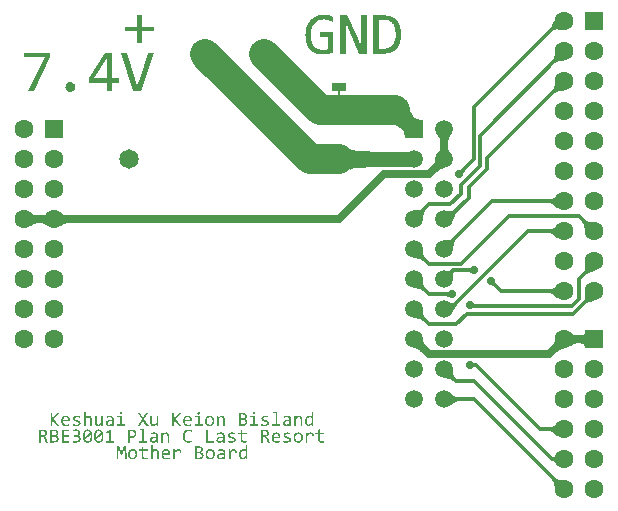
<source format=gtl>
G04 Layer_Physical_Order=1*
G04 Layer_Color=255*
%FSLAX25Y25*%
%MOIN*%
G70*
G01*
G75*
%ADD10R,0.05000X0.02500*%
%ADD11C,0.05000*%
%ADD12C,0.02500*%
%ADD13C,0.01181*%
%ADD14C,0.10000*%
%ADD15C,0.00800*%
%ADD16C,0.05984*%
%ADD17R,0.05984X0.05984*%
%ADD18C,0.06299*%
%ADD19R,0.06299X0.06299*%
%ADD20R,0.07677X0.07677*%
%ADD21C,0.07677*%
%ADD22C,0.06496*%
%ADD23C,0.02756*%
G36*
X235629Y348967D02*
X235721Y348959D01*
X235828Y348937D01*
X235951Y348890D01*
X236082Y348829D01*
X236205Y348752D01*
X236258Y348698D01*
X236312Y348637D01*
X236327Y348622D01*
X236335Y348606D01*
X236350Y348575D01*
X236373Y348537D01*
X236397Y348499D01*
X236443Y348391D01*
X236489Y348253D01*
X236535Y348084D01*
X236558Y347884D01*
X236565Y347654D01*
X235989D01*
Y347662D01*
Y347669D01*
Y347692D01*
Y347723D01*
X235982Y347800D01*
X235974Y347892D01*
X235959Y348000D01*
X235936Y348099D01*
X235905Y348199D01*
X235859Y348284D01*
X235851Y348291D01*
X235836Y348314D01*
X235805Y348345D01*
X235759Y348383D01*
X235698Y348422D01*
X235636Y348453D01*
X235552Y348476D01*
X235459Y348483D01*
X235413D01*
X235390Y348476D01*
X235314Y348468D01*
X235229Y348437D01*
X235221D01*
X235206Y348430D01*
X235183Y348422D01*
X235160Y348407D01*
X235083Y348368D01*
X234991Y348307D01*
X234983Y348299D01*
X234968Y348291D01*
X234945Y348268D01*
X234914Y348245D01*
X234830Y348168D01*
X234730Y348069D01*
X234722Y348061D01*
X234707Y348046D01*
X234676Y348015D01*
X234645Y347976D01*
X234599Y347923D01*
X234546Y347869D01*
X234438Y347731D01*
Y345619D01*
X233862D01*
Y348913D01*
X234377D01*
X234392Y348299D01*
Y348307D01*
X234407Y348314D01*
X234446Y348360D01*
X234500Y348422D01*
X234576Y348499D01*
X234661Y348583D01*
X234761Y348668D01*
X234860Y348745D01*
X234968Y348814D01*
X234983Y348821D01*
X235014Y348837D01*
X235075Y348867D01*
X235145Y348898D01*
X235237Y348921D01*
X235329Y348952D01*
X235437Y348967D01*
X235544Y348975D01*
X235590D01*
X235629Y348967D01*
D02*
G37*
G36*
X157461Y349958D02*
X157554Y349950D01*
X157653Y349935D01*
X157753Y349912D01*
X157853Y349889D01*
X157869D01*
X157899Y349873D01*
X157945Y349858D01*
X158007Y349835D01*
X158076Y349804D01*
X158145Y349766D01*
X158214Y349720D01*
X158283Y349674D01*
X158291Y349666D01*
X158314Y349651D01*
X158345Y349620D01*
X158383Y349582D01*
X158429Y349528D01*
X158475Y349474D01*
X158514Y349405D01*
X158552Y349336D01*
X158560Y349328D01*
X158567Y349305D01*
X158583Y349259D01*
X158598Y349213D01*
X158613Y349144D01*
X158629Y349067D01*
X158644Y348990D01*
Y348898D01*
Y348890D01*
Y348883D01*
Y348837D01*
X158636Y348767D01*
X158621Y348683D01*
X158598Y348583D01*
X158560Y348483D01*
X158514Y348376D01*
X158452Y348276D01*
X158444Y348268D01*
X158414Y348238D01*
X158375Y348191D01*
X158314Y348138D01*
X158245Y348076D01*
X158153Y348007D01*
X158053Y347946D01*
X157938Y347884D01*
X157945D01*
X157968Y347877D01*
X157999Y347869D01*
X158037Y347861D01*
X158145Y347823D01*
X158260Y347777D01*
X158268D01*
X158291Y347761D01*
X158322Y347746D01*
X158360Y347723D01*
X158460Y347662D01*
X158560Y347577D01*
X158567Y347569D01*
X158583Y347554D01*
X158606Y347531D01*
X158636Y347493D01*
X158667Y347454D01*
X158706Y347400D01*
X158767Y347285D01*
X158775Y347278D01*
X158782Y347254D01*
X158798Y347224D01*
X158813Y347178D01*
X158828Y347124D01*
X158836Y347062D01*
X158852Y346993D01*
Y346917D01*
Y346901D01*
Y346870D01*
X158844Y346817D01*
X158836Y346748D01*
X158821Y346663D01*
X158805Y346571D01*
X158775Y346479D01*
X158736Y346387D01*
X158729Y346379D01*
X158713Y346348D01*
X158690Y346302D01*
X158652Y346241D01*
X158598Y346172D01*
X158544Y346095D01*
X158475Y346026D01*
X158391Y345949D01*
X158383Y345941D01*
X158352Y345918D01*
X158299Y345887D01*
X158229Y345841D01*
X158145Y345795D01*
X158045Y345749D01*
X157938Y345703D01*
X157807Y345657D01*
X157792Y345649D01*
X157746Y345642D01*
X157676Y345626D01*
X157577Y345611D01*
X157461Y345588D01*
X157323Y345573D01*
X157170Y345565D01*
X157001Y345557D01*
X156847D01*
X156778Y345565D01*
X156701D01*
X156540Y345580D01*
X156509D01*
X156471Y345588D01*
X156417D01*
X156363Y345596D01*
X156294Y345603D01*
X156164Y345619D01*
Y346133D01*
X156171D01*
X156202Y346126D01*
X156240Y346118D01*
X156294Y346110D01*
X156356Y346102D01*
X156425Y346095D01*
X156586Y346072D01*
X156624D01*
X156670Y346064D01*
X156801D01*
X156878Y346056D01*
X157170D01*
X157239Y346064D01*
X157323Y346072D01*
X157415Y346079D01*
X157508Y346095D01*
X157600Y346110D01*
X157607D01*
X157638Y346118D01*
X157676Y346133D01*
X157730Y346149D01*
X157853Y346202D01*
X157915Y346233D01*
X157968Y346271D01*
X157976Y346279D01*
X157991Y346294D01*
X158022Y346318D01*
X158053Y346348D01*
X158122Y346433D01*
X158183Y346540D01*
Y346548D01*
X158191Y346571D01*
X158206Y346602D01*
X158222Y346640D01*
X158229Y346694D01*
X158245Y346748D01*
X158253Y346886D01*
Y346894D01*
Y346917D01*
X158245Y346947D01*
Y346993D01*
X158214Y347093D01*
X158199Y347139D01*
X158168Y347193D01*
Y347201D01*
X158153Y347216D01*
X158137Y347239D01*
X158114Y347270D01*
X158045Y347339D01*
X157945Y347408D01*
X157938Y347416D01*
X157922Y347424D01*
X157891Y347439D01*
X157853Y347462D01*
X157799Y347485D01*
X157746Y347508D01*
X157607Y347546D01*
X157600D01*
X157569Y347554D01*
X157531Y347562D01*
X157477Y347569D01*
X157415Y347577D01*
X157339Y347585D01*
X157170Y347592D01*
X156686D01*
Y348061D01*
X157246D01*
X157300Y348069D01*
X157408Y348084D01*
X157531Y348107D01*
X157538D01*
X157561Y348115D01*
X157584Y348130D01*
X157623Y348145D01*
X157715Y348191D01*
X157807Y348253D01*
X157815Y348261D01*
X157830Y348268D01*
X157876Y348314D01*
X157930Y348391D01*
X157984Y348483D01*
Y348491D01*
X157991Y348506D01*
X158007Y348537D01*
X158014Y348575D01*
X158030Y348629D01*
X158037Y348683D01*
X158045Y348806D01*
Y348814D01*
Y348821D01*
Y348860D01*
X158037Y348921D01*
X158022Y348998D01*
X157991Y349082D01*
X157953Y349159D01*
X157899Y349236D01*
X157830Y349305D01*
X157822Y349313D01*
X157792Y349328D01*
X157746Y349359D01*
X157676Y349390D01*
X157592Y349413D01*
X157484Y349443D01*
X157362Y349459D01*
X157216Y349466D01*
X157139D01*
X157077Y349459D01*
X157016D01*
X156939Y349451D01*
X156770Y349420D01*
X156763D01*
X156732Y349413D01*
X156686Y349405D01*
X156624Y349390D01*
X156547Y349374D01*
X156463Y349351D01*
X156279Y349297D01*
Y349797D01*
X156286D01*
X156294Y349804D01*
X156317Y349812D01*
X156348Y349820D01*
X156425Y349843D01*
X156509Y349866D01*
X156517D01*
X156532Y349873D01*
X156555D01*
X156594Y349881D01*
X156670Y349897D01*
X156763Y349912D01*
X156770D01*
X156786Y349920D01*
X156809D01*
X156847Y349927D01*
X156924Y349935D01*
X157016Y349950D01*
X157039D01*
X157062Y349958D01*
X157093D01*
X157170Y349966D01*
X157377D01*
X157461Y349958D01*
D02*
G37*
G36*
X220261Y349897D02*
X220353D01*
X220453Y349881D01*
X220560Y349866D01*
X220668Y349850D01*
X220775Y349820D01*
X220791D01*
X220821Y349804D01*
X220867Y349789D01*
X220929Y349758D01*
X220998Y349728D01*
X221075Y349689D01*
X221144Y349643D01*
X221213Y349589D01*
X221221Y349582D01*
X221244Y349566D01*
X221275Y349535D01*
X221313Y349489D01*
X221351Y349436D01*
X221397Y349382D01*
X221436Y349313D01*
X221467Y349236D01*
X221474Y349228D01*
X221482Y349198D01*
X221497Y349159D01*
X221513Y349098D01*
X221528Y349036D01*
X221536Y348952D01*
X221551Y348867D01*
Y348775D01*
Y348767D01*
Y348745D01*
Y348706D01*
X221543Y348652D01*
X221536Y348591D01*
X221528Y348529D01*
X221490Y348391D01*
Y348383D01*
X221482Y348360D01*
X221467Y348330D01*
X221444Y348284D01*
X221390Y348184D01*
X221313Y348069D01*
X221305Y348061D01*
X221290Y348046D01*
X221267Y348023D01*
X221236Y347984D01*
X221190Y347946D01*
X221144Y347907D01*
X221021Y347823D01*
X221013Y347815D01*
X220990Y347808D01*
X220960Y347784D01*
X220906Y347761D01*
X220852Y347738D01*
X220783Y347708D01*
X220714Y347685D01*
X220629Y347662D01*
X220637D01*
X220660Y347646D01*
X220691Y347631D01*
X220737Y347608D01*
X220783Y347577D01*
X220829Y347539D01*
X220883Y347493D01*
X220929Y347439D01*
X220937Y347431D01*
X220952Y347408D01*
X220975Y347377D01*
X221013Y347331D01*
X221052Y347270D01*
X221098Y347201D01*
X221144Y347124D01*
X221190Y347032D01*
X221874Y345619D01*
X221213D01*
X220576Y346986D01*
Y346993D01*
X220560Y347016D01*
X220545Y347040D01*
X220530Y347078D01*
X220476Y347162D01*
X220422Y347247D01*
Y347254D01*
X220407Y347262D01*
X220376Y347308D01*
X220322Y347362D01*
X220261Y347416D01*
X220245Y347424D01*
X220207Y347446D01*
X220146Y347477D01*
X220069Y347500D01*
X220061D01*
X220053Y347508D01*
X220030D01*
X220000Y347516D01*
X219931Y347523D01*
X219838Y347531D01*
X219570D01*
Y345619D01*
X218986D01*
Y349904D01*
X220192D01*
X220261Y349897D01*
D02*
G37*
G36*
X187398Y348967D02*
X187490Y348959D01*
X187598Y348937D01*
X187721Y348898D01*
X187851Y348844D01*
X187974Y348767D01*
X188082Y348668D01*
X188089Y348652D01*
X188120Y348614D01*
X188166Y348545D01*
X188212Y348445D01*
X188258Y348314D01*
X188304Y348161D01*
X188335Y347976D01*
X188343Y347769D01*
Y345619D01*
X187774D01*
Y347723D01*
Y347731D01*
Y347738D01*
Y347784D01*
X187767Y347854D01*
X187759Y347938D01*
X187736Y348030D01*
X187713Y348122D01*
X187675Y348215D01*
X187628Y348291D01*
X187621Y348299D01*
X187598Y348322D01*
X187567Y348353D01*
X187521Y348391D01*
X187460Y348422D01*
X187383Y348453D01*
X187298Y348476D01*
X187198Y348483D01*
X187183D01*
X187129Y348476D01*
X187068Y348468D01*
X186991Y348445D01*
X186983D01*
X186976Y348437D01*
X186930Y348422D01*
X186861Y348383D01*
X186784Y348337D01*
X186776D01*
X186768Y348322D01*
X186745Y348307D01*
X186715Y348284D01*
X186638Y348215D01*
X186546Y348130D01*
X186538Y348122D01*
X186523Y348107D01*
X186500Y348076D01*
X186469Y348038D01*
X186423Y347992D01*
X186377Y347938D01*
X186323Y347869D01*
X186269Y347800D01*
Y345619D01*
X185701D01*
Y348913D01*
X186200D01*
X186223Y348376D01*
X186231Y348383D01*
X186246Y348407D01*
X186277Y348437D01*
X186315Y348476D01*
X186400Y348568D01*
X186500Y348660D01*
X186507Y348668D01*
X186523Y348683D01*
X186553Y348698D01*
X186584Y348729D01*
X186669Y348783D01*
X186768Y348844D01*
X186776D01*
X186791Y348860D01*
X186814Y348867D01*
X186853Y348883D01*
X186937Y348913D01*
X187029Y348944D01*
X187037D01*
X187053Y348952D01*
X187083D01*
X187114Y348959D01*
X187206Y348967D01*
X187314Y348975D01*
X187360D01*
X187398Y348967D01*
D02*
G37*
G36*
X227995D02*
X228071D01*
X228233Y348952D01*
X228240D01*
X228271Y348944D01*
X228325D01*
X228386Y348937D01*
X228463Y348921D01*
X228548Y348913D01*
X228732Y348875D01*
Y348368D01*
X228716D01*
X228686Y348376D01*
X228632Y348391D01*
X228571Y348407D01*
X228486Y348414D01*
X228402Y348430D01*
X228217Y348460D01*
X228210D01*
X228179Y348468D01*
X228133Y348476D01*
X228079Y348483D01*
X228010D01*
X227941Y348491D01*
X227803Y348499D01*
X227726D01*
X227680Y348491D01*
X227557Y348483D01*
X227442Y348460D01*
X227434D01*
X227419Y348453D01*
X227388Y348445D01*
X227357Y348437D01*
X227280Y348407D01*
X227203Y348368D01*
X227188Y348360D01*
X227157Y348330D01*
X227119Y348291D01*
X227081Y348238D01*
X227073Y348222D01*
X227065Y348191D01*
X227050Y348138D01*
X227042Y348069D01*
Y348053D01*
X227050Y348015D01*
X227058Y347969D01*
X227073Y347907D01*
X227081Y347892D01*
X227104Y347861D01*
X227134Y347823D01*
X227196Y347769D01*
X227203D01*
X227211Y347754D01*
X227234Y347746D01*
X227265Y347723D01*
X227349Y347685D01*
X227457Y347631D01*
X227465D01*
X227488Y347623D01*
X227526Y347608D01*
X227572Y347592D01*
X227641Y347569D01*
X227710Y347546D01*
X227803Y347523D01*
X227895Y347493D01*
X227910Y347485D01*
X227941Y347477D01*
X227995Y347462D01*
X228064Y347439D01*
X228140Y347408D01*
X228225Y347377D01*
X228309Y347347D01*
X228386Y347308D01*
X228394Y347301D01*
X228417Y347293D01*
X228455Y347270D01*
X228501Y347247D01*
X228609Y347185D01*
X228709Y347101D01*
X228716Y347093D01*
X228732Y347078D01*
X228747Y347055D01*
X228778Y347024D01*
X228832Y346940D01*
X228885Y346840D01*
Y346832D01*
X228893Y346817D01*
X228908Y346786D01*
X228916Y346748D01*
X228931Y346694D01*
X228939Y346640D01*
X228947Y346510D01*
Y346502D01*
Y346479D01*
Y346448D01*
X228939Y346410D01*
X228924Y346310D01*
X228885Y346202D01*
Y346195D01*
X228878Y346179D01*
X228862Y346156D01*
X228839Y346118D01*
X228793Y346041D01*
X228724Y345957D01*
X228716Y345949D01*
X228709Y345941D01*
X228686Y345918D01*
X228655Y345895D01*
X228578Y345834D01*
X228486Y345772D01*
X228478D01*
X228463Y345757D01*
X228440Y345749D01*
X228402Y345726D01*
X228309Y345688D01*
X228202Y345649D01*
X228194D01*
X228179Y345642D01*
X228148Y345634D01*
X228102Y345626D01*
X228002Y345603D01*
X227887Y345580D01*
X227856D01*
X227826Y345573D01*
X227787D01*
X227687Y345565D01*
X227572Y345557D01*
X227449D01*
X227373Y345565D01*
X227280D01*
X227173Y345573D01*
X226958Y345588D01*
X226942D01*
X226912Y345596D01*
X226858Y345603D01*
X226789Y345611D01*
X226704Y345626D01*
X226612Y345642D01*
X226413Y345688D01*
Y346210D01*
X226428D01*
X226459Y346195D01*
X226520Y346179D01*
X226589Y346164D01*
X226674Y346141D01*
X226773Y346118D01*
X226981Y346079D01*
X226996D01*
X227027Y346072D01*
X227088Y346064D01*
X227157D01*
X227242Y346056D01*
X227342Y346049D01*
X227549Y346041D01*
X227618D01*
X227687Y346049D01*
X227780Y346056D01*
X227879Y346064D01*
X227979Y346087D01*
X228071Y346110D01*
X228156Y346149D01*
X228164Y346156D01*
X228187Y346172D01*
X228217Y346195D01*
X228256Y346233D01*
X228294Y346279D01*
X228325Y346333D01*
X228348Y346394D01*
X228356Y346463D01*
Y346471D01*
Y346479D01*
X228348Y346517D01*
X228340Y346571D01*
X228317Y346625D01*
X228309Y346640D01*
X228294Y346671D01*
X228256Y346709D01*
X228202Y346755D01*
X228187Y346771D01*
X228171Y346778D01*
X228140Y346801D01*
X228110Y346817D01*
X228064Y346840D01*
X228010Y346870D01*
X227948Y346894D01*
X227941D01*
X227918Y346909D01*
X227879Y346924D01*
X227826Y346940D01*
X227764Y346963D01*
X227680Y346993D01*
X227595Y347024D01*
X227488Y347055D01*
X227480D01*
X227449Y347062D01*
X227411Y347078D01*
X227349Y347093D01*
X227288Y347116D01*
X227219Y347139D01*
X227073Y347201D01*
X227065Y347208D01*
X227042Y347216D01*
X227004Y347232D01*
X226965Y347254D01*
X226858Y347324D01*
X226750Y347400D01*
X226743Y347408D01*
X226727Y347424D01*
X226704Y347446D01*
X226674Y347477D01*
X226605Y347562D01*
X226535Y347669D01*
Y347677D01*
X226520Y347700D01*
X226512Y347731D01*
X226497Y347777D01*
X226482Y347831D01*
X226474Y347892D01*
X226459Y347961D01*
Y348038D01*
Y348046D01*
Y348061D01*
Y348092D01*
X226466Y348130D01*
X226482Y348222D01*
X226520Y348337D01*
Y348345D01*
X226535Y348368D01*
X226551Y348399D01*
X226574Y348437D01*
X226597Y348483D01*
X226635Y348529D01*
X226681Y348583D01*
X226735Y348637D01*
X226743Y348645D01*
X226766Y348660D01*
X226797Y348691D01*
X226843Y348721D01*
X226904Y348760D01*
X226973Y348798D01*
X227058Y348837D01*
X227150Y348875D01*
X227165Y348883D01*
X227196Y348890D01*
X227257Y348906D01*
X227334Y348929D01*
X227426Y348944D01*
X227541Y348959D01*
X227664Y348967D01*
X227810Y348975D01*
X227933D01*
X227995Y348967D01*
D02*
G37*
G36*
X209524D02*
X209601D01*
X209762Y348952D01*
X209770D01*
X209801Y348944D01*
X209854D01*
X209916Y348937D01*
X209993Y348921D01*
X210077Y348913D01*
X210261Y348875D01*
Y348368D01*
X210246D01*
X210215Y348376D01*
X210162Y348391D01*
X210100Y348407D01*
X210016Y348414D01*
X209931Y348430D01*
X209747Y348460D01*
X209739D01*
X209708Y348468D01*
X209662Y348476D01*
X209609Y348483D01*
X209540D01*
X209470Y348491D01*
X209332Y348499D01*
X209255D01*
X209209Y348491D01*
X209086Y348483D01*
X208971Y348460D01*
X208963D01*
X208948Y348453D01*
X208917Y348445D01*
X208887Y348437D01*
X208810Y348407D01*
X208733Y348368D01*
X208718Y348360D01*
X208687Y348330D01*
X208649Y348291D01*
X208610Y348238D01*
X208603Y348222D01*
X208595Y348191D01*
X208579Y348138D01*
X208572Y348069D01*
Y348053D01*
X208579Y348015D01*
X208587Y347969D01*
X208603Y347907D01*
X208610Y347892D01*
X208633Y347861D01*
X208664Y347823D01*
X208725Y347769D01*
X208733D01*
X208741Y347754D01*
X208764Y347746D01*
X208795Y347723D01*
X208879Y347685D01*
X208987Y347631D01*
X208994D01*
X209017Y347623D01*
X209056Y347608D01*
X209102Y347592D01*
X209171Y347569D01*
X209240Y347546D01*
X209332Y347523D01*
X209424Y347493D01*
X209440Y347485D01*
X209470Y347477D01*
X209524Y347462D01*
X209593Y347439D01*
X209670Y347408D01*
X209755Y347377D01*
X209839Y347347D01*
X209916Y347308D01*
X209924Y347301D01*
X209947Y347293D01*
X209985Y347270D01*
X210031Y347247D01*
X210139Y347185D01*
X210238Y347101D01*
X210246Y347093D01*
X210261Y347078D01*
X210277Y347055D01*
X210308Y347024D01*
X210361Y346940D01*
X210415Y346840D01*
Y346832D01*
X210423Y346817D01*
X210438Y346786D01*
X210446Y346748D01*
X210461Y346694D01*
X210469Y346640D01*
X210476Y346510D01*
Y346502D01*
Y346479D01*
Y346448D01*
X210469Y346410D01*
X210453Y346310D01*
X210415Y346202D01*
Y346195D01*
X210407Y346179D01*
X210392Y346156D01*
X210369Y346118D01*
X210323Y346041D01*
X210254Y345957D01*
X210246Y345949D01*
X210238Y345941D01*
X210215Y345918D01*
X210185Y345895D01*
X210108Y345834D01*
X210016Y345772D01*
X210008D01*
X209993Y345757D01*
X209970Y345749D01*
X209931Y345726D01*
X209839Y345688D01*
X209732Y345649D01*
X209724D01*
X209708Y345642D01*
X209678Y345634D01*
X209632Y345626D01*
X209532Y345603D01*
X209417Y345580D01*
X209386D01*
X209355Y345573D01*
X209317D01*
X209217Y345565D01*
X209102Y345557D01*
X208979D01*
X208902Y345565D01*
X208810D01*
X208702Y345573D01*
X208487Y345588D01*
X208472D01*
X208441Y345596D01*
X208387Y345603D01*
X208318Y345611D01*
X208234Y345626D01*
X208142Y345642D01*
X207942Y345688D01*
Y346210D01*
X207957D01*
X207988Y346195D01*
X208050Y346179D01*
X208119Y346164D01*
X208203Y346141D01*
X208303Y346118D01*
X208510Y346079D01*
X208526D01*
X208557Y346072D01*
X208618Y346064D01*
X208687D01*
X208771Y346056D01*
X208871Y346049D01*
X209079Y346041D01*
X209148D01*
X209217Y346049D01*
X209309Y346056D01*
X209409Y346064D01*
X209509Y346087D01*
X209601Y346110D01*
X209685Y346149D01*
X209693Y346156D01*
X209716Y346172D01*
X209747Y346195D01*
X209785Y346233D01*
X209824Y346279D01*
X209854Y346333D01*
X209877Y346394D01*
X209885Y346463D01*
Y346471D01*
Y346479D01*
X209877Y346517D01*
X209870Y346571D01*
X209847Y346625D01*
X209839Y346640D01*
X209824Y346671D01*
X209785Y346709D01*
X209732Y346755D01*
X209716Y346771D01*
X209701Y346778D01*
X209670Y346801D01*
X209639Y346817D01*
X209593Y346840D01*
X209540Y346870D01*
X209478Y346894D01*
X209470D01*
X209447Y346909D01*
X209409Y346924D01*
X209355Y346940D01*
X209294Y346963D01*
X209209Y346993D01*
X209125Y347024D01*
X209017Y347055D01*
X209010D01*
X208979Y347062D01*
X208941Y347078D01*
X208879Y347093D01*
X208818Y347116D01*
X208749Y347139D01*
X208603Y347201D01*
X208595Y347208D01*
X208572Y347216D01*
X208533Y347232D01*
X208495Y347254D01*
X208387Y347324D01*
X208280Y347400D01*
X208272Y347408D01*
X208257Y347424D01*
X208234Y347446D01*
X208203Y347477D01*
X208134Y347562D01*
X208065Y347669D01*
Y347677D01*
X208050Y347700D01*
X208042Y347731D01*
X208027Y347777D01*
X208011Y347831D01*
X208003Y347892D01*
X207988Y347961D01*
Y348038D01*
Y348046D01*
Y348061D01*
Y348092D01*
X207996Y348130D01*
X208011Y348222D01*
X208050Y348337D01*
Y348345D01*
X208065Y348368D01*
X208080Y348399D01*
X208103Y348437D01*
X208126Y348483D01*
X208165Y348529D01*
X208211Y348583D01*
X208265Y348637D01*
X208272Y348645D01*
X208295Y348660D01*
X208326Y348691D01*
X208372Y348721D01*
X208434Y348760D01*
X208503Y348798D01*
X208587Y348837D01*
X208679Y348875D01*
X208695Y348883D01*
X208725Y348890D01*
X208787Y348906D01*
X208864Y348929D01*
X208956Y348944D01*
X209071Y348959D01*
X209194Y348967D01*
X209340Y348975D01*
X209463D01*
X209524Y348967D01*
D02*
G37*
G36*
X205692D02*
X205776Y348959D01*
X205869Y348944D01*
X206053Y348906D01*
X206061D01*
X206091Y348890D01*
X206137Y348875D01*
X206191Y348852D01*
X206322Y348791D01*
X206452Y348698D01*
X206460Y348691D01*
X206483Y348675D01*
X206514Y348645D01*
X206552Y348606D01*
X206590Y348560D01*
X206637Y348499D01*
X206675Y348437D01*
X206713Y348360D01*
X206721Y348353D01*
X206729Y348322D01*
X206744Y348284D01*
X206759Y348230D01*
X206775Y348153D01*
X206790Y348076D01*
X206805Y347984D01*
Y347884D01*
Y345619D01*
X206291D01*
X206276Y346056D01*
X206260Y346041D01*
X206229Y346010D01*
X206176Y345964D01*
X206107Y345911D01*
X206022Y345841D01*
X205930Y345780D01*
X205830Y345719D01*
X205730Y345672D01*
X205715Y345665D01*
X205684Y345657D01*
X205630Y345634D01*
X205554Y345619D01*
X205469Y345596D01*
X205369Y345573D01*
X205262Y345565D01*
X205147Y345557D01*
X205100D01*
X205047Y345565D01*
X204978D01*
X204901Y345573D01*
X204824Y345588D01*
X204739Y345603D01*
X204663Y345626D01*
X204655D01*
X204632Y345642D01*
X204594Y345657D01*
X204548Y345680D01*
X204440Y345734D01*
X204332Y345818D01*
X204325Y345826D01*
X204309Y345841D01*
X204286Y345872D01*
X204263Y345903D01*
X204225Y345949D01*
X204194Y346003D01*
X204140Y346118D01*
Y346126D01*
X204133Y346149D01*
X204125Y346187D01*
X204117Y346233D01*
X204102Y346287D01*
X204094Y346348D01*
X204087Y346494D01*
Y346502D01*
Y346517D01*
Y346540D01*
X204094Y346579D01*
X204110Y346663D01*
X204133Y346778D01*
X204179Y346901D01*
X204240Y347032D01*
X204332Y347155D01*
X204394Y347216D01*
X204455Y347270D01*
X204463D01*
X204471Y347285D01*
X204494Y347293D01*
X204524Y347316D01*
X204563Y347339D01*
X204609Y347362D01*
X204663Y347385D01*
X204732Y347416D01*
X204801Y347439D01*
X204885Y347462D01*
X204970Y347485D01*
X205070Y347508D01*
X205177Y347531D01*
X205293Y347539D01*
X205415Y347554D01*
X206229D01*
Y347838D01*
Y347854D01*
Y347884D01*
X206222Y347946D01*
X206206Y348007D01*
X206183Y348084D01*
X206145Y348168D01*
X206099Y348245D01*
X206037Y348314D01*
X206030Y348322D01*
X206007Y348345D01*
X205961Y348368D01*
X205899Y348407D01*
X205815Y348437D01*
X205723Y348460D01*
X205607Y348483D01*
X205469Y348491D01*
X205369D01*
X205300Y348483D01*
X205216Y348476D01*
X205116Y348460D01*
X204916Y348422D01*
X204901D01*
X204870Y348414D01*
X204816Y348399D01*
X204747Y348376D01*
X204663Y348353D01*
X204571Y348322D01*
X204363Y348253D01*
Y348767D01*
X204371D01*
X204379Y348775D01*
X204402Y348783D01*
X204432Y348791D01*
X204509Y348814D01*
X204601Y348837D01*
X204609D01*
X204624Y348844D01*
X204647Y348852D01*
X204686Y348860D01*
X204770Y348883D01*
X204878Y348906D01*
X204885D01*
X204901Y348913D01*
X204931D01*
X204978Y348921D01*
X205077Y348937D01*
X205193Y348952D01*
X205200D01*
X205223Y348959D01*
X205254D01*
X205293Y348967D01*
X205400Y348975D01*
X205623D01*
X205692Y348967D01*
D02*
G37*
G36*
X176016Y349897D02*
X176109Y349889D01*
X176216Y349873D01*
X176431Y349827D01*
X176446D01*
X176485Y349812D01*
X176539Y349797D01*
X176608Y349774D01*
X176692Y349743D01*
X176777Y349704D01*
X176861Y349651D01*
X176946Y349597D01*
X176953Y349589D01*
X176984Y349566D01*
X177022Y349535D01*
X177076Y349489D01*
X177130Y349428D01*
X177191Y349359D01*
X177245Y349282D01*
X177299Y349190D01*
X177307Y349182D01*
X177322Y349144D01*
X177345Y349090D01*
X177368Y349021D01*
X177391Y348937D01*
X177414Y348837D01*
X177429Y348721D01*
X177437Y348591D01*
Y348575D01*
Y348545D01*
X177429Y348491D01*
X177422Y348422D01*
X177414Y348345D01*
X177399Y348253D01*
X177368Y348161D01*
X177337Y348061D01*
X177330Y348053D01*
X177322Y348015D01*
X177291Y347969D01*
X177260Y347907D01*
X177222Y347838D01*
X177168Y347761D01*
X177107Y347677D01*
X177030Y347600D01*
X177022Y347592D01*
X176992Y347569D01*
X176946Y347531D01*
X176884Y347485D01*
X176807Y347431D01*
X176723Y347377D01*
X176615Y347324D01*
X176500Y347278D01*
X176485Y347270D01*
X176446Y347262D01*
X176377Y347239D01*
X176285Y347216D01*
X176170Y347193D01*
X176039Y347178D01*
X175893Y347162D01*
X175732Y347155D01*
X175202D01*
Y345619D01*
X174619D01*
Y349904D01*
X175940D01*
X176016Y349897D01*
D02*
G37*
G36*
X169020Y346149D02*
X169980D01*
Y345619D01*
X167284D01*
Y346149D01*
X168390D01*
Y349282D01*
X167353Y348721D01*
X167146Y349205D01*
X168513Y349927D01*
X169020D01*
Y346149D01*
D02*
G37*
G36*
X155027Y349413D02*
X153176D01*
Y348084D01*
X154950D01*
Y347592D01*
X153176D01*
Y346118D01*
X155027D01*
Y345619D01*
X152592D01*
Y349904D01*
X155027D01*
Y349413D01*
D02*
G37*
G36*
X201314Y346118D02*
X203188D01*
Y345619D01*
X200723D01*
Y349904D01*
X201314D01*
Y346118D01*
D02*
G37*
G36*
X183527Y348967D02*
X183612Y348959D01*
X183704Y348944D01*
X183888Y348906D01*
X183896D01*
X183927Y348890D01*
X183973Y348875D01*
X184027Y348852D01*
X184157Y348791D01*
X184288Y348698D01*
X184295Y348691D01*
X184318Y348675D01*
X184349Y348645D01*
X184388Y348606D01*
X184426Y348560D01*
X184472Y348499D01*
X184510Y348437D01*
X184549Y348360D01*
X184556Y348353D01*
X184564Y348322D01*
X184580Y348284D01*
X184595Y348230D01*
X184610Y348153D01*
X184626Y348076D01*
X184641Y347984D01*
Y347884D01*
Y345619D01*
X184126D01*
X184111Y346056D01*
X184096Y346041D01*
X184065Y346010D01*
X184011Y345964D01*
X183942Y345911D01*
X183858Y345841D01*
X183765Y345780D01*
X183666Y345719D01*
X183566Y345672D01*
X183550Y345665D01*
X183520Y345657D01*
X183466Y345634D01*
X183389Y345619D01*
X183305Y345596D01*
X183205Y345573D01*
X183097Y345565D01*
X182982Y345557D01*
X182936D01*
X182882Y345565D01*
X182813D01*
X182736Y345573D01*
X182659Y345588D01*
X182575Y345603D01*
X182498Y345626D01*
X182491D01*
X182467Y345642D01*
X182429Y345657D01*
X182383Y345680D01*
X182275Y345734D01*
X182168Y345818D01*
X182160Y345826D01*
X182145Y345841D01*
X182122Y345872D01*
X182099Y345903D01*
X182061Y345949D01*
X182030Y346003D01*
X181976Y346118D01*
Y346126D01*
X181968Y346149D01*
X181961Y346187D01*
X181953Y346233D01*
X181938Y346287D01*
X181930Y346348D01*
X181922Y346494D01*
Y346502D01*
Y346517D01*
Y346540D01*
X181930Y346579D01*
X181945Y346663D01*
X181968Y346778D01*
X182014Y346901D01*
X182076Y347032D01*
X182168Y347155D01*
X182229Y347216D01*
X182291Y347270D01*
X182299D01*
X182306Y347285D01*
X182329Y347293D01*
X182360Y347316D01*
X182398Y347339D01*
X182445Y347362D01*
X182498Y347385D01*
X182567Y347416D01*
X182636Y347439D01*
X182721Y347462D01*
X182805Y347485D01*
X182905Y347508D01*
X183013Y347531D01*
X183128Y347539D01*
X183251Y347554D01*
X184065D01*
Y347838D01*
Y347854D01*
Y347884D01*
X184057Y347946D01*
X184042Y348007D01*
X184019Y348084D01*
X183981Y348168D01*
X183934Y348245D01*
X183873Y348314D01*
X183865Y348322D01*
X183842Y348345D01*
X183796Y348368D01*
X183735Y348407D01*
X183650Y348437D01*
X183558Y348460D01*
X183443Y348483D01*
X183305Y348491D01*
X183205D01*
X183136Y348483D01*
X183051Y348476D01*
X182951Y348460D01*
X182752Y348422D01*
X182736D01*
X182706Y348414D01*
X182652Y348399D01*
X182583Y348376D01*
X182498Y348353D01*
X182406Y348322D01*
X182199Y348253D01*
Y348767D01*
X182206D01*
X182214Y348775D01*
X182237Y348783D01*
X182268Y348791D01*
X182345Y348814D01*
X182437Y348837D01*
X182445D01*
X182460Y348844D01*
X182483Y348852D01*
X182521Y348860D01*
X182606Y348883D01*
X182713Y348906D01*
X182721D01*
X182736Y348913D01*
X182767D01*
X182813Y348921D01*
X182913Y348937D01*
X183028Y348952D01*
X183036D01*
X183059Y348959D01*
X183090D01*
X183128Y348967D01*
X183236Y348975D01*
X183458D01*
X183527Y348967D01*
D02*
G37*
G36*
X180010Y346095D02*
X180993D01*
Y345619D01*
X178351D01*
Y346095D01*
X179434D01*
Y349789D01*
X178459D01*
Y350257D01*
X180010D01*
Y346095D01*
D02*
G37*
G36*
X194963Y349950D02*
X195047Y349942D01*
X195140Y349935D01*
X195332Y349904D01*
X195347D01*
X195378Y349897D01*
X195424Y349881D01*
X195493Y349866D01*
X195570Y349843D01*
X195654Y349820D01*
X195831Y349750D01*
Y349174D01*
X195823Y349182D01*
X195792Y349198D01*
X195739Y349221D01*
X195677Y349244D01*
X195608Y349274D01*
X195524Y349305D01*
X195339Y349366D01*
X195332D01*
X195293Y349374D01*
X195247Y349390D01*
X195178Y349405D01*
X195101Y349413D01*
X195009Y349428D01*
X194909Y349436D01*
X194748D01*
X194694Y349428D01*
X194625Y349420D01*
X194541Y349405D01*
X194448Y349390D01*
X194349Y349359D01*
X194256Y349320D01*
X194249Y349313D01*
X194218Y349297D01*
X194172Y349274D01*
X194110Y349236D01*
X194049Y349190D01*
X193972Y349136D01*
X193903Y349067D01*
X193834Y348990D01*
X193826Y348983D01*
X193803Y348952D01*
X193772Y348906D01*
X193742Y348844D01*
X193696Y348767D01*
X193650Y348683D01*
X193611Y348575D01*
X193573Y348468D01*
Y348453D01*
X193557Y348414D01*
X193550Y348353D01*
X193534Y348268D01*
X193519Y348161D01*
X193504Y348038D01*
X193496Y347907D01*
X193488Y347761D01*
Y347754D01*
Y347723D01*
Y347685D01*
X193496Y347623D01*
Y347554D01*
X193504Y347477D01*
X193519Y347385D01*
X193534Y347293D01*
X193573Y347093D01*
X193634Y346886D01*
X193719Y346686D01*
X193765Y346594D01*
X193826Y346510D01*
X193834Y346502D01*
X193842Y346494D01*
X193865Y346471D01*
X193888Y346441D01*
X193926Y346410D01*
X193965Y346379D01*
X194018Y346341D01*
X194080Y346302D01*
X194218Y346218D01*
X194387Y346156D01*
X194587Y346102D01*
X194702Y346095D01*
X194817Y346087D01*
X194917D01*
X194986Y346095D01*
X195063Y346102D01*
X195147Y346110D01*
X195339Y346149D01*
X195355D01*
X195385Y346164D01*
X195431Y346172D01*
X195493Y346195D01*
X195570Y346218D01*
X195654Y346256D01*
X195831Y346333D01*
Y345780D01*
X195823D01*
X195808Y345772D01*
X195777Y345757D01*
X195739Y345749D01*
X195693Y345734D01*
X195639Y345711D01*
X195570Y345695D01*
X195501Y345672D01*
X195339Y345634D01*
X195155Y345596D01*
X194955Y345573D01*
X194748Y345565D01*
X194663D01*
X194594Y345573D01*
X194525Y345580D01*
X194433Y345596D01*
X194333Y345611D01*
X194233Y345634D01*
X194118Y345657D01*
X194003Y345695D01*
X193888Y345742D01*
X193772Y345795D01*
X193657Y345857D01*
X193550Y345926D01*
X193442Y346010D01*
X193350Y346102D01*
X193342Y346110D01*
X193327Y346126D01*
X193304Y346156D01*
X193273Y346202D01*
X193235Y346264D01*
X193196Y346333D01*
X193150Y346410D01*
X193112Y346510D01*
X193066Y346617D01*
X193020Y346732D01*
X192981Y346863D01*
X192943Y347009D01*
X192912Y347162D01*
X192889Y347331D01*
X192874Y347516D01*
X192866Y347708D01*
Y347715D01*
Y347731D01*
Y347761D01*
Y347792D01*
X192874Y347838D01*
Y347892D01*
X192882Y348015D01*
X192897Y348161D01*
X192920Y348314D01*
X192951Y348476D01*
X192997Y348637D01*
Y348645D01*
X193005Y348652D01*
X193012Y348675D01*
X193020Y348706D01*
X193051Y348783D01*
X193097Y348883D01*
X193150Y348998D01*
X193219Y349113D01*
X193296Y349228D01*
X193381Y349343D01*
X193396Y349359D01*
X193427Y349390D01*
X193481Y349443D01*
X193550Y349512D01*
X193642Y349582D01*
X193742Y349658D01*
X193857Y349728D01*
X193988Y349797D01*
X193995D01*
X194003Y349804D01*
X194049Y349820D01*
X194126Y349850D01*
X194218Y349881D01*
X194333Y349904D01*
X194471Y349935D01*
X194617Y349950D01*
X194779Y349958D01*
X194886D01*
X194963Y349950D01*
D02*
G37*
G36*
X224373Y351652D02*
X225357D01*
Y351176D01*
X222715D01*
Y351652D01*
X223797D01*
Y355346D01*
X222822D01*
Y355815D01*
X224373D01*
Y351652D01*
D02*
G37*
G36*
X216985D02*
X217968D01*
Y351176D01*
X215326D01*
Y351652D01*
X216409D01*
Y353994D01*
X215434D01*
Y354471D01*
X216985D01*
Y351652D01*
D02*
G37*
G36*
X212930Y355454D02*
X213022Y355446D01*
X213130Y355431D01*
X213253Y355408D01*
X213376Y355377D01*
X213514Y355331D01*
X213645Y355277D01*
X213767Y355208D01*
X213890Y355123D01*
X213998Y355024D01*
X214090Y354901D01*
X214159Y354763D01*
X214205Y354601D01*
X214220Y354509D01*
Y354417D01*
Y354401D01*
Y354356D01*
X214213Y354294D01*
X214197Y354209D01*
X214182Y354117D01*
X214151Y354010D01*
X214105Y353910D01*
X214052Y353810D01*
X214044Y353802D01*
X214021Y353772D01*
X213982Y353726D01*
X213929Y353672D01*
X213852Y353610D01*
X213760Y353557D01*
X213652Y353495D01*
X213522Y353449D01*
X213529D01*
X213552Y353442D01*
X213583Y353434D01*
X213629Y353418D01*
X213729Y353388D01*
X213844Y353334D01*
X213852D01*
X213867Y353319D01*
X213898Y353303D01*
X213936Y353280D01*
X214021Y353211D01*
X214113Y353127D01*
X214121Y353119D01*
X214136Y353104D01*
X214159Y353081D01*
X214182Y353042D01*
X214213Y353004D01*
X214244Y352950D01*
X214305Y352835D01*
Y352827D01*
X214313Y352804D01*
X214328Y352773D01*
X214343Y352727D01*
X214351Y352666D01*
X214366Y352604D01*
X214374Y352451D01*
Y352435D01*
Y352397D01*
X214366Y352343D01*
X214359Y352267D01*
X214343Y352182D01*
X214320Y352090D01*
X214290Y351998D01*
X214251Y351905D01*
X214244Y351898D01*
X214228Y351867D01*
X214205Y351821D01*
X214167Y351767D01*
X214121Y351706D01*
X214059Y351637D01*
X213990Y351568D01*
X213913Y351506D01*
X213906Y351499D01*
X213875Y351483D01*
X213829Y351452D01*
X213767Y351414D01*
X213691Y351376D01*
X213598Y351337D01*
X213499Y351299D01*
X213383Y351260D01*
X213368D01*
X213330Y351245D01*
X213268Y351237D01*
X213184Y351222D01*
X213084Y351207D01*
X212969Y351191D01*
X212838Y351184D01*
X212700Y351176D01*
X211594D01*
Y355461D01*
X212861D01*
X212930Y355454D01*
D02*
G37*
G36*
X184683Y351176D02*
X184169D01*
X184153Y351706D01*
X184146Y351698D01*
X184130Y351675D01*
X184099Y351644D01*
X184061Y351606D01*
X183969Y351506D01*
X183869Y351414D01*
X183861Y351406D01*
X183846Y351399D01*
X183823Y351376D01*
X183785Y351353D01*
X183708Y351291D01*
X183608Y351237D01*
X183600D01*
X183585Y351230D01*
X183562Y351214D01*
X183523Y351207D01*
X183439Y351176D01*
X183339Y351145D01*
X183332D01*
X183316Y351137D01*
X183293D01*
X183255Y351130D01*
X183170Y351122D01*
X183063Y351115D01*
X183017D01*
X182978Y351122D01*
X182886Y351130D01*
X182779Y351153D01*
X182656Y351184D01*
X182525Y351237D01*
X182402Y351307D01*
X182295Y351406D01*
X182287Y351422D01*
X182256Y351460D01*
X182218Y351537D01*
X182172Y351629D01*
X182118Y351760D01*
X182080Y351913D01*
X182049Y352098D01*
X182041Y352313D01*
Y354471D01*
X182610D01*
Y352359D01*
Y352351D01*
Y352328D01*
X182617Y352290D01*
Y352243D01*
X182625Y352182D01*
X182640Y352121D01*
X182679Y351982D01*
X182709Y351913D01*
X182748Y351844D01*
X182794Y351783D01*
X182848Y351721D01*
X182917Y351675D01*
X182994Y351637D01*
X183078Y351614D01*
X183178Y351606D01*
X183193D01*
X183239Y351614D01*
X183301Y351621D01*
X183378Y351637D01*
X183385D01*
X183393Y351644D01*
X183447Y351660D01*
X183516Y351698D01*
X183593Y351744D01*
X183600D01*
X183608Y351760D01*
X183631Y351775D01*
X183662Y351798D01*
X183739Y351867D01*
X183823Y351952D01*
X183831Y351959D01*
X183846Y351975D01*
X183877Y352005D01*
X183907Y352044D01*
X183954Y352090D01*
X184000Y352144D01*
X184053Y352213D01*
X184115Y352282D01*
Y354471D01*
X184683D01*
Y351176D01*
D02*
G37*
G36*
X166213D02*
X165698D01*
X165683Y351706D01*
X165675Y351698D01*
X165660Y351675D01*
X165629Y351644D01*
X165591Y351606D01*
X165499Y351506D01*
X165399Y351414D01*
X165391Y351406D01*
X165376Y351399D01*
X165353Y351376D01*
X165314Y351353D01*
X165237Y351291D01*
X165138Y351237D01*
X165130D01*
X165115Y351230D01*
X165092Y351214D01*
X165053Y351207D01*
X164969Y351176D01*
X164869Y351145D01*
X164861D01*
X164846Y351137D01*
X164823D01*
X164784Y351130D01*
X164700Y351122D01*
X164592Y351115D01*
X164546D01*
X164508Y351122D01*
X164416Y351130D01*
X164308Y351153D01*
X164185Y351184D01*
X164055Y351237D01*
X163932Y351307D01*
X163824Y351406D01*
X163817Y351422D01*
X163786Y351460D01*
X163748Y351537D01*
X163701Y351629D01*
X163648Y351760D01*
X163609Y351913D01*
X163579Y352098D01*
X163571Y352313D01*
Y354471D01*
X164139D01*
Y352359D01*
Y352351D01*
Y352328D01*
X164147Y352290D01*
Y352243D01*
X164155Y352182D01*
X164170Y352121D01*
X164208Y351982D01*
X164239Y351913D01*
X164277Y351844D01*
X164323Y351783D01*
X164377Y351721D01*
X164446Y351675D01*
X164523Y351637D01*
X164608Y351614D01*
X164708Y351606D01*
X164723D01*
X164769Y351614D01*
X164830Y351621D01*
X164907Y351637D01*
X164915D01*
X164923Y351644D01*
X164976Y351660D01*
X165045Y351698D01*
X165122Y351744D01*
X165130D01*
X165138Y351760D01*
X165161Y351775D01*
X165191Y351798D01*
X165268Y351867D01*
X165353Y351952D01*
X165360Y351959D01*
X165376Y351975D01*
X165406Y352005D01*
X165437Y352044D01*
X165483Y352090D01*
X165529Y352144D01*
X165583Y352213D01*
X165645Y352282D01*
Y354471D01*
X166213D01*
Y351176D01*
D02*
G37*
G36*
X227891Y354524D02*
X227975Y354517D01*
X228067Y354501D01*
X228252Y354463D01*
X228259D01*
X228290Y354448D01*
X228336Y354432D01*
X228390Y354409D01*
X228521Y354348D01*
X228651Y354256D01*
X228659Y354248D01*
X228682Y354233D01*
X228713Y354202D01*
X228751Y354164D01*
X228789Y354117D01*
X228836Y354056D01*
X228874Y353994D01*
X228912Y353918D01*
X228920Y353910D01*
X228928Y353879D01*
X228943Y353841D01*
X228958Y353787D01*
X228974Y353710D01*
X228989Y353633D01*
X229005Y353541D01*
Y353442D01*
Y351176D01*
X228490D01*
X228475Y351614D01*
X228459Y351598D01*
X228429Y351568D01*
X228375Y351521D01*
X228306Y351468D01*
X228221Y351399D01*
X228129Y351337D01*
X228029Y351276D01*
X227929Y351230D01*
X227914Y351222D01*
X227883Y351214D01*
X227829Y351191D01*
X227753Y351176D01*
X227668Y351153D01*
X227568Y351130D01*
X227461Y351122D01*
X227346Y351115D01*
X227299D01*
X227246Y351122D01*
X227177D01*
X227100Y351130D01*
X227023Y351145D01*
X226939Y351161D01*
X226862Y351184D01*
X226854D01*
X226831Y351199D01*
X226793Y351214D01*
X226747Y351237D01*
X226639Y351291D01*
X226532Y351376D01*
X226524Y351383D01*
X226508Y351399D01*
X226485Y351429D01*
X226462Y351460D01*
X226424Y351506D01*
X226393Y351560D01*
X226340Y351675D01*
Y351683D01*
X226332Y351706D01*
X226324Y351744D01*
X226316Y351790D01*
X226301Y351844D01*
X226293Y351905D01*
X226286Y352051D01*
Y352059D01*
Y352075D01*
Y352098D01*
X226293Y352136D01*
X226309Y352220D01*
X226332Y352336D01*
X226378Y352459D01*
X226439Y352589D01*
X226532Y352712D01*
X226593Y352773D01*
X226654Y352827D01*
X226662D01*
X226670Y352842D01*
X226693Y352850D01*
X226724Y352873D01*
X226762Y352896D01*
X226808Y352919D01*
X226862Y352942D01*
X226931Y352973D01*
X227000Y352996D01*
X227084Y353019D01*
X227169Y353042D01*
X227269Y353065D01*
X227376Y353088D01*
X227491Y353096D01*
X227614Y353111D01*
X228429D01*
Y353396D01*
Y353411D01*
Y353442D01*
X228421Y353503D01*
X228405Y353564D01*
X228382Y353641D01*
X228344Y353726D01*
X228298Y353802D01*
X228237Y353872D01*
X228229Y353879D01*
X228206Y353902D01*
X228160Y353925D01*
X228098Y353964D01*
X228014Y353994D01*
X227922Y354017D01*
X227806Y354041D01*
X227668Y354048D01*
X227568D01*
X227499Y354041D01*
X227415Y354033D01*
X227315Y354017D01*
X227115Y353979D01*
X227100D01*
X227069Y353972D01*
X227015Y353956D01*
X226946Y353933D01*
X226862Y353910D01*
X226770Y353879D01*
X226562Y353810D01*
Y354325D01*
X226570D01*
X226578Y354332D01*
X226601Y354340D01*
X226631Y354348D01*
X226708Y354371D01*
X226800Y354394D01*
X226808D01*
X226823Y354401D01*
X226846Y354409D01*
X226885Y354417D01*
X226969Y354440D01*
X227077Y354463D01*
X227084D01*
X227100Y354471D01*
X227131D01*
X227177Y354478D01*
X227276Y354494D01*
X227392Y354509D01*
X227399D01*
X227422Y354517D01*
X227453D01*
X227491Y354524D01*
X227599Y354532D01*
X227822D01*
X227891Y354524D01*
D02*
G37*
G36*
X198515Y351652D02*
X199498D01*
Y351176D01*
X196856D01*
Y351652D01*
X197939D01*
Y353994D01*
X196964D01*
Y354471D01*
X198515D01*
Y351652D01*
D02*
G37*
G36*
X201986Y354524D02*
X202078Y354517D01*
X202171Y354501D01*
X202278Y354486D01*
X202386Y354455D01*
X202493Y354417D01*
X202508Y354409D01*
X202539Y354394D01*
X202593Y354371D01*
X202662Y354340D01*
X202731Y354294D01*
X202816Y354233D01*
X202892Y354171D01*
X202969Y354094D01*
X202977Y354087D01*
X203000Y354056D01*
X203038Y354010D01*
X203084Y353948D01*
X203131Y353872D01*
X203177Y353787D01*
X203230Y353680D01*
X203269Y353564D01*
X203276Y353549D01*
X203284Y353511D01*
X203299Y353442D01*
X203323Y353357D01*
X203346Y353250D01*
X203361Y353127D01*
X203369Y352988D01*
X203376Y352842D01*
Y352835D01*
Y352827D01*
Y352804D01*
Y352781D01*
X203369Y352704D01*
X203361Y352612D01*
X203346Y352505D01*
X203330Y352382D01*
X203299Y352259D01*
X203261Y352136D01*
X203253Y352121D01*
X203238Y352082D01*
X203215Y352021D01*
X203184Y351952D01*
X203138Y351867D01*
X203084Y351775D01*
X203023Y351683D01*
X202946Y351591D01*
X202939Y351583D01*
X202908Y351552D01*
X202869Y351514D01*
X202808Y351460D01*
X202739Y351406D01*
X202654Y351345D01*
X202562Y351291D01*
X202455Y351237D01*
X202439Y351230D01*
X202401Y351222D01*
X202340Y351199D01*
X202263Y351176D01*
X202163Y351153D01*
X202055Y351137D01*
X201933Y351122D01*
X201794Y351115D01*
X201733D01*
X201671Y351122D01*
X201579Y351130D01*
X201487Y351137D01*
X201379Y351161D01*
X201264Y351184D01*
X201157Y351222D01*
X201141Y351230D01*
X201111Y351245D01*
X201057Y351268D01*
X200995Y351307D01*
X200919Y351345D01*
X200842Y351406D01*
X200757Y351468D01*
X200681Y351545D01*
X200673Y351552D01*
X200650Y351583D01*
X200611Y351629D01*
X200573Y351691D01*
X200527Y351767D01*
X200473Y351859D01*
X200427Y351959D01*
X200389Y352075D01*
X200381Y352090D01*
X200373Y352128D01*
X200358Y352197D01*
X200343Y352282D01*
X200320Y352389D01*
X200304Y352512D01*
X200297Y352650D01*
X200289Y352796D01*
Y352804D01*
Y352812D01*
Y352835D01*
Y352866D01*
X200297Y352935D01*
X200304Y353034D01*
X200312Y353142D01*
X200335Y353257D01*
X200358Y353380D01*
X200396Y353503D01*
X200404Y353518D01*
X200419Y353557D01*
X200443Y353618D01*
X200473Y353687D01*
X200519Y353772D01*
X200573Y353864D01*
X200635Y353956D01*
X200704Y354048D01*
X200711Y354056D01*
X200742Y354087D01*
X200788Y354125D01*
X200842Y354179D01*
X200919Y354233D01*
X201003Y354294D01*
X201095Y354348D01*
X201203Y354401D01*
X201218Y354409D01*
X201257Y354425D01*
X201318Y354440D01*
X201395Y354471D01*
X201495Y354494D01*
X201602Y354509D01*
X201733Y354524D01*
X201863Y354532D01*
X201925D01*
X201986Y354524D01*
D02*
G37*
G36*
X194598D02*
X194683Y354517D01*
X194775Y354501D01*
X194875Y354486D01*
X194982Y354455D01*
X195082Y354417D01*
X195097Y354409D01*
X195128Y354394D01*
X195174Y354371D01*
X195236Y354340D01*
X195312Y354294D01*
X195381Y354240D01*
X195458Y354179D01*
X195527Y354110D01*
X195535Y354102D01*
X195558Y354079D01*
X195589Y354033D01*
X195635Y353979D01*
X195673Y353910D01*
X195719Y353825D01*
X195765Y353733D01*
X195804Y353633D01*
X195811Y353618D01*
X195819Y353588D01*
X195835Y353526D01*
X195858Y353449D01*
X195873Y353357D01*
X195888Y353242D01*
X195896Y353127D01*
X195904Y352996D01*
Y352988D01*
Y352973D01*
Y352950D01*
Y352927D01*
Y352858D01*
X195896Y352789D01*
Y352773D01*
Y352743D01*
Y352697D01*
X195888Y352643D01*
X193584D01*
Y352635D01*
Y352620D01*
Y352597D01*
X193592Y352558D01*
X193600Y352466D01*
X193623Y352351D01*
X193653Y352228D01*
X193700Y352098D01*
X193769Y351967D01*
X193861Y351859D01*
X193876Y351852D01*
X193915Y351821D01*
X193976Y351775D01*
X194068Y351729D01*
X194183Y351675D01*
X194322Y351637D01*
X194491Y351606D01*
X194675Y351591D01*
X194859D01*
X194959Y351598D01*
X195013D01*
X195051Y351606D01*
X195136Y351614D01*
X195236Y351621D01*
X195243D01*
X195259Y351629D01*
X195289D01*
X195320Y351637D01*
X195405Y351652D01*
X195497Y351667D01*
X195504D01*
X195520Y351675D01*
X195543Y351683D01*
X195573Y351691D01*
X195643Y351706D01*
X195727Y351729D01*
Y351260D01*
X195719D01*
X195689Y351253D01*
X195635Y351237D01*
X195573Y351222D01*
X195497Y351207D01*
X195405Y351184D01*
X195305Y351168D01*
X195197Y351153D01*
X195182D01*
X195143Y351145D01*
X195090Y351137D01*
X195013D01*
X194921Y351130D01*
X194821Y351122D01*
X194706Y351115D01*
X194521D01*
X194445Y351122D01*
X194345Y351130D01*
X194229Y351137D01*
X194107Y351161D01*
X193984Y351184D01*
X193861Y351222D01*
X193845Y351230D01*
X193815Y351245D01*
X193753Y351268D01*
X193684Y351307D01*
X193607Y351353D01*
X193523Y351414D01*
X193438Y351476D01*
X193362Y351552D01*
X193354Y351560D01*
X193331Y351591D01*
X193292Y351637D01*
X193254Y351706D01*
X193208Y351783D01*
X193162Y351875D01*
X193116Y351975D01*
X193077Y352090D01*
Y352105D01*
X193062Y352144D01*
X193047Y352213D01*
X193031Y352305D01*
X193016Y352405D01*
X193001Y352528D01*
X192993Y352666D01*
X192985Y352812D01*
Y352819D01*
Y352827D01*
Y352873D01*
X192993Y352942D01*
X193001Y353027D01*
X193008Y353127D01*
X193031Y353242D01*
X193054Y353357D01*
X193085Y353472D01*
X193093Y353488D01*
X193101Y353526D01*
X193123Y353580D01*
X193162Y353657D01*
X193200Y353741D01*
X193246Y353833D01*
X193308Y353925D01*
X193369Y354017D01*
X193377Y354025D01*
X193408Y354056D01*
X193446Y354102D01*
X193500Y354156D01*
X193569Y354217D01*
X193646Y354279D01*
X193738Y354340D01*
X193838Y354394D01*
X193853Y354401D01*
X193892Y354417D01*
X193945Y354440D01*
X194022Y354463D01*
X194122Y354486D01*
X194229Y354509D01*
X194345Y354524D01*
X194475Y354532D01*
X194537D01*
X194598Y354524D01*
D02*
G37*
G36*
X153963D02*
X154048Y354517D01*
X154140Y354501D01*
X154240Y354486D01*
X154347Y354455D01*
X154447Y354417D01*
X154462Y354409D01*
X154493Y354394D01*
X154539Y354371D01*
X154601Y354340D01*
X154677Y354294D01*
X154747Y354240D01*
X154823Y354179D01*
X154893Y354110D01*
X154900Y354102D01*
X154923Y354079D01*
X154954Y354033D01*
X155000Y353979D01*
X155038Y353910D01*
X155085Y353825D01*
X155131Y353733D01*
X155169Y353633D01*
X155177Y353618D01*
X155184Y353588D01*
X155200Y353526D01*
X155223Y353449D01*
X155238Y353357D01*
X155253Y353242D01*
X155261Y353127D01*
X155269Y352996D01*
Y352988D01*
Y352973D01*
Y352950D01*
Y352927D01*
Y352858D01*
X155261Y352789D01*
Y352773D01*
Y352743D01*
Y352697D01*
X155253Y352643D01*
X152949D01*
Y352635D01*
Y352620D01*
Y352597D01*
X152957Y352558D01*
X152965Y352466D01*
X152988Y352351D01*
X153019Y352228D01*
X153065Y352098D01*
X153134Y351967D01*
X153226Y351859D01*
X153241Y351852D01*
X153280Y351821D01*
X153341Y351775D01*
X153433Y351729D01*
X153549Y351675D01*
X153687Y351637D01*
X153856Y351606D01*
X154040Y351591D01*
X154224D01*
X154324Y351598D01*
X154378D01*
X154416Y351606D01*
X154501Y351614D01*
X154601Y351621D01*
X154608D01*
X154624Y351629D01*
X154654D01*
X154685Y351637D01*
X154770Y351652D01*
X154862Y351667D01*
X154869D01*
X154885Y351675D01*
X154908Y351683D01*
X154939Y351691D01*
X155008Y351706D01*
X155092Y351729D01*
Y351260D01*
X155085D01*
X155054Y351253D01*
X155000Y351237D01*
X154939Y351222D01*
X154862Y351207D01*
X154770Y351184D01*
X154670Y351168D01*
X154562Y351153D01*
X154547D01*
X154508Y351145D01*
X154455Y351137D01*
X154378D01*
X154286Y351130D01*
X154186Y351122D01*
X154071Y351115D01*
X153886D01*
X153810Y351122D01*
X153710Y351130D01*
X153595Y351137D01*
X153472Y351161D01*
X153349Y351184D01*
X153226Y351222D01*
X153211Y351230D01*
X153180Y351245D01*
X153118Y351268D01*
X153049Y351307D01*
X152972Y351353D01*
X152888Y351414D01*
X152804Y351476D01*
X152727Y351552D01*
X152719Y351560D01*
X152696Y351591D01*
X152658Y351637D01*
X152619Y351706D01*
X152573Y351783D01*
X152527Y351875D01*
X152481Y351975D01*
X152443Y352090D01*
Y352105D01*
X152427Y352144D01*
X152412Y352213D01*
X152397Y352305D01*
X152381Y352405D01*
X152366Y352528D01*
X152358Y352666D01*
X152350Y352812D01*
Y352819D01*
Y352827D01*
Y352873D01*
X152358Y352942D01*
X152366Y353027D01*
X152373Y353127D01*
X152397Y353242D01*
X152419Y353357D01*
X152450Y353472D01*
X152458Y353488D01*
X152466Y353526D01*
X152489Y353580D01*
X152527Y353657D01*
X152565Y353741D01*
X152611Y353833D01*
X152673Y353925D01*
X152734Y354017D01*
X152742Y354025D01*
X152773Y354056D01*
X152811Y354102D01*
X152865Y354156D01*
X152934Y354217D01*
X153011Y354279D01*
X153103Y354340D01*
X153203Y354394D01*
X153218Y354401D01*
X153257Y354417D01*
X153310Y354440D01*
X153387Y354463D01*
X153487Y354486D01*
X153595Y354509D01*
X153710Y354524D01*
X153840Y354532D01*
X153902D01*
X153963Y354524D01*
D02*
G37*
G36*
X172656Y351652D02*
X173639D01*
Y351176D01*
X170997D01*
Y351652D01*
X172080D01*
Y353994D01*
X171105D01*
Y354471D01*
X172656D01*
Y351652D01*
D02*
G37*
G36*
X168786Y354524D02*
X168870Y354517D01*
X168962Y354501D01*
X169147Y354463D01*
X169154D01*
X169185Y354448D01*
X169231Y354432D01*
X169285Y354409D01*
X169415Y354348D01*
X169546Y354256D01*
X169554Y354248D01*
X169577Y354233D01*
X169607Y354202D01*
X169646Y354164D01*
X169684Y354117D01*
X169730Y354056D01*
X169769Y353994D01*
X169807Y353918D01*
X169815Y353910D01*
X169822Y353879D01*
X169838Y353841D01*
X169853Y353787D01*
X169869Y353710D01*
X169884Y353633D01*
X169899Y353541D01*
Y353442D01*
Y351176D01*
X169385D01*
X169369Y351614D01*
X169354Y351598D01*
X169323Y351568D01*
X169269Y351521D01*
X169200Y351468D01*
X169116Y351399D01*
X169024Y351337D01*
X168924Y351276D01*
X168824Y351230D01*
X168809Y351222D01*
X168778Y351214D01*
X168724Y351191D01*
X168647Y351176D01*
X168563Y351153D01*
X168463Y351130D01*
X168356Y351122D01*
X168240Y351115D01*
X168194D01*
X168140Y351122D01*
X168071D01*
X167995Y351130D01*
X167918Y351145D01*
X167833Y351161D01*
X167756Y351184D01*
X167749D01*
X167726Y351199D01*
X167687Y351214D01*
X167641Y351237D01*
X167534Y351291D01*
X167426Y351376D01*
X167419Y351383D01*
X167403Y351399D01*
X167380Y351429D01*
X167357Y351460D01*
X167319Y351506D01*
X167288Y351560D01*
X167234Y351675D01*
Y351683D01*
X167227Y351706D01*
X167219Y351744D01*
X167211Y351790D01*
X167196Y351844D01*
X167188Y351905D01*
X167181Y352051D01*
Y352059D01*
Y352075D01*
Y352098D01*
X167188Y352136D01*
X167203Y352220D01*
X167227Y352336D01*
X167273Y352459D01*
X167334Y352589D01*
X167426Y352712D01*
X167488Y352773D01*
X167549Y352827D01*
X167557D01*
X167564Y352842D01*
X167587Y352850D01*
X167618Y352873D01*
X167657Y352896D01*
X167703Y352919D01*
X167756Y352942D01*
X167826Y352973D01*
X167895Y352996D01*
X167979Y353019D01*
X168064Y353042D01*
X168164Y353065D01*
X168271Y353088D01*
X168386Y353096D01*
X168509Y353111D01*
X169323D01*
Y353396D01*
Y353411D01*
Y353442D01*
X169316Y353503D01*
X169300Y353564D01*
X169277Y353641D01*
X169239Y353726D01*
X169193Y353802D01*
X169131Y353872D01*
X169123Y353879D01*
X169100Y353902D01*
X169054Y353925D01*
X168993Y353964D01*
X168909Y353994D01*
X168816Y354017D01*
X168701Y354041D01*
X168563Y354048D01*
X168463D01*
X168394Y354041D01*
X168309Y354033D01*
X168210Y354017D01*
X168010Y353979D01*
X167995D01*
X167964Y353972D01*
X167910Y353956D01*
X167841Y353933D01*
X167756Y353910D01*
X167664Y353879D01*
X167457Y353810D01*
Y354325D01*
X167465D01*
X167472Y354332D01*
X167495Y354340D01*
X167526Y354348D01*
X167603Y354371D01*
X167695Y354394D01*
X167703D01*
X167718Y354401D01*
X167741Y354409D01*
X167780Y354417D01*
X167864Y354440D01*
X167972Y354463D01*
X167979D01*
X167995Y354471D01*
X168025D01*
X168071Y354478D01*
X168171Y354494D01*
X168286Y354509D01*
X168294D01*
X168317Y354517D01*
X168348D01*
X168386Y354524D01*
X168494Y354532D01*
X168717D01*
X168786Y354524D01*
D02*
G37*
G36*
X160445Y354471D02*
X160422Y353948D01*
X160430Y353956D01*
X160445Y353979D01*
X160468Y354002D01*
X160507Y354041D01*
X160591Y354133D01*
X160683Y354217D01*
X160691Y354225D01*
X160706Y354240D01*
X160729Y354256D01*
X160768Y354286D01*
X160852Y354340D01*
X160944Y354401D01*
X160952D01*
X160967Y354417D01*
X160990Y354425D01*
X161029Y354440D01*
X161113Y354471D01*
X161205Y354501D01*
X161213D01*
X161229Y354509D01*
X161259D01*
X161290Y354517D01*
X161382Y354524D01*
X161490Y354532D01*
X161536D01*
X161574Y354524D01*
X161659Y354517D01*
X161766Y354494D01*
X161889Y354455D01*
X162020Y354401D01*
X162142Y354325D01*
X162250Y354225D01*
X162265Y354209D01*
X162296Y354171D01*
X162334Y354102D01*
X162388Y354002D01*
X162434Y353872D01*
X162480Y353718D01*
X162511Y353534D01*
X162519Y353326D01*
Y351176D01*
X161950D01*
Y353280D01*
Y353288D01*
Y353296D01*
Y353342D01*
X161943Y353411D01*
X161935Y353495D01*
X161912Y353588D01*
X161889Y353680D01*
X161851Y353772D01*
X161804Y353849D01*
X161797Y353856D01*
X161781Y353879D01*
X161743Y353910D01*
X161697Y353948D01*
X161643Y353979D01*
X161574Y354010D01*
X161490Y354033D01*
X161397Y354041D01*
X161359D01*
X161328Y354033D01*
X161259Y354025D01*
X161182Y354002D01*
X161175D01*
X161167Y353994D01*
X161121Y353979D01*
X161052Y353941D01*
X160975Y353895D01*
X160967D01*
X160960Y353879D01*
X160937Y353864D01*
X160906Y353841D01*
X160829Y353772D01*
X160737Y353687D01*
X160729Y353680D01*
X160714Y353664D01*
X160691Y353633D01*
X160652Y353595D01*
X160606Y353549D01*
X160560Y353495D01*
X160507Y353426D01*
X160445Y353357D01*
Y351176D01*
X159877D01*
Y355815D01*
X160445D01*
Y354471D01*
D02*
G37*
G36*
X187387Y343410D02*
X187471Y343402D01*
X187563Y343387D01*
X187663Y343372D01*
X187771Y343341D01*
X187870Y343302D01*
X187886Y343295D01*
X187917Y343279D01*
X187963Y343256D01*
X188024Y343226D01*
X188101Y343179D01*
X188170Y343126D01*
X188247Y343064D01*
X188316Y342995D01*
X188323Y342987D01*
X188347Y342965D01*
X188377Y342918D01*
X188423Y342865D01*
X188462Y342795D01*
X188508Y342711D01*
X188554Y342619D01*
X188592Y342519D01*
X188600Y342504D01*
X188608Y342473D01*
X188623Y342411D01*
X188646Y342335D01*
X188661Y342243D01*
X188677Y342127D01*
X188684Y342012D01*
X188692Y341882D01*
Y341874D01*
Y341859D01*
Y341835D01*
Y341812D01*
Y341743D01*
X188684Y341674D01*
Y341659D01*
Y341628D01*
Y341582D01*
X188677Y341528D01*
X186373D01*
Y341521D01*
Y341505D01*
Y341482D01*
X186381Y341444D01*
X186388Y341352D01*
X186411Y341236D01*
X186442Y341114D01*
X186488Y340983D01*
X186557Y340852D01*
X186649Y340745D01*
X186665Y340737D01*
X186703Y340707D01*
X186765Y340661D01*
X186857Y340614D01*
X186972Y340561D01*
X187110Y340522D01*
X187279Y340492D01*
X187463Y340476D01*
X187648D01*
X187748Y340484D01*
X187801D01*
X187840Y340492D01*
X187924Y340499D01*
X188024Y340507D01*
X188032D01*
X188047Y340515D01*
X188078D01*
X188109Y340522D01*
X188193Y340538D01*
X188285Y340553D01*
X188293D01*
X188308Y340561D01*
X188331Y340568D01*
X188362Y340576D01*
X188431Y340591D01*
X188515Y340614D01*
Y340146D01*
X188508D01*
X188477Y340138D01*
X188423Y340123D01*
X188362Y340107D01*
X188285Y340092D01*
X188193Y340069D01*
X188093Y340054D01*
X187986Y340038D01*
X187970D01*
X187932Y340031D01*
X187878Y340023D01*
X187801D01*
X187709Y340015D01*
X187609Y340008D01*
X187494Y340000D01*
X187310D01*
X187233Y340008D01*
X187133Y340015D01*
X187018Y340023D01*
X186895Y340046D01*
X186772Y340069D01*
X186649Y340107D01*
X186634Y340115D01*
X186603Y340131D01*
X186542Y340154D01*
X186473Y340192D01*
X186396Y340238D01*
X186311Y340300D01*
X186227Y340361D01*
X186150Y340438D01*
X186142Y340445D01*
X186119Y340476D01*
X186081Y340522D01*
X186043Y340591D01*
X185996Y340668D01*
X185950Y340760D01*
X185904Y340860D01*
X185866Y340975D01*
Y340991D01*
X185851Y341029D01*
X185835Y341098D01*
X185820Y341190D01*
X185804Y341290D01*
X185789Y341413D01*
X185781Y341551D01*
X185774Y341697D01*
Y341705D01*
Y341713D01*
Y341759D01*
X185781Y341828D01*
X185789Y341912D01*
X185797Y342012D01*
X185820Y342127D01*
X185843Y342243D01*
X185874Y342358D01*
X185881Y342373D01*
X185889Y342411D01*
X185912Y342465D01*
X185950Y342542D01*
X185989Y342627D01*
X186035Y342719D01*
X186096Y342811D01*
X186158Y342903D01*
X186165Y342911D01*
X186196Y342941D01*
X186235Y342987D01*
X186288Y343041D01*
X186357Y343103D01*
X186434Y343164D01*
X186526Y343226D01*
X186626Y343279D01*
X186642Y343287D01*
X186680Y343302D01*
X186734Y343325D01*
X186811Y343349D01*
X186910Y343372D01*
X187018Y343395D01*
X187133Y343410D01*
X187264Y343418D01*
X187325D01*
X187387Y343410D01*
D02*
G37*
G36*
X176304D02*
X176397Y343402D01*
X176489Y343387D01*
X176596Y343372D01*
X176704Y343341D01*
X176811Y343302D01*
X176827Y343295D01*
X176857Y343279D01*
X176911Y343256D01*
X176980Y343226D01*
X177049Y343179D01*
X177134Y343118D01*
X177211Y343057D01*
X177287Y342980D01*
X177295Y342972D01*
X177318Y342941D01*
X177357Y342895D01*
X177403Y342834D01*
X177449Y342757D01*
X177495Y342673D01*
X177549Y342565D01*
X177587Y342450D01*
X177595Y342435D01*
X177602Y342396D01*
X177618Y342327D01*
X177641Y342243D01*
X177664Y342135D01*
X177679Y342012D01*
X177687Y341874D01*
X177694Y341728D01*
Y341720D01*
Y341713D01*
Y341690D01*
Y341667D01*
X177687Y341590D01*
X177679Y341498D01*
X177664Y341390D01*
X177648Y341267D01*
X177618Y341144D01*
X177579Y341021D01*
X177571Y341006D01*
X177556Y340968D01*
X177533Y340906D01*
X177502Y340837D01*
X177456Y340753D01*
X177403Y340661D01*
X177341Y340568D01*
X177264Y340476D01*
X177257Y340469D01*
X177226Y340438D01*
X177188Y340399D01*
X177126Y340346D01*
X177057Y340292D01*
X176972Y340230D01*
X176880Y340177D01*
X176773Y340123D01*
X176757Y340115D01*
X176719Y340107D01*
X176658Y340085D01*
X176581Y340061D01*
X176481Y340038D01*
X176373Y340023D01*
X176251Y340008D01*
X176112Y340000D01*
X176051D01*
X175989Y340008D01*
X175897Y340015D01*
X175805Y340023D01*
X175698Y340046D01*
X175582Y340069D01*
X175475Y340107D01*
X175460Y340115D01*
X175429Y340131D01*
X175375Y340154D01*
X175314Y340192D01*
X175237Y340230D01*
X175160Y340292D01*
X175075Y340353D01*
X174999Y340430D01*
X174991Y340438D01*
X174968Y340469D01*
X174930Y340515D01*
X174891Y340576D01*
X174845Y340653D01*
X174791Y340745D01*
X174745Y340845D01*
X174707Y340960D01*
X174699Y340975D01*
X174691Y341014D01*
X174676Y341083D01*
X174661Y341167D01*
X174638Y341275D01*
X174622Y341398D01*
X174615Y341536D01*
X174607Y341682D01*
Y341690D01*
Y341697D01*
Y341720D01*
Y341751D01*
X174615Y341820D01*
X174622Y341920D01*
X174630Y342027D01*
X174653Y342143D01*
X174676Y342266D01*
X174715Y342389D01*
X174722Y342404D01*
X174738Y342442D01*
X174761Y342504D01*
X174791Y342573D01*
X174837Y342657D01*
X174891Y342749D01*
X174953Y342842D01*
X175022Y342934D01*
X175029Y342941D01*
X175060Y342972D01*
X175106Y343011D01*
X175160Y343064D01*
X175237Y343118D01*
X175321Y343179D01*
X175413Y343233D01*
X175521Y343287D01*
X175536Y343295D01*
X175575Y343310D01*
X175636Y343325D01*
X175713Y343356D01*
X175813Y343379D01*
X175920Y343395D01*
X176051Y343410D01*
X176181Y343418D01*
X176243D01*
X176304Y343410D01*
D02*
G37*
G36*
X240371Y488213D02*
X240625Y488190D01*
X240902Y488167D01*
X241478Y488075D01*
X241525D01*
X241617Y488052D01*
X241755Y488006D01*
X241963Y487960D01*
X242193Y487914D01*
X242447Y487821D01*
X243000Y487614D01*
Y485861D01*
X242977Y485884D01*
X242885Y485930D01*
X242724Y486000D01*
X242539Y486069D01*
X242308Y486161D01*
X242055Y486253D01*
X241501Y486438D01*
X241478D01*
X241363Y486484D01*
X241225Y486507D01*
X241017Y486553D01*
X240787Y486599D01*
X240510Y486622D01*
X240187Y486668D01*
X239680D01*
X239495Y486645D01*
X239242Y486622D01*
X238965Y486576D01*
X238642Y486507D01*
X238342Y486415D01*
X238019Y486299D01*
X237996Y486276D01*
X237881Y486230D01*
X237743Y486138D01*
X237558Y486023D01*
X237351Y485884D01*
X237120Y485700D01*
X236889Y485492D01*
X236682Y485262D01*
X236659Y485239D01*
X236590Y485146D01*
X236497Y485008D01*
X236382Y484800D01*
X236244Y484570D01*
X236105Y484293D01*
X235967Y483993D01*
X235852Y483647D01*
Y483601D01*
X235806Y483486D01*
X235759Y483302D01*
X235713Y483048D01*
X235667Y482748D01*
X235621Y482402D01*
X235598Y482010D01*
X235575Y481595D01*
Y481572D01*
Y481549D01*
Y481480D01*
Y481388D01*
X235598Y481157D01*
Y480880D01*
X235621Y480534D01*
X235667Y480189D01*
X235736Y479819D01*
X235806Y479451D01*
X235829Y479404D01*
X235852Y479289D01*
X235898Y479128D01*
X235990Y478897D01*
X236082Y478666D01*
X236221Y478390D01*
X236359Y478113D01*
X236543Y477859D01*
X236567Y477836D01*
X236636Y477744D01*
X236751Y477629D01*
X236889Y477491D01*
X237074Y477329D01*
X237304Y477168D01*
X237558Y477006D01*
X237835Y476868D01*
X237881Y476845D01*
X237973Y476822D01*
X238135Y476776D01*
X238365Y476706D01*
X238642Y476637D01*
X238965Y476591D01*
X239311Y476568D01*
X239703Y476545D01*
X240141D01*
X240233Y476568D01*
X240371D01*
X240533Y476591D01*
X240579D01*
X240671Y476614D01*
X240810Y476660D01*
X240971Y476683D01*
X241017D01*
X241086Y476706D01*
X241225Y476753D01*
X241340Y476799D01*
Y480903D01*
X238688D01*
Y482356D01*
X243070D01*
Y475761D01*
X243046D01*
X243000Y475738D01*
X242908Y475692D01*
X242816Y475646D01*
X242516Y475530D01*
X242193Y475415D01*
X242170D01*
X242124Y475392D01*
X242032Y475369D01*
X241916Y475346D01*
X241640Y475254D01*
X241294Y475184D01*
X241225D01*
X241132Y475161D01*
X240994Y475138D01*
X240694Y475115D01*
X240348Y475069D01*
X240279D01*
X240187Y475046D01*
X240072D01*
X239795Y475023D01*
X239472Y475000D01*
X239242D01*
X238988Y475023D01*
X238665Y475046D01*
X238296Y475092D01*
X237904Y475161D01*
X237489Y475254D01*
X237074Y475392D01*
X237028Y475415D01*
X236889Y475461D01*
X236705Y475576D01*
X236451Y475692D01*
X236175Y475876D01*
X235875Y476084D01*
X235575Y476337D01*
X235275Y476614D01*
X235252Y476660D01*
X235160Y476753D01*
X235022Y476937D01*
X234860Y477191D01*
X234676Y477467D01*
X234491Y477813D01*
X234307Y478205D01*
X234145Y478644D01*
Y478666D01*
X234122Y478690D01*
X234099Y478759D01*
X234076Y478851D01*
X234053Y478966D01*
X234030Y479105D01*
X233961Y479451D01*
X233869Y479866D01*
X233822Y480350D01*
X233776Y480880D01*
X233753Y481457D01*
Y481480D01*
Y481526D01*
Y481618D01*
Y481734D01*
X233776Y481872D01*
Y482033D01*
X233799Y482402D01*
X233869Y482840D01*
X233938Y483325D01*
X234053Y483809D01*
X234191Y484293D01*
Y484316D01*
X234214Y484339D01*
X234238Y484409D01*
X234284Y484501D01*
X234376Y484731D01*
X234514Y485031D01*
X234676Y485377D01*
X234883Y485723D01*
X235137Y486092D01*
X235414Y486438D01*
X235460Y486484D01*
X235552Y486576D01*
X235736Y486737D01*
X235967Y486945D01*
X236244Y487153D01*
X236567Y487383D01*
X236936Y487591D01*
X237351Y487775D01*
X237374D01*
X237397Y487798D01*
X237466Y487821D01*
X237558Y487844D01*
X237789Y487914D01*
X238089Y488006D01*
X238457Y488098D01*
X238873Y488167D01*
X239334Y488213D01*
X239841Y488236D01*
X240164D01*
X240371Y488213D01*
D02*
G37*
G36*
X182786Y343356D02*
X182763Y342834D01*
X182771Y342842D01*
X182786Y342865D01*
X182809Y342888D01*
X182848Y342926D01*
X182932Y343018D01*
X183024Y343103D01*
X183032Y343110D01*
X183047Y343126D01*
X183070Y343141D01*
X183109Y343172D01*
X183193Y343226D01*
X183285Y343287D01*
X183293D01*
X183308Y343302D01*
X183332Y343310D01*
X183370Y343325D01*
X183454Y343356D01*
X183547Y343387D01*
X183554D01*
X183570Y343395D01*
X183600D01*
X183631Y343402D01*
X183723Y343410D01*
X183831Y343418D01*
X183877D01*
X183915Y343410D01*
X184000Y343402D01*
X184107Y343379D01*
X184230Y343341D01*
X184361Y343287D01*
X184484Y343210D01*
X184591Y343110D01*
X184606Y343095D01*
X184637Y343057D01*
X184676Y342987D01*
X184729Y342888D01*
X184775Y342757D01*
X184821Y342603D01*
X184852Y342419D01*
X184860Y342212D01*
Y340061D01*
X184292D01*
Y342166D01*
Y342173D01*
Y342181D01*
Y342227D01*
X184284Y342296D01*
X184276Y342381D01*
X184253Y342473D01*
X184230Y342565D01*
X184192Y342657D01*
X184146Y342734D01*
X184138Y342742D01*
X184123Y342765D01*
X184084Y342795D01*
X184038Y342834D01*
X183984Y342865D01*
X183915Y342895D01*
X183831Y342918D01*
X183739Y342926D01*
X183700D01*
X183669Y342918D01*
X183600Y342911D01*
X183523Y342888D01*
X183516D01*
X183508Y342880D01*
X183462Y342865D01*
X183393Y342826D01*
X183316Y342780D01*
X183308D01*
X183301Y342765D01*
X183278Y342749D01*
X183247Y342726D01*
X183170Y342657D01*
X183078Y342573D01*
X183070Y342565D01*
X183055Y342550D01*
X183032Y342519D01*
X182994Y342481D01*
X182948Y342435D01*
X182901Y342381D01*
X182848Y342312D01*
X182786Y342243D01*
Y340061D01*
X182218D01*
Y344700D01*
X182786D01*
Y343356D01*
D02*
G37*
G36*
X179699D02*
X181181D01*
Y342880D01*
X179699D01*
Y341198D01*
Y341183D01*
Y341137D01*
X179707Y341075D01*
X179722Y340998D01*
X179745Y340914D01*
X179776Y340829D01*
X179822Y340745D01*
X179883Y340668D01*
X179891Y340661D01*
X179922Y340645D01*
X179960Y340614D01*
X180029Y340584D01*
X180106Y340553D01*
X180198Y340522D01*
X180313Y340507D01*
X180444Y340499D01*
X180544D01*
X180597Y340507D01*
X180651D01*
X180782Y340522D01*
X180789D01*
X180813Y340530D01*
X180851D01*
X180905Y340538D01*
X180966Y340553D01*
X181035Y340568D01*
X181181Y340599D01*
Y340107D01*
X181173D01*
X181150Y340100D01*
X181104Y340092D01*
X181058Y340085D01*
X180997Y340069D01*
X180928Y340061D01*
X180774Y340038D01*
X180736D01*
X180697Y340031D01*
X180643D01*
X180582Y340023D01*
X180513D01*
X180359Y340015D01*
X180298D01*
X180260Y340023D01*
X180206D01*
X180144Y340031D01*
X180014Y340054D01*
X179860Y340085D01*
X179707Y340131D01*
X179561Y340200D01*
X179430Y340292D01*
X179415Y340307D01*
X179384Y340346D01*
X179338Y340415D01*
X179284Y340507D01*
X179223Y340630D01*
X179177Y340776D01*
X179146Y340952D01*
X179131Y341152D01*
Y342880D01*
X178209D01*
Y343356D01*
X179131D01*
Y344255D01*
X179699Y344408D01*
Y343356D01*
D02*
G37*
G36*
X202163Y343410D02*
X202255Y343402D01*
X202347Y343387D01*
X202455Y343372D01*
X202562Y343341D01*
X202670Y343302D01*
X202685Y343295D01*
X202716Y343279D01*
X202770Y343256D01*
X202839Y343226D01*
X202908Y343179D01*
X202992Y343118D01*
X203069Y343057D01*
X203146Y342980D01*
X203154Y342972D01*
X203177Y342941D01*
X203215Y342895D01*
X203261Y342834D01*
X203307Y342757D01*
X203353Y342673D01*
X203407Y342565D01*
X203445Y342450D01*
X203453Y342435D01*
X203461Y342396D01*
X203476Y342327D01*
X203499Y342243D01*
X203522Y342135D01*
X203538Y342012D01*
X203545Y341874D01*
X203553Y341728D01*
Y341720D01*
Y341713D01*
Y341690D01*
Y341667D01*
X203545Y341590D01*
X203538Y341498D01*
X203522Y341390D01*
X203507Y341267D01*
X203476Y341144D01*
X203438Y341021D01*
X203430Y341006D01*
X203415Y340968D01*
X203392Y340906D01*
X203361Y340837D01*
X203315Y340753D01*
X203261Y340661D01*
X203200Y340568D01*
X203123Y340476D01*
X203115Y340469D01*
X203084Y340438D01*
X203046Y340399D01*
X202985Y340346D01*
X202916Y340292D01*
X202831Y340230D01*
X202739Y340177D01*
X202631Y340123D01*
X202616Y340115D01*
X202578Y340107D01*
X202516Y340085D01*
X202439Y340061D01*
X202340Y340038D01*
X202232Y340023D01*
X202109Y340008D01*
X201971Y340000D01*
X201909D01*
X201848Y340008D01*
X201756Y340015D01*
X201664Y340023D01*
X201556Y340046D01*
X201441Y340069D01*
X201333Y340107D01*
X201318Y340115D01*
X201287Y340131D01*
X201234Y340154D01*
X201172Y340192D01*
X201095Y340230D01*
X201019Y340292D01*
X200934Y340353D01*
X200857Y340430D01*
X200850Y340438D01*
X200827Y340469D01*
X200788Y340515D01*
X200750Y340576D01*
X200704Y340653D01*
X200650Y340745D01*
X200604Y340845D01*
X200565Y340960D01*
X200558Y340975D01*
X200550Y341014D01*
X200535Y341083D01*
X200519Y341167D01*
X200496Y341275D01*
X200481Y341398D01*
X200473Y341536D01*
X200466Y341682D01*
Y341690D01*
Y341697D01*
Y341720D01*
Y341751D01*
X200473Y341820D01*
X200481Y341920D01*
X200489Y342027D01*
X200512Y342143D01*
X200535Y342266D01*
X200573Y342389D01*
X200581Y342404D01*
X200596Y342442D01*
X200619Y342504D01*
X200650Y342573D01*
X200696Y342657D01*
X200750Y342749D01*
X200811Y342842D01*
X200880Y342934D01*
X200888Y342941D01*
X200919Y342972D01*
X200965Y343011D01*
X201019Y343064D01*
X201095Y343118D01*
X201180Y343179D01*
X201272Y343233D01*
X201379Y343287D01*
X201395Y343295D01*
X201433Y343310D01*
X201495Y343325D01*
X201571Y343356D01*
X201671Y343379D01*
X201779Y343395D01*
X201909Y343410D01*
X202040Y343418D01*
X202101D01*
X202163Y343410D01*
D02*
G37*
G36*
X254138Y475184D02*
X251740D01*
X248166Y483209D01*
X247128Y485792D01*
Y479289D01*
Y475184D01*
X245375D01*
Y488052D01*
X247705D01*
X251140Y480419D01*
X252386Y477491D01*
Y484385D01*
Y488052D01*
X254138D01*
Y475184D01*
D02*
G37*
G36*
X169402Y467020D02*
X171592D01*
Y465521D01*
X169402D01*
Y462684D01*
X167649D01*
Y465521D01*
X161446D01*
Y467020D01*
X166934Y475552D01*
X169402D01*
Y467020D01*
D02*
G37*
G36*
X148717Y473961D02*
X143298Y462684D01*
X141338D01*
X146941Y473961D01*
X140000D01*
Y475552D01*
X148717D01*
Y473961D01*
D02*
G37*
G36*
X155612Y465752D02*
X155796Y465728D01*
X156027Y465636D01*
X156050D01*
X156073Y465613D01*
X156211Y465544D01*
X156373Y465429D01*
X156534Y465267D01*
X156580Y465221D01*
X156672Y465129D01*
X156788Y464967D01*
X156903Y464760D01*
Y464737D01*
X156926Y464714D01*
X156972Y464575D01*
X157018Y464368D01*
X157041Y464114D01*
Y464091D01*
Y464045D01*
Y463999D01*
X157018Y463907D01*
X156995Y463699D01*
X156903Y463469D01*
Y463446D01*
X156880Y463422D01*
X156811Y463307D01*
X156695Y463146D01*
X156534Y462961D01*
X156488Y462938D01*
X156396Y462846D01*
X156234Y462731D01*
X156027Y462638D01*
X156004D01*
X155981Y462615D01*
X155842Y462569D01*
X155635Y462523D01*
X155404Y462500D01*
X155289D01*
X155196Y462523D01*
X154989Y462569D01*
X154758Y462638D01*
X154735D01*
X154712Y462661D01*
X154574Y462731D01*
X154412Y462823D01*
X154228Y462961D01*
X154205Y463007D01*
X154113Y463123D01*
X153997Y463284D01*
X153882Y463469D01*
Y463492D01*
X153859Y463515D01*
X153836Y463653D01*
X153790Y463861D01*
X153767Y464114D01*
Y464137D01*
Y464183D01*
Y464229D01*
X153790Y464322D01*
X153813Y464529D01*
X153882Y464760D01*
Y464783D01*
X153905Y464806D01*
X153974Y464944D01*
X154090Y465106D01*
X154228Y465267D01*
X154274Y465313D01*
X154389Y465406D01*
X154551Y465521D01*
X154758Y465636D01*
X154781D01*
X154805Y465659D01*
X154943Y465705D01*
X155150Y465752D01*
X155404Y465774D01*
X155450D01*
X155612Y465752D01*
D02*
G37*
G36*
X260180Y488029D02*
X260411Y488006D01*
X260710Y487960D01*
X261033Y487914D01*
X261379Y487867D01*
X262094Y487660D01*
X262463Y487545D01*
X262855Y487383D01*
X263201Y487222D01*
X263547Y486991D01*
X263870Y486761D01*
X264169Y486484D01*
X264193Y486461D01*
X264239Y486415D01*
X264308Y486322D01*
X264400Y486184D01*
X264515Y486023D01*
X264654Y485838D01*
X264769Y485584D01*
X264930Y485308D01*
X265069Y485008D01*
X265184Y484662D01*
X265322Y484270D01*
X265438Y483832D01*
X265530Y483371D01*
X265599Y482864D01*
X265645Y482333D01*
X265668Y481757D01*
Y481710D01*
Y481595D01*
Y481411D01*
X265645Y481180D01*
X265622Y480926D01*
X265599Y480627D01*
X265507Y479981D01*
Y479935D01*
X265484Y479843D01*
X265438Y479681D01*
X265392Y479474D01*
X265346Y479220D01*
X265253Y478943D01*
X265046Y478390D01*
X265023Y478367D01*
X265000Y478274D01*
X264930Y478136D01*
X264838Y477952D01*
X264723Y477744D01*
X264584Y477537D01*
X264239Y477075D01*
X264215Y477052D01*
X264146Y476983D01*
X264031Y476868D01*
X263893Y476729D01*
X263708Y476568D01*
X263501Y476407D01*
X263270Y476222D01*
X262993Y476061D01*
X262970Y476038D01*
X262878Y475992D01*
X262717Y475922D01*
X262509Y475830D01*
X262279Y475715D01*
X261979Y475623D01*
X261656Y475507D01*
X261310Y475415D01*
X261264D01*
X261149Y475369D01*
X260941Y475346D01*
X260664Y475300D01*
X260342Y475254D01*
X259973Y475231D01*
X259557Y475184D01*
X256375D01*
Y488052D01*
X259973D01*
X260180Y488029D01*
D02*
G37*
G36*
X179294Y484236D02*
X183168D01*
Y482737D01*
X179294D01*
Y478725D01*
X177611D01*
Y482737D01*
X173737D01*
Y484236D01*
X177588D01*
Y488226D01*
X179294D01*
Y484236D01*
D02*
G37*
G36*
X178787Y462684D02*
X176435D01*
X172146Y475552D01*
X174129D01*
X176919Y466858D01*
X177703Y464322D01*
X178510Y466858D01*
X181300Y475552D01*
X183168D01*
X178787Y462684D01*
D02*
G37*
G36*
X198331Y344339D02*
X198423Y344332D01*
X198530Y344316D01*
X198653Y344293D01*
X198776Y344262D01*
X198914Y344216D01*
X199045Y344163D01*
X199168Y344093D01*
X199291Y344009D01*
X199398Y343909D01*
X199490Y343786D01*
X199559Y343648D01*
X199605Y343487D01*
X199621Y343395D01*
Y343302D01*
Y343287D01*
Y343241D01*
X199613Y343179D01*
X199598Y343095D01*
X199582Y343003D01*
X199552Y342895D01*
X199506Y342795D01*
X199452Y342696D01*
X199444Y342688D01*
X199421Y342657D01*
X199383Y342611D01*
X199329Y342557D01*
X199252Y342496D01*
X199160Y342442D01*
X199053Y342381D01*
X198922Y342335D01*
X198930D01*
X198953Y342327D01*
X198983Y342319D01*
X199029Y342304D01*
X199129Y342273D01*
X199244Y342219D01*
X199252D01*
X199267Y342204D01*
X199298Y342189D01*
X199337Y342166D01*
X199421Y342097D01*
X199513Y342012D01*
X199521Y342004D01*
X199536Y341989D01*
X199559Y341966D01*
X199582Y341928D01*
X199613Y341889D01*
X199644Y341835D01*
X199705Y341720D01*
Y341713D01*
X199713Y341690D01*
X199728Y341659D01*
X199744Y341613D01*
X199751Y341551D01*
X199767Y341490D01*
X199774Y341336D01*
Y341321D01*
Y341283D01*
X199767Y341229D01*
X199759Y341152D01*
X199744Y341068D01*
X199721Y340975D01*
X199690Y340883D01*
X199652Y340791D01*
X199644Y340783D01*
X199628Y340753D01*
X199605Y340707D01*
X199567Y340653D01*
X199521Y340591D01*
X199460Y340522D01*
X199390Y340453D01*
X199314Y340392D01*
X199306Y340384D01*
X199275Y340369D01*
X199229Y340338D01*
X199168Y340300D01*
X199091Y340261D01*
X198999Y340223D01*
X198899Y340184D01*
X198784Y340146D01*
X198768D01*
X198730Y340131D01*
X198669Y340123D01*
X198584Y340107D01*
X198484Y340092D01*
X198369Y340077D01*
X198238Y340069D01*
X198100Y340061D01*
X196994D01*
Y344347D01*
X198261D01*
X198331Y344339D01*
D02*
G37*
G36*
X212734Y348913D02*
X214217D01*
Y348437D01*
X212734D01*
Y346755D01*
Y346740D01*
Y346694D01*
X212742Y346633D01*
X212757Y346556D01*
X212780Y346471D01*
X212811Y346387D01*
X212857Y346302D01*
X212919Y346225D01*
X212926Y346218D01*
X212957Y346202D01*
X212996Y346172D01*
X213065Y346141D01*
X213141Y346110D01*
X213234Y346079D01*
X213349Y346064D01*
X213479Y346056D01*
X213579D01*
X213633Y346064D01*
X213687D01*
X213817Y346079D01*
X213825D01*
X213848Y346087D01*
X213886D01*
X213940Y346095D01*
X214002Y346110D01*
X214071Y346126D01*
X214217Y346156D01*
Y345665D01*
X214209D01*
X214186Y345657D01*
X214140Y345649D01*
X214094Y345642D01*
X214032Y345626D01*
X213963Y345619D01*
X213810Y345596D01*
X213771D01*
X213733Y345588D01*
X213679D01*
X213618Y345580D01*
X213548D01*
X213395Y345573D01*
X213333D01*
X213295Y345580D01*
X213241D01*
X213180Y345588D01*
X213049Y345611D01*
X212896Y345642D01*
X212742Y345688D01*
X212596Y345757D01*
X212466Y345849D01*
X212450Y345864D01*
X212420Y345903D01*
X212373Y345972D01*
X212320Y346064D01*
X212258Y346187D01*
X212212Y346333D01*
X212181Y346510D01*
X212166Y346709D01*
Y348437D01*
X211245D01*
Y348913D01*
X212166D01*
Y349812D01*
X212734Y349966D01*
Y348913D01*
D02*
G37*
G36*
X231504Y348967D02*
X231596Y348959D01*
X231689Y348944D01*
X231796Y348929D01*
X231904Y348898D01*
X232011Y348860D01*
X232027Y348852D01*
X232057Y348837D01*
X232111Y348814D01*
X232180Y348783D01*
X232249Y348737D01*
X232334Y348675D01*
X232411Y348614D01*
X232487Y348537D01*
X232495Y348529D01*
X232518Y348499D01*
X232557Y348453D01*
X232603Y348391D01*
X232649Y348314D01*
X232695Y348230D01*
X232749Y348122D01*
X232787Y348007D01*
X232795Y347992D01*
X232802Y347953D01*
X232818Y347884D01*
X232841Y347800D01*
X232864Y347692D01*
X232879Y347569D01*
X232887Y347431D01*
X232894Y347285D01*
Y347278D01*
Y347270D01*
Y347247D01*
Y347224D01*
X232887Y347147D01*
X232879Y347055D01*
X232864Y346947D01*
X232848Y346824D01*
X232818Y346702D01*
X232779Y346579D01*
X232771Y346563D01*
X232756Y346525D01*
X232733Y346463D01*
X232702Y346394D01*
X232656Y346310D01*
X232603Y346218D01*
X232541Y346126D01*
X232464Y346033D01*
X232457Y346026D01*
X232426Y345995D01*
X232387Y345957D01*
X232326Y345903D01*
X232257Y345849D01*
X232172Y345788D01*
X232080Y345734D01*
X231973Y345680D01*
X231957Y345672D01*
X231919Y345665D01*
X231858Y345642D01*
X231781Y345619D01*
X231681Y345596D01*
X231573Y345580D01*
X231451Y345565D01*
X231312Y345557D01*
X231251D01*
X231189Y345565D01*
X231097Y345573D01*
X231005Y345580D01*
X230898Y345603D01*
X230782Y345626D01*
X230675Y345665D01*
X230660Y345672D01*
X230629Y345688D01*
X230575Y345711D01*
X230514Y345749D01*
X230437Y345788D01*
X230360Y345849D01*
X230276Y345911D01*
X230199Y345987D01*
X230191Y345995D01*
X230168Y346026D01*
X230130Y346072D01*
X230091Y346133D01*
X230045Y346210D01*
X229991Y346302D01*
X229945Y346402D01*
X229907Y346517D01*
X229899Y346533D01*
X229891Y346571D01*
X229876Y346640D01*
X229861Y346725D01*
X229838Y346832D01*
X229822Y346955D01*
X229815Y347093D01*
X229807Y347239D01*
Y347247D01*
Y347254D01*
Y347278D01*
Y347308D01*
X229815Y347377D01*
X229822Y347477D01*
X229830Y347585D01*
X229853Y347700D01*
X229876Y347823D01*
X229915Y347946D01*
X229922Y347961D01*
X229938Y348000D01*
X229961Y348061D01*
X229991Y348130D01*
X230037Y348215D01*
X230091Y348307D01*
X230153Y348399D01*
X230222Y348491D01*
X230229Y348499D01*
X230260Y348529D01*
X230306Y348568D01*
X230360Y348622D01*
X230437Y348675D01*
X230521Y348737D01*
X230613Y348791D01*
X230721Y348844D01*
X230736Y348852D01*
X230775Y348867D01*
X230836Y348883D01*
X230913Y348913D01*
X231013Y348937D01*
X231120Y348952D01*
X231251Y348967D01*
X231381Y348975D01*
X231443D01*
X231504Y348967D01*
D02*
G37*
G36*
X224116D02*
X224201Y348959D01*
X224293Y348944D01*
X224393Y348929D01*
X224500Y348898D01*
X224600Y348860D01*
X224615Y348852D01*
X224646Y348837D01*
X224692Y348814D01*
X224754Y348783D01*
X224830Y348737D01*
X224900Y348683D01*
X224976Y348622D01*
X225045Y348552D01*
X225053Y348545D01*
X225076Y348522D01*
X225107Y348476D01*
X225153Y348422D01*
X225191Y348353D01*
X225237Y348268D01*
X225284Y348176D01*
X225322Y348076D01*
X225330Y348061D01*
X225337Y348030D01*
X225353Y347969D01*
X225376Y347892D01*
X225391Y347800D01*
X225406Y347685D01*
X225414Y347569D01*
X225422Y347439D01*
Y347431D01*
Y347416D01*
Y347393D01*
Y347370D01*
Y347301D01*
X225414Y347232D01*
Y347216D01*
Y347185D01*
Y347139D01*
X225406Y347086D01*
X223102D01*
Y347078D01*
Y347062D01*
Y347040D01*
X223110Y347001D01*
X223118Y346909D01*
X223141Y346794D01*
X223171Y346671D01*
X223218Y346540D01*
X223287Y346410D01*
X223379Y346302D01*
X223394Y346294D01*
X223433Y346264D01*
X223494Y346218D01*
X223586Y346172D01*
X223701Y346118D01*
X223840Y346079D01*
X224009Y346049D01*
X224193Y346033D01*
X224377D01*
X224477Y346041D01*
X224531D01*
X224569Y346049D01*
X224654Y346056D01*
X224754Y346064D01*
X224761D01*
X224777Y346072D01*
X224807D01*
X224838Y346079D01*
X224923Y346095D01*
X225015Y346110D01*
X225022D01*
X225038Y346118D01*
X225061Y346126D01*
X225092Y346133D01*
X225161Y346149D01*
X225245Y346172D01*
Y345703D01*
X225237D01*
X225207Y345695D01*
X225153Y345680D01*
X225092Y345665D01*
X225015Y345649D01*
X224923Y345626D01*
X224823Y345611D01*
X224715Y345596D01*
X224700D01*
X224661Y345588D01*
X224608Y345580D01*
X224531D01*
X224439Y345573D01*
X224339Y345565D01*
X224224Y345557D01*
X224039D01*
X223963Y345565D01*
X223863Y345573D01*
X223747Y345580D01*
X223625Y345603D01*
X223502Y345626D01*
X223379Y345665D01*
X223363Y345672D01*
X223333Y345688D01*
X223271Y345711D01*
X223202Y345749D01*
X223125Y345795D01*
X223041Y345857D01*
X222956Y345918D01*
X222880Y345995D01*
X222872Y346003D01*
X222849Y346033D01*
X222811Y346079D01*
X222772Y346149D01*
X222726Y346225D01*
X222680Y346318D01*
X222634Y346417D01*
X222596Y346533D01*
Y346548D01*
X222580Y346586D01*
X222565Y346656D01*
X222549Y346748D01*
X222534Y346848D01*
X222519Y346970D01*
X222511Y347109D01*
X222503Y347254D01*
Y347262D01*
Y347270D01*
Y347316D01*
X222511Y347385D01*
X222519Y347470D01*
X222526Y347569D01*
X222549Y347685D01*
X222572Y347800D01*
X222603Y347915D01*
X222611Y347930D01*
X222619Y347969D01*
X222642Y348023D01*
X222680Y348099D01*
X222718Y348184D01*
X222764Y348276D01*
X222826Y348368D01*
X222887Y348460D01*
X222895Y348468D01*
X222926Y348499D01*
X222964Y348545D01*
X223018Y348599D01*
X223087Y348660D01*
X223164Y348721D01*
X223256Y348783D01*
X223356Y348837D01*
X223371Y348844D01*
X223410Y348860D01*
X223463Y348883D01*
X223540Y348906D01*
X223640Y348929D01*
X223747Y348952D01*
X223863Y348967D01*
X223993Y348975D01*
X224055D01*
X224116Y348967D01*
D02*
G37*
G36*
X150096Y349897D02*
X150189Y349889D01*
X150296Y349873D01*
X150419Y349850D01*
X150542Y349820D01*
X150680Y349774D01*
X150811Y349720D01*
X150933Y349651D01*
X151056Y349566D01*
X151164Y349466D01*
X151256Y349343D01*
X151325Y349205D01*
X151371Y349044D01*
X151387Y348952D01*
Y348860D01*
Y348844D01*
Y348798D01*
X151379Y348737D01*
X151364Y348652D01*
X151348Y348560D01*
X151317Y348453D01*
X151271Y348353D01*
X151218Y348253D01*
X151210Y348245D01*
X151187Y348215D01*
X151148Y348168D01*
X151095Y348115D01*
X151018Y348053D01*
X150926Y348000D01*
X150818Y347938D01*
X150688Y347892D01*
X150695D01*
X150718Y347884D01*
X150749Y347877D01*
X150795Y347861D01*
X150895Y347831D01*
X151010Y347777D01*
X151018D01*
X151033Y347761D01*
X151064Y347746D01*
X151102Y347723D01*
X151187Y347654D01*
X151279Y347569D01*
X151287Y347562D01*
X151302Y347546D01*
X151325Y347523D01*
X151348Y347485D01*
X151379Y347446D01*
X151410Y347393D01*
X151471Y347278D01*
Y347270D01*
X151479Y347247D01*
X151494Y347216D01*
X151509Y347170D01*
X151517Y347109D01*
X151532Y347047D01*
X151540Y346894D01*
Y346878D01*
Y346840D01*
X151532Y346786D01*
X151525Y346709D01*
X151509Y346625D01*
X151486Y346533D01*
X151456Y346441D01*
X151417Y346348D01*
X151410Y346341D01*
X151394Y346310D01*
X151371Y346264D01*
X151333Y346210D01*
X151287Y346149D01*
X151225Y346079D01*
X151156Y346010D01*
X151079Y345949D01*
X151072Y345941D01*
X151041Y345926D01*
X150995Y345895D01*
X150933Y345857D01*
X150857Y345818D01*
X150765Y345780D01*
X150665Y345742D01*
X150549Y345703D01*
X150534D01*
X150496Y345688D01*
X150434Y345680D01*
X150350Y345665D01*
X150250Y345649D01*
X150135Y345634D01*
X150004Y345626D01*
X149866Y345619D01*
X148760D01*
Y349904D01*
X150027D01*
X150096Y349897D01*
D02*
G37*
G36*
X146379D02*
X146471D01*
X146571Y349881D01*
X146679Y349866D01*
X146786Y349850D01*
X146894Y349820D01*
X146909D01*
X146940Y349804D01*
X146986Y349789D01*
X147047Y349758D01*
X147116Y349728D01*
X147193Y349689D01*
X147262Y349643D01*
X147332Y349589D01*
X147339Y349582D01*
X147362Y349566D01*
X147393Y349535D01*
X147431Y349489D01*
X147470Y349436D01*
X147516Y349382D01*
X147554Y349313D01*
X147585Y349236D01*
X147593Y349228D01*
X147600Y349198D01*
X147616Y349159D01*
X147631Y349098D01*
X147646Y349036D01*
X147654Y348952D01*
X147669Y348867D01*
Y348775D01*
Y348767D01*
Y348745D01*
Y348706D01*
X147662Y348652D01*
X147654Y348591D01*
X147646Y348529D01*
X147608Y348391D01*
Y348383D01*
X147600Y348360D01*
X147585Y348330D01*
X147562Y348284D01*
X147508Y348184D01*
X147431Y348069D01*
X147424Y348061D01*
X147408Y348046D01*
X147385Y348023D01*
X147355Y347984D01*
X147309Y347946D01*
X147262Y347907D01*
X147140Y347823D01*
X147132Y347815D01*
X147109Y347808D01*
X147078Y347784D01*
X147024Y347761D01*
X146971Y347738D01*
X146901Y347708D01*
X146832Y347685D01*
X146748Y347662D01*
X146756D01*
X146779Y347646D01*
X146809Y347631D01*
X146855Y347608D01*
X146901Y347577D01*
X146948Y347539D01*
X147001Y347493D01*
X147047Y347439D01*
X147055Y347431D01*
X147070Y347408D01*
X147093Y347377D01*
X147132Y347331D01*
X147170Y347270D01*
X147216Y347201D01*
X147262Y347124D01*
X147309Y347032D01*
X147992Y345619D01*
X147332D01*
X146694Y346986D01*
Y346993D01*
X146679Y347016D01*
X146663Y347040D01*
X146648Y347078D01*
X146594Y347162D01*
X146540Y347247D01*
Y347254D01*
X146525Y347262D01*
X146494Y347308D01*
X146441Y347362D01*
X146379Y347416D01*
X146364Y347424D01*
X146325Y347446D01*
X146264Y347477D01*
X146187Y347500D01*
X146179D01*
X146172Y347508D01*
X146149D01*
X146118Y347516D01*
X146049Y347523D01*
X145957Y347531D01*
X145688D01*
Y345619D01*
X145104D01*
Y349904D01*
X146310D01*
X146379Y349897D01*
D02*
G37*
G36*
X238593Y348913D02*
X240075D01*
Y348437D01*
X238593D01*
Y346755D01*
Y346740D01*
Y346694D01*
X238601Y346633D01*
X238616Y346556D01*
X238639Y346471D01*
X238670Y346387D01*
X238716Y346302D01*
X238777Y346225D01*
X238785Y346218D01*
X238816Y346202D01*
X238854Y346172D01*
X238923Y346141D01*
X239000Y346110D01*
X239092Y346079D01*
X239207Y346064D01*
X239338Y346056D01*
X239438D01*
X239492Y346064D01*
X239545D01*
X239676Y346079D01*
X239684D01*
X239707Y346087D01*
X239745D01*
X239799Y346095D01*
X239860Y346110D01*
X239929Y346126D01*
X240075Y346156D01*
Y345665D01*
X240068D01*
X240044Y345657D01*
X239998Y345649D01*
X239952Y345642D01*
X239891Y345626D01*
X239822Y345619D01*
X239668Y345596D01*
X239630D01*
X239591Y345588D01*
X239538D01*
X239476Y345580D01*
X239407D01*
X239253Y345573D01*
X239192D01*
X239154Y345580D01*
X239100D01*
X239038Y345588D01*
X238908Y345611D01*
X238754Y345642D01*
X238601Y345688D01*
X238455Y345757D01*
X238324Y345849D01*
X238309Y345864D01*
X238278Y345903D01*
X238232Y345972D01*
X238178Y346064D01*
X238117Y346187D01*
X238071Y346333D01*
X238040Y346510D01*
X238025Y346709D01*
Y348437D01*
X237103D01*
Y348913D01*
X238025D01*
Y349812D01*
X238593Y349966D01*
Y348913D01*
D02*
G37*
G36*
X165019Y349958D02*
X165103Y349950D01*
X165203Y349935D01*
X165303Y349912D01*
X165410Y349881D01*
X165518Y349835D01*
X165533Y349827D01*
X165564Y349812D01*
X165618Y349781D01*
X165687Y349735D01*
X165763Y349681D01*
X165840Y349612D01*
X165925Y349528D01*
X166002Y349428D01*
X166009Y349413D01*
X166032Y349382D01*
X166071Y349320D01*
X166117Y349244D01*
X166163Y349144D01*
X166217Y349029D01*
X166263Y348890D01*
X166309Y348745D01*
Y348737D01*
X166316Y348729D01*
Y348706D01*
X166324Y348668D01*
X166340Y348629D01*
X166347Y348583D01*
X166370Y348468D01*
X166386Y348322D01*
X166409Y348153D01*
X166416Y347961D01*
X166424Y347754D01*
Y347746D01*
Y347731D01*
Y347708D01*
Y347669D01*
Y347631D01*
X166416Y347577D01*
X166409Y347454D01*
X166401Y347316D01*
X166386Y347170D01*
X166355Y347009D01*
X166324Y346855D01*
Y346848D01*
X166316Y346840D01*
Y346817D01*
X166309Y346786D01*
X166286Y346717D01*
X166247Y346617D01*
X166209Y346510D01*
X166155Y346394D01*
X166094Y346279D01*
X166025Y346164D01*
X166017Y346149D01*
X165986Y346118D01*
X165948Y346064D01*
X165886Y345995D01*
X165817Y345926D01*
X165733Y345849D01*
X165633Y345780D01*
X165525Y345711D01*
X165510Y345703D01*
X165472Y345688D01*
X165410Y345665D01*
X165326Y345634D01*
X165226Y345603D01*
X165103Y345580D01*
X164972Y345565D01*
X164827Y345557D01*
X164765D01*
X164704Y345565D01*
X164619Y345573D01*
X164519Y345588D01*
X164412Y345611D01*
X164304Y345642D01*
X164197Y345680D01*
X164181Y345688D01*
X164151Y345703D01*
X164097Y345734D01*
X164035Y345780D01*
X163959Y345834D01*
X163882Y345903D01*
X163797Y345987D01*
X163721Y346079D01*
X163713Y346095D01*
X163690Y346126D01*
X163652Y346187D01*
X163605Y346264D01*
X163559Y346364D01*
X163506Y346479D01*
X163460Y346617D01*
X163413Y346763D01*
Y346771D01*
X163406Y346786D01*
Y346809D01*
X163398Y346840D01*
X163390Y346878D01*
X163383Y346924D01*
X163360Y347047D01*
X163337Y347193D01*
X163321Y347362D01*
X163314Y347546D01*
X163306Y347754D01*
Y347761D01*
Y347777D01*
Y347800D01*
Y347838D01*
Y347877D01*
X163314Y347930D01*
X163321Y348053D01*
X163329Y348191D01*
X163352Y348337D01*
X163375Y348499D01*
X163406Y348652D01*
Y348660D01*
X163413Y348668D01*
Y348691D01*
X163421Y348721D01*
X163444Y348798D01*
X163483Y348890D01*
X163521Y349006D01*
X163575Y349121D01*
X163628Y349236D01*
X163698Y349351D01*
X163705Y349366D01*
X163736Y349397D01*
X163774Y349451D01*
X163836Y349520D01*
X163905Y349589D01*
X163989Y349666D01*
X164089Y349735D01*
X164197Y349804D01*
X164212Y349812D01*
X164251Y349827D01*
X164312Y349858D01*
X164397Y349889D01*
X164496Y349912D01*
X164619Y349942D01*
X164750Y349958D01*
X164896Y349966D01*
X164957D01*
X165019Y349958D01*
D02*
G37*
G36*
X191511Y343410D02*
X191603Y343402D01*
X191710Y343379D01*
X191833Y343333D01*
X191964Y343272D01*
X192087Y343195D01*
X192140Y343141D01*
X192194Y343080D01*
X192210Y343064D01*
X192217Y343049D01*
X192233Y343018D01*
X192256Y342980D01*
X192279Y342941D01*
X192325Y342834D01*
X192371Y342696D01*
X192417Y342527D01*
X192440Y342327D01*
X192448Y342097D01*
X191872D01*
Y342104D01*
Y342112D01*
Y342135D01*
Y342166D01*
X191864Y342243D01*
X191856Y342335D01*
X191841Y342442D01*
X191818Y342542D01*
X191787Y342642D01*
X191741Y342726D01*
X191733Y342734D01*
X191718Y342757D01*
X191687Y342788D01*
X191641Y342826D01*
X191580Y342865D01*
X191518Y342895D01*
X191434Y342918D01*
X191342Y342926D01*
X191296D01*
X191273Y342918D01*
X191196Y342911D01*
X191111Y342880D01*
X191104D01*
X191088Y342872D01*
X191065Y342865D01*
X191042Y342849D01*
X190965Y342811D01*
X190873Y342749D01*
X190866Y342742D01*
X190850Y342734D01*
X190827Y342711D01*
X190796Y342688D01*
X190712Y342611D01*
X190612Y342511D01*
X190604Y342504D01*
X190589Y342488D01*
X190558Y342458D01*
X190528Y342419D01*
X190482Y342365D01*
X190428Y342312D01*
X190320Y342173D01*
Y340061D01*
X189744D01*
Y343356D01*
X190259D01*
X190274Y342742D01*
Y342749D01*
X190290Y342757D01*
X190328Y342803D01*
X190382Y342865D01*
X190459Y342941D01*
X190543Y343026D01*
X190643Y343110D01*
X190743Y343187D01*
X190850Y343256D01*
X190866Y343264D01*
X190896Y343279D01*
X190958Y343310D01*
X191027Y343341D01*
X191119Y343364D01*
X191211Y343395D01*
X191319Y343410D01*
X191426Y343418D01*
X191472D01*
X191511Y343410D01*
D02*
G37*
G36*
X174146Y340061D02*
X173578D01*
X173493Y342742D01*
X173455Y343756D01*
X173255Y343164D01*
X172618Y341459D01*
X172211D01*
X171612Y343095D01*
X171412Y343756D01*
X171397Y342696D01*
X171328Y340061D01*
X170775D01*
X170982Y344347D01*
X171673D01*
X172249Y342726D01*
X172441Y342181D01*
X172618Y342726D01*
X173232Y344347D01*
X173939D01*
X174146Y340061D01*
D02*
G37*
G36*
X205903Y343410D02*
X205988Y343402D01*
X206080Y343387D01*
X206264Y343349D01*
X206272D01*
X206302Y343333D01*
X206348Y343318D01*
X206402Y343295D01*
X206533Y343233D01*
X206663Y343141D01*
X206671Y343133D01*
X206694Y343118D01*
X206725Y343087D01*
X206763Y343049D01*
X206802Y343003D01*
X206848Y342941D01*
X206886Y342880D01*
X206925Y342803D01*
X206932Y342795D01*
X206940Y342765D01*
X206955Y342726D01*
X206971Y342673D01*
X206986Y342596D01*
X207001Y342519D01*
X207017Y342427D01*
Y342327D01*
Y340061D01*
X206502D01*
X206487Y340499D01*
X206471Y340484D01*
X206441Y340453D01*
X206387Y340407D01*
X206318Y340353D01*
X206233Y340284D01*
X206141Y340223D01*
X206041Y340161D01*
X205941Y340115D01*
X205926Y340107D01*
X205895Y340100D01*
X205842Y340077D01*
X205765Y340061D01*
X205680Y340038D01*
X205580Y340015D01*
X205473Y340008D01*
X205358Y340000D01*
X205312D01*
X205258Y340008D01*
X205189D01*
X205112Y340015D01*
X205035Y340031D01*
X204951Y340046D01*
X204874Y340069D01*
X204866D01*
X204843Y340085D01*
X204805Y340100D01*
X204759Y340123D01*
X204651Y340177D01*
X204544Y340261D01*
X204536Y340269D01*
X204521Y340284D01*
X204498Y340315D01*
X204475Y340346D01*
X204436Y340392D01*
X204405Y340445D01*
X204352Y340561D01*
Y340568D01*
X204344Y340591D01*
X204336Y340630D01*
X204329Y340676D01*
X204313Y340730D01*
X204306Y340791D01*
X204298Y340937D01*
Y340945D01*
Y340960D01*
Y340983D01*
X204306Y341021D01*
X204321Y341106D01*
X204344Y341221D01*
X204390Y341344D01*
X204451Y341475D01*
X204544Y341597D01*
X204605Y341659D01*
X204667Y341713D01*
X204674D01*
X204682Y341728D01*
X204705Y341736D01*
X204736Y341759D01*
X204774Y341782D01*
X204820Y341805D01*
X204874Y341828D01*
X204943Y341859D01*
X205012Y341882D01*
X205097Y341905D01*
X205181Y341928D01*
X205281Y341951D01*
X205388Y341974D01*
X205504Y341981D01*
X205627Y341997D01*
X206441D01*
Y342281D01*
Y342296D01*
Y342327D01*
X206433Y342389D01*
X206418Y342450D01*
X206395Y342527D01*
X206356Y342611D01*
X206310Y342688D01*
X206249Y342757D01*
X206241Y342765D01*
X206218Y342788D01*
X206172Y342811D01*
X206110Y342849D01*
X206026Y342880D01*
X205934Y342903D01*
X205819Y342926D01*
X205680Y342934D01*
X205580D01*
X205511Y342926D01*
X205427Y342918D01*
X205327Y342903D01*
X205127Y342865D01*
X205112D01*
X205081Y342857D01*
X205028Y342842D01*
X204958Y342819D01*
X204874Y342795D01*
X204782Y342765D01*
X204574Y342696D01*
Y343210D01*
X204582D01*
X204590Y343218D01*
X204613Y343226D01*
X204644Y343233D01*
X204720Y343256D01*
X204813Y343279D01*
X204820D01*
X204836Y343287D01*
X204859Y343295D01*
X204897Y343302D01*
X204981Y343325D01*
X205089Y343349D01*
X205097D01*
X205112Y343356D01*
X205143D01*
X205189Y343364D01*
X205289Y343379D01*
X205404Y343395D01*
X205412D01*
X205435Y343402D01*
X205465D01*
X205504Y343410D01*
X205611Y343418D01*
X205834D01*
X205903Y343410D01*
D02*
G37*
G36*
X161325Y349958D02*
X161409Y349950D01*
X161509Y349935D01*
X161609Y349912D01*
X161716Y349881D01*
X161824Y349835D01*
X161839Y349827D01*
X161870Y349812D01*
X161924Y349781D01*
X161993Y349735D01*
X162069Y349681D01*
X162146Y349612D01*
X162231Y349528D01*
X162308Y349428D01*
X162315Y349413D01*
X162338Y349382D01*
X162377Y349320D01*
X162423Y349244D01*
X162469Y349144D01*
X162523Y349029D01*
X162569Y348890D01*
X162615Y348745D01*
Y348737D01*
X162622Y348729D01*
Y348706D01*
X162630Y348668D01*
X162645Y348629D01*
X162653Y348583D01*
X162676Y348468D01*
X162691Y348322D01*
X162715Y348153D01*
X162722Y347961D01*
X162730Y347754D01*
Y347746D01*
Y347731D01*
Y347708D01*
Y347669D01*
Y347631D01*
X162722Y347577D01*
X162715Y347454D01*
X162707Y347316D01*
X162691Y347170D01*
X162661Y347009D01*
X162630Y346855D01*
Y346848D01*
X162622Y346840D01*
Y346817D01*
X162615Y346786D01*
X162592Y346717D01*
X162553Y346617D01*
X162515Y346510D01*
X162461Y346394D01*
X162400Y346279D01*
X162331Y346164D01*
X162323Y346149D01*
X162292Y346118D01*
X162254Y346064D01*
X162192Y345995D01*
X162123Y345926D01*
X162039Y345849D01*
X161939Y345780D01*
X161831Y345711D01*
X161816Y345703D01*
X161778Y345688D01*
X161716Y345665D01*
X161632Y345634D01*
X161532Y345603D01*
X161409Y345580D01*
X161278Y345565D01*
X161133Y345557D01*
X161071D01*
X161010Y345565D01*
X160925Y345573D01*
X160825Y345588D01*
X160718Y345611D01*
X160610Y345642D01*
X160503Y345680D01*
X160487Y345688D01*
X160457Y345703D01*
X160403Y345734D01*
X160341Y345780D01*
X160265Y345834D01*
X160188Y345903D01*
X160103Y345987D01*
X160027Y346079D01*
X160019Y346095D01*
X159996Y346126D01*
X159957Y346187D01*
X159911Y346264D01*
X159865Y346364D01*
X159811Y346479D01*
X159765Y346617D01*
X159719Y346763D01*
Y346771D01*
X159712Y346786D01*
Y346809D01*
X159704Y346840D01*
X159696Y346878D01*
X159689Y346924D01*
X159666Y347047D01*
X159643Y347193D01*
X159627Y347362D01*
X159619Y347546D01*
X159612Y347754D01*
Y347761D01*
Y347777D01*
Y347800D01*
Y347838D01*
Y347877D01*
X159619Y347930D01*
X159627Y348053D01*
X159635Y348191D01*
X159658Y348337D01*
X159681Y348499D01*
X159712Y348652D01*
Y348660D01*
X159719Y348668D01*
Y348691D01*
X159727Y348721D01*
X159750Y348798D01*
X159789Y348890D01*
X159827Y349006D01*
X159881Y349121D01*
X159934Y349236D01*
X160003Y349351D01*
X160011Y349366D01*
X160042Y349397D01*
X160080Y349451D01*
X160142Y349520D01*
X160211Y349589D01*
X160295Y349666D01*
X160395Y349735D01*
X160503Y349804D01*
X160518Y349812D01*
X160556Y349827D01*
X160618Y349858D01*
X160702Y349889D01*
X160802Y349912D01*
X160925Y349942D01*
X161056Y349958D01*
X161202Y349966D01*
X161263D01*
X161325Y349958D01*
D02*
G37*
G36*
X214405Y340061D02*
X213890D01*
X213867Y340676D01*
X213860Y340661D01*
X213829Y340622D01*
X213775Y340561D01*
X213714Y340484D01*
X213637Y340399D01*
X213545Y340315D01*
X213453Y340230D01*
X213345Y340161D01*
X213330Y340154D01*
X213299Y340138D01*
X213237Y340107D01*
X213168Y340085D01*
X213076Y340054D01*
X212976Y340023D01*
X212861Y340008D01*
X212746Y340000D01*
X212700D01*
X212646Y340008D01*
X212577Y340015D01*
X212500Y340031D01*
X212416Y340046D01*
X212331Y340077D01*
X212247Y340115D01*
X212239Y340123D01*
X212208Y340138D01*
X212170Y340161D01*
X212124Y340200D01*
X212062Y340246D01*
X212001Y340307D01*
X211947Y340369D01*
X211886Y340445D01*
X211878Y340453D01*
X211863Y340484D01*
X211840Y340530D01*
X211809Y340591D01*
X211778Y340668D01*
X211740Y340753D01*
X211709Y340852D01*
X211678Y340960D01*
Y340975D01*
X211671Y341014D01*
X211655Y341075D01*
X211648Y341160D01*
X211632Y341260D01*
X211617Y341375D01*
X211609Y341498D01*
Y341636D01*
Y341644D01*
Y341651D01*
Y341674D01*
Y341705D01*
X211617Y341789D01*
X211625Y341889D01*
X211632Y342004D01*
X211655Y342127D01*
X211678Y342258D01*
X211717Y342381D01*
Y342389D01*
X211724Y342396D01*
X211740Y342435D01*
X211763Y342496D01*
X211801Y342573D01*
X211847Y342665D01*
X211901Y342757D01*
X211963Y342849D01*
X212039Y342934D01*
X212047Y342941D01*
X212078Y342972D01*
X212124Y343011D01*
X212185Y343057D01*
X212262Y343118D01*
X212347Y343172D01*
X212446Y343226D01*
X212554Y343272D01*
X212569Y343279D01*
X212608Y343295D01*
X212669Y343310D01*
X212746Y343333D01*
X212846Y343356D01*
X212961Y343379D01*
X213084Y343387D01*
X213214Y343395D01*
X213314D01*
X213414Y343387D01*
X213522Y343372D01*
X213529D01*
X213545Y343364D01*
X213575D01*
X213621Y343356D01*
X213714Y343333D01*
X213829Y343310D01*
Y344700D01*
X214405D01*
Y340061D01*
D02*
G37*
G36*
X209981Y343410D02*
X210073Y343402D01*
X210181Y343379D01*
X210304Y343333D01*
X210434Y343272D01*
X210557Y343195D01*
X210611Y343141D01*
X210665Y343080D01*
X210680Y343064D01*
X210688Y343049D01*
X210703Y343018D01*
X210726Y342980D01*
X210749Y342941D01*
X210795Y342834D01*
X210841Y342696D01*
X210887Y342527D01*
X210910Y342327D01*
X210918Y342097D01*
X210342D01*
Y342104D01*
Y342112D01*
Y342135D01*
Y342166D01*
X210334Y342243D01*
X210327Y342335D01*
X210311Y342442D01*
X210288Y342542D01*
X210258Y342642D01*
X210211Y342726D01*
X210204Y342734D01*
X210189Y342757D01*
X210158Y342788D01*
X210112Y342826D01*
X210050Y342865D01*
X209989Y342895D01*
X209904Y342918D01*
X209812Y342926D01*
X209766D01*
X209743Y342918D01*
X209666Y342911D01*
X209582Y342880D01*
X209574D01*
X209559Y342872D01*
X209536Y342865D01*
X209513Y342849D01*
X209436Y342811D01*
X209344Y342749D01*
X209336Y342742D01*
X209321Y342734D01*
X209298Y342711D01*
X209267Y342688D01*
X209182Y342611D01*
X209083Y342511D01*
X209075Y342504D01*
X209060Y342488D01*
X209029Y342458D01*
X208998Y342419D01*
X208952Y342365D01*
X208898Y342312D01*
X208791Y342173D01*
Y340061D01*
X208215D01*
Y343356D01*
X208729D01*
X208745Y342742D01*
Y342749D01*
X208760Y342757D01*
X208798Y342803D01*
X208852Y342865D01*
X208929Y342941D01*
X209013Y343026D01*
X209113Y343110D01*
X209213Y343187D01*
X209321Y343256D01*
X209336Y343264D01*
X209367Y343279D01*
X209428Y343310D01*
X209497Y343341D01*
X209589Y343364D01*
X209682Y343395D01*
X209789Y343410D01*
X209897Y343418D01*
X209943D01*
X209981Y343410D01*
D02*
G37*
G36*
X296882Y399382D02*
X296896Y399277D01*
X296921Y399173D01*
X296956Y399069D01*
X297001Y398966D01*
X297057Y398863D01*
X297123Y398760D01*
X297199Y398657D01*
X297286Y398555D01*
X297382Y398453D01*
X296547Y397618D01*
X296445Y397714D01*
X296343Y397801D01*
X296240Y397877D01*
X296137Y397943D01*
X296034Y397999D01*
X295931Y398044D01*
X295827Y398079D01*
X295723Y398104D01*
X295618Y398118D01*
X295514Y398122D01*
X296878Y399486D01*
X296882Y399382D01*
D02*
G37*
G36*
X330676Y402924D02*
X330203Y402814D01*
X328666Y402352D01*
X328372Y402230D01*
X328113Y402106D01*
X327890Y401978D01*
X327703Y401849D01*
X327552Y401717D01*
X326521Y402356D01*
X326687Y402547D01*
X326825Y402760D01*
X326937Y402996D01*
X327020Y403253D01*
X327075Y403533D01*
X327103Y403834D01*
X327103Y404158D01*
X327076Y404504D01*
X327021Y404872D01*
X326938Y405262D01*
X330676Y402924D01*
D02*
G37*
G36*
X281516Y394035D02*
X281439Y394107D01*
X281355Y394170D01*
X281264Y394226D01*
X281166Y394275D01*
X281061Y394316D01*
X280948Y394350D01*
X280829Y394376D01*
X280702Y394394D01*
X280569Y394406D01*
X280428Y394409D01*
Y395590D01*
X280569Y395594D01*
X280702Y395605D01*
X280829Y395624D01*
X280948Y395650D01*
X281061Y395684D01*
X281166Y395725D01*
X281264Y395774D01*
X281355Y395830D01*
X281439Y395894D01*
X281516Y395965D01*
Y394035D01*
D02*
G37*
G36*
X272996Y399562D02*
X273052Y398825D01*
X273105Y398496D01*
X273174Y398193D01*
X273259Y397917D01*
X273360Y397667D01*
X273478Y397443D01*
X273611Y397245D01*
X273761Y397074D01*
X272926Y396239D01*
X272755Y396389D01*
X272557Y396522D01*
X272333Y396640D01*
X272083Y396741D01*
X271807Y396826D01*
X271504Y396895D01*
X271175Y396948D01*
X270820Y396984D01*
X270030Y397008D01*
X272992Y399970D01*
X272996Y399562D01*
D02*
G37*
G36*
Y409562D02*
X273052Y408825D01*
X273105Y408496D01*
X273174Y408193D01*
X273259Y407917D01*
X273360Y407667D01*
X273478Y407443D01*
X273611Y407245D01*
X273761Y407074D01*
X272926Y406239D01*
X272755Y406389D01*
X272557Y406523D01*
X272333Y406640D01*
X272083Y406741D01*
X271807Y406826D01*
X271504Y406895D01*
X271175Y406948D01*
X270820Y406984D01*
X270030Y407008D01*
X272992Y409970D01*
X272996Y409562D01*
D02*
G37*
G36*
X283776Y412903D02*
X283627Y412733D01*
X283493Y412536D01*
X283375Y412312D01*
X283273Y412062D01*
X283187Y411785D01*
X283117Y411482D01*
X283062Y411152D01*
X283023Y410796D01*
X282992Y410003D01*
X280057Y412992D01*
X280463Y412992D01*
X281198Y413043D01*
X281526Y413093D01*
X281828Y413160D01*
X282105Y413244D01*
X282355Y413345D01*
X282579Y413462D01*
X282777Y413595D01*
X282949Y413746D01*
X283776Y412903D01*
D02*
G37*
G36*
X289016Y402035D02*
X288939Y402107D01*
X288855Y402170D01*
X288764Y402226D01*
X288666Y402275D01*
X288561Y402316D01*
X288448Y402350D01*
X288329Y402376D01*
X288203Y402394D01*
X288069Y402406D01*
X287928Y402410D01*
Y403590D01*
X288069Y403594D01*
X288203Y403606D01*
X288329Y403624D01*
X288448Y403650D01*
X288561Y403684D01*
X288666Y403725D01*
X288764Y403774D01*
X288855Y403830D01*
X288939Y403894D01*
X289016Y403965D01*
Y402035D01*
D02*
G37*
G36*
X283418Y402582D02*
X283266Y402419D01*
X283137Y402253D01*
X283029Y402083D01*
X282943Y401911D01*
X282878Y401736D01*
X282835Y401558D01*
X282814Y401376D01*
X282814Y401193D01*
X282835Y401006D01*
X282879Y400816D01*
X280816Y402879D01*
X281006Y402835D01*
X281192Y402814D01*
X281377Y402813D01*
X281558Y402835D01*
X281736Y402878D01*
X281911Y402943D01*
X282083Y403029D01*
X282253Y403137D01*
X282419Y403266D01*
X282582Y403418D01*
X283418Y402582D01*
D02*
G37*
G36*
X317751Y393795D02*
X317439Y394102D01*
X316840Y394619D01*
X316554Y394828D01*
X316276Y395006D01*
X316007Y395151D01*
X315746Y395264D01*
X315494Y395345D01*
X315251Y395393D01*
X315017Y395409D01*
Y396590D01*
X315251Y396607D01*
X315494Y396655D01*
X315746Y396736D01*
X316007Y396849D01*
X316276Y396994D01*
X316554Y397172D01*
X316840Y397381D01*
X317135Y397624D01*
X317751Y398205D01*
Y393795D01*
D02*
G37*
G36*
X273001Y379734D02*
X273031Y379501D01*
X273084Y379268D01*
X273160Y379038D01*
X273257Y378809D01*
X273376Y378582D01*
X273518Y378357D01*
X273682Y378134D01*
X273868Y377912D01*
X274076Y377692D01*
X272308Y375924D01*
X272088Y376132D01*
X271866Y376318D01*
X271643Y376482D01*
X271418Y376624D01*
X271191Y376743D01*
X270962Y376840D01*
X270732Y376916D01*
X270499Y376969D01*
X270266Y376999D01*
X270030Y377008D01*
X272992Y379970D01*
X273001Y379734D01*
D02*
G37*
G36*
X326875Y377500D02*
X326850Y377737D01*
X326775Y377950D01*
X326649Y378137D01*
X326473Y378300D01*
X326247Y378437D01*
X325971Y378550D01*
X325644Y378638D01*
X325268Y378700D01*
X324841Y378737D01*
X324588Y378744D01*
X324468Y378741D01*
X324169Y378712D01*
X323883Y378664D01*
X323610Y378597D01*
X323350Y378511D01*
X323103Y378406D01*
X322870Y378282D01*
X322650Y378139D01*
X322443Y377977D01*
X322249Y377795D01*
Y382205D01*
X322443Y382023D01*
X322650Y381861D01*
X322870Y381718D01*
X323103Y381594D01*
X323350Y381489D01*
X323610Y381403D01*
X323883Y381336D01*
X324169Y381288D01*
X324468Y381259D01*
X324588Y381256D01*
X324841Y381262D01*
X325268Y381300D01*
X325644Y381363D01*
X325971Y381450D01*
X326247Y381562D01*
X326473Y381700D01*
X326649Y381862D01*
X326775Y382050D01*
X326850Y382262D01*
X326875Y382500D01*
Y377500D01*
D02*
G37*
G36*
X289671Y372240D02*
X289716Y372209D01*
X289773Y372181D01*
X289844Y372157D01*
X289928Y372137D01*
X290025Y372120D01*
X290135Y372107D01*
X290393Y372092D01*
X290542Y372091D01*
Y370910D01*
X290393Y370908D01*
X290025Y370880D01*
X289928Y370863D01*
X289844Y370843D01*
X289773Y370819D01*
X289716Y370791D01*
X289671Y370760D01*
X289639Y370725D01*
Y372275D01*
X289671Y372240D01*
D02*
G37*
G36*
X319969Y376851D02*
X319703Y376842D01*
X319442Y376810D01*
X319185Y376756D01*
X318932Y376679D01*
X318684Y376578D01*
X318439Y376456D01*
X318199Y376310D01*
X317963Y376141D01*
X317731Y375950D01*
X317503Y375736D01*
X315736Y377503D01*
X315950Y377731D01*
X316141Y377963D01*
X316310Y378199D01*
X316456Y378439D01*
X316579Y378684D01*
X316679Y378932D01*
X316756Y379185D01*
X316810Y379442D01*
X316842Y379703D01*
X316851Y379969D01*
X319969Y376851D01*
D02*
G37*
G36*
X330336Y392868D02*
X329878Y392813D01*
X328701Y392586D01*
X328373Y392491D01*
X328078Y392385D01*
X327814Y392270D01*
X327584Y392145D01*
X327385Y392010D01*
X327219Y391865D01*
X326284Y392600D01*
X326446Y392786D01*
X326584Y392997D01*
X326700Y393233D01*
X326793Y393495D01*
X326864Y393783D01*
X326912Y394096D01*
X326937Y394434D01*
X326939Y394798D01*
X326919Y395187D01*
X326876Y395602D01*
X330336Y392868D01*
D02*
G37*
G36*
X284258Y391423D02*
X284155Y391308D01*
X284040Y391159D01*
X283914Y390974D01*
X283625Y390500D01*
X283103Y389526D01*
X282696Y388701D01*
X281440Y392622D01*
X281738Y392474D01*
X282023Y392360D01*
X282297Y392282D01*
X282559Y392239D01*
X282809Y392231D01*
X283048Y392259D01*
X283275Y392321D01*
X283490Y392419D01*
X283694Y392553D01*
X283886Y392721D01*
X284258Y391423D01*
D02*
G37*
G36*
X272996Y389562D02*
X273052Y388825D01*
X273105Y388496D01*
X273174Y388193D01*
X273259Y387917D01*
X273360Y387667D01*
X273478Y387443D01*
X273611Y387245D01*
X273761Y387074D01*
X272926Y386239D01*
X272755Y386389D01*
X272557Y386523D01*
X272333Y386640D01*
X272083Y386741D01*
X271807Y386826D01*
X271504Y386895D01*
X271175Y386948D01*
X270820Y386984D01*
X270030Y387008D01*
X272992Y389970D01*
X272996Y389562D01*
D02*
G37*
G36*
X289811Y391956D02*
X289866Y391879D01*
X289932Y391812D01*
X290009Y391753D01*
X290097Y391703D01*
X290196Y391663D01*
X290306Y391631D01*
X290427Y391609D01*
X290559Y391595D01*
X290702Y391590D01*
X290169Y390409D01*
X290026Y390408D01*
X289639Y390383D01*
X289526Y390368D01*
X289320Y390328D01*
X289228Y390304D01*
X289144Y390276D01*
X289067Y390244D01*
X289767Y392042D01*
X289811Y391956D01*
D02*
G37*
G36*
X317751Y413795D02*
X317439Y414102D01*
X316840Y414618D01*
X316554Y414828D01*
X316276Y415006D01*
X316007Y415151D01*
X315746Y415264D01*
X315494Y415345D01*
X315251Y415393D01*
X315017Y415410D01*
Y416590D01*
X315251Y416607D01*
X315494Y416655D01*
X315746Y416736D01*
X316007Y416849D01*
X316276Y416994D01*
X316554Y417172D01*
X316840Y417381D01*
X317135Y417624D01*
X317751Y418205D01*
Y413795D01*
D02*
G37*
G36*
X281934Y447690D02*
X281790Y447503D01*
X281664Y447302D01*
X281554Y447086D01*
X281461Y446855D01*
X281385Y446610D01*
X281326Y446351D01*
X281284Y446077D01*
X281258Y445789D01*
X281250Y445486D01*
X278750D01*
X278742Y445789D01*
X278716Y446077D01*
X278674Y446351D01*
X278615Y446610D01*
X278539Y446855D01*
X278446Y447086D01*
X278336Y447302D01*
X278209Y447503D01*
X278066Y447690D01*
X277906Y447863D01*
X282095D01*
X281934Y447690D01*
D02*
G37*
G36*
X268547Y456695D02*
X268694Y456189D01*
X268894Y455674D01*
X269146Y455148D01*
X269451Y454611D01*
X269696Y454236D01*
X270278Y453863D01*
X270863Y453545D01*
X271425Y453297D01*
X271966Y453121D01*
X272483Y453015D01*
X272979Y452979D01*
X271768Y451768D01*
X268232Y448232D01*
X267021Y447021D01*
X266986Y447516D01*
X266879Y448034D01*
X266703Y448575D01*
X266455Y449137D01*
X266137Y449722D01*
X265764Y450304D01*
X265389Y450549D01*
X264852Y450854D01*
X264326Y451106D01*
X263810Y451306D01*
X263305Y451453D01*
X262811Y451548D01*
X263850Y452587D01*
X263485Y452979D01*
X267021Y456515D01*
X267406Y456143D01*
X268452Y457189D01*
X268547Y456695D01*
D02*
G37*
G36*
X248828Y443341D02*
X249298Y443164D01*
X249941Y443009D01*
X250760Y442874D01*
X252919Y442666D01*
X257466Y442510D01*
X259330Y442500D01*
Y437500D01*
X257466Y437490D01*
X249941Y436992D01*
X249298Y436836D01*
X248828Y436659D01*
X248533Y436462D01*
Y443538D01*
X248828Y443341D01*
D02*
G37*
G36*
X281258Y444211D02*
X281284Y443923D01*
X281326Y443649D01*
X281385Y443390D01*
X281461Y443145D01*
X281554Y442914D01*
X281664Y442698D01*
X281790Y442497D01*
X281934Y442310D01*
X282095Y442137D01*
X277906D01*
X278066Y442310D01*
X278209Y442497D01*
X278336Y442698D01*
X278446Y442914D01*
X278539Y443145D01*
X278615Y443390D01*
X278674Y443649D01*
X278716Y443923D01*
X278742Y444211D01*
X278750Y444514D01*
X281250D01*
X281258Y444211D01*
D02*
G37*
G36*
X319969Y472851D02*
X319531Y472847D01*
X318742Y472789D01*
X318392Y472735D01*
X318070Y472664D01*
X317777Y472576D01*
X317513Y472472D01*
X317277Y472351D01*
X317071Y472213D01*
X316894Y472059D01*
X316059Y472894D01*
X316213Y473071D01*
X316351Y473277D01*
X316472Y473513D01*
X316576Y473777D01*
X316664Y474070D01*
X316735Y474392D01*
X316789Y474743D01*
X316826Y475122D01*
X316851Y475969D01*
X319969Y472851D01*
D02*
G37*
G36*
X317746Y485505D02*
X318501Y484750D01*
X318405Y484733D01*
X318283Y484681D01*
X318167Y484615D01*
X318910Y483045D01*
X318549Y483165D01*
X318207Y483253D01*
X317883Y483309D01*
X317578Y483332D01*
X317291Y483323D01*
X317022Y483282D01*
X316771Y483208D01*
X316539Y483103D01*
X316325Y482964D01*
X316129Y482794D01*
X315710Y483696D01*
X315536Y483871D01*
X315605Y483942D01*
X315711Y484063D01*
X315829Y484231D01*
X315954Y484440D01*
X316086Y484689D01*
X316371Y485308D01*
X316850Y486540D01*
X317024Y487031D01*
X317746Y485505D01*
D02*
G37*
G36*
X319969Y462851D02*
X319531Y462847D01*
X318742Y462789D01*
X318392Y462735D01*
X318070Y462664D01*
X317777Y462576D01*
X317513Y462472D01*
X317277Y462351D01*
X317071Y462213D01*
X316894Y462059D01*
X316059Y462894D01*
X316213Y463071D01*
X316351Y463277D01*
X316472Y463513D01*
X316576Y463777D01*
X316664Y464070D01*
X316735Y464392D01*
X316789Y464743D01*
X316826Y465122D01*
X316851Y465969D01*
X319969Y462851D01*
D02*
G37*
G36*
X204211Y478645D02*
X204423Y478334D01*
X204777Y477893D01*
X206686Y475793D01*
X211212Y471174D01*
X204141Y464103D01*
X196489Y471174D01*
X204141Y478826D01*
X204211Y478645D01*
D02*
G37*
G36*
X279970Y437008D02*
X279734Y436999D01*
X279501Y436969D01*
X279268Y436915D01*
X279038Y436840D01*
X278809Y436743D01*
X278582Y436624D01*
X278357Y436482D01*
X278134Y436318D01*
X277912Y436132D01*
X277692Y435924D01*
X275924Y437692D01*
X276132Y437912D01*
X276318Y438134D01*
X276482Y438357D01*
X276624Y438582D01*
X276743Y438809D01*
X276840Y439038D01*
X276916Y439268D01*
X276969Y439501D01*
X276999Y439735D01*
X277008Y439970D01*
X279970Y437008D01*
D02*
G37*
G36*
X147751Y417795D02*
X147557Y417977D01*
X147350Y418139D01*
X147130Y418282D01*
X146897Y418406D01*
X146650Y418511D01*
X146390Y418597D01*
X146117Y418664D01*
X145831Y418712D01*
X145532Y418740D01*
X145219Y418750D01*
Y421250D01*
X145532Y421260D01*
X145831Y421288D01*
X146117Y421336D01*
X146390Y421403D01*
X146650Y421489D01*
X146897Y421594D01*
X147130Y421718D01*
X147350Y421861D01*
X147557Y422023D01*
X147751Y422205D01*
Y417795D01*
D02*
G37*
G36*
X152443Y422023D02*
X152650Y421861D01*
X152870Y421718D01*
X153103Y421594D01*
X153350Y421489D01*
X153610Y421403D01*
X153883Y421336D01*
X154169Y421288D01*
X154468Y421260D01*
X154781Y421250D01*
Y418750D01*
X154468Y418740D01*
X154169Y418712D01*
X153883Y418664D01*
X153610Y418597D01*
X153350Y418511D01*
X153103Y418406D01*
X152870Y418282D01*
X152650Y418139D01*
X152443Y417977D01*
X152249Y417795D01*
Y422205D01*
X152443Y422023D01*
D02*
G37*
G36*
X327071Y419787D02*
X327277Y419649D01*
X327513Y419528D01*
X327777Y419424D01*
X328070Y419336D01*
X328392Y419265D01*
X328743Y419211D01*
X329122Y419174D01*
X329969Y419149D01*
X326851Y416032D01*
X326847Y416469D01*
X326789Y417257D01*
X326735Y417608D01*
X326664Y417930D01*
X326576Y418223D01*
X326472Y418487D01*
X326351Y418723D01*
X326213Y418929D01*
X326059Y419106D01*
X326894Y419941D01*
X327071Y419787D01*
D02*
G37*
G36*
X142443Y422023D02*
X142650Y421861D01*
X142870Y421718D01*
X143104Y421594D01*
X143350Y421489D01*
X143610Y421403D01*
X143883Y421336D01*
X144169Y421288D01*
X144468Y421260D01*
X144781Y421250D01*
Y418750D01*
X144468Y418740D01*
X144169Y418712D01*
X143883Y418664D01*
X143610Y418597D01*
X143350Y418511D01*
X143104Y418406D01*
X142870Y418282D01*
X142650Y418139D01*
X142443Y417977D01*
X142249Y417795D01*
Y422205D01*
X142443Y422023D01*
D02*
G37*
G36*
X317751Y423795D02*
X317439Y424102D01*
X316840Y424618D01*
X316554Y424828D01*
X316276Y425006D01*
X316007Y425151D01*
X315746Y425264D01*
X315494Y425345D01*
X315251Y425393D01*
X315017Y425410D01*
Y426590D01*
X315251Y426607D01*
X315494Y426655D01*
X315746Y426736D01*
X316007Y426849D01*
X316276Y426994D01*
X316554Y427172D01*
X316840Y427382D01*
X317135Y427624D01*
X317751Y428205D01*
Y423795D01*
D02*
G37*
G36*
X286882Y436047D02*
X286786Y435945D01*
X286699Y435843D01*
X286623Y435740D01*
X286557Y435637D01*
X286501Y435534D01*
X286456Y435430D01*
X286421Y435327D01*
X286396Y435223D01*
X286382Y435118D01*
X286378Y435014D01*
X285014Y436378D01*
X285118Y436382D01*
X285223Y436396D01*
X285327Y436421D01*
X285431Y436456D01*
X285534Y436501D01*
X285637Y436557D01*
X285740Y436623D01*
X285843Y436699D01*
X285945Y436786D01*
X286047Y436882D01*
X286882Y436047D01*
D02*
G37*
G36*
X273761Y422926D02*
X273611Y422755D01*
X273478Y422557D01*
X273360Y422333D01*
X273259Y422083D01*
X273174Y421807D01*
X273105Y421504D01*
X273052Y421175D01*
X273016Y420820D01*
X272992Y420030D01*
X270030Y422992D01*
X270438Y422996D01*
X271175Y423052D01*
X271504Y423105D01*
X271807Y423174D01*
X272083Y423259D01*
X272333Y423360D01*
X272557Y423478D01*
X272755Y423611D01*
X272926Y423761D01*
X273761Y422926D01*
D02*
G37*
G36*
X284093Y422258D02*
X283965Y422113D01*
X283839Y421934D01*
X283716Y421723D01*
X283594Y421478D01*
X283475Y421201D01*
X283244Y420548D01*
X283022Y419764D01*
X282914Y419322D01*
X280736Y422900D01*
X281098Y422819D01*
X281440Y422765D01*
X281762Y422738D01*
X282065Y422738D01*
X282347Y422765D01*
X282610Y422818D01*
X282854Y422899D01*
X283078Y423006D01*
X283282Y423140D01*
X283466Y423301D01*
X284093Y422258D01*
D02*
G37*
G36*
X198192Y355845D02*
X198254Y355838D01*
X198315Y355815D01*
X198323D01*
X198331Y355807D01*
X198369Y355792D01*
X198415Y355761D01*
X198461Y355715D01*
X198469Y355707D01*
X198500Y355676D01*
X198523Y355630D01*
X198553Y355569D01*
X198561Y355554D01*
X198576Y355523D01*
X198584Y355469D01*
X198592Y355400D01*
Y355392D01*
Y355385D01*
X198584Y355346D01*
X198576Y355285D01*
X198553Y355223D01*
X198546Y355208D01*
X198530Y355177D01*
X198500Y355131D01*
X198461Y355077D01*
X198453Y355070D01*
X198423Y355047D01*
X198377Y355016D01*
X198315Y354985D01*
X198300Y354977D01*
X198261Y354970D01*
X198208Y354962D01*
X198139Y354955D01*
X198123D01*
X198085Y354962D01*
X198023Y354970D01*
X197962Y354985D01*
X197947Y354993D01*
X197916Y355008D01*
X197862Y355039D01*
X197816Y355077D01*
X197808Y355093D01*
X197785Y355123D01*
X197755Y355170D01*
X197724Y355223D01*
Y355231D01*
X197716Y355239D01*
X197708Y355277D01*
X197701Y355331D01*
X197693Y355400D01*
Y355408D01*
Y355415D01*
X197701Y355454D01*
X197708Y355507D01*
X197724Y355569D01*
Y355577D01*
X197731Y355584D01*
X197747Y355623D01*
X197778Y355669D01*
X197816Y355715D01*
X197824Y355730D01*
X197854Y355753D01*
X197900Y355784D01*
X197962Y355815D01*
X197970D01*
X197977Y355822D01*
X198016Y355838D01*
X198069Y355845D01*
X198139Y355853D01*
X198154D01*
X198192Y355845D01*
D02*
G37*
G36*
X172334D02*
X172395Y355838D01*
X172457Y355815D01*
X172464D01*
X172472Y355807D01*
X172510Y355792D01*
X172556Y355761D01*
X172603Y355715D01*
X172610Y355707D01*
X172641Y355676D01*
X172664Y355630D01*
X172695Y355569D01*
X172702Y355554D01*
X172718Y355523D01*
X172725Y355469D01*
X172733Y355400D01*
Y355392D01*
Y355385D01*
X172725Y355346D01*
X172718Y355285D01*
X172695Y355223D01*
X172687Y355208D01*
X172672Y355177D01*
X172641Y355131D01*
X172603Y355077D01*
X172595Y355070D01*
X172564Y355047D01*
X172518Y355016D01*
X172457Y354985D01*
X172441Y354977D01*
X172403Y354970D01*
X172349Y354962D01*
X172280Y354955D01*
X172265D01*
X172226Y354962D01*
X172165Y354970D01*
X172103Y354985D01*
X172088Y354993D01*
X172057Y355008D01*
X172003Y355039D01*
X171957Y355077D01*
X171950Y355093D01*
X171927Y355123D01*
X171896Y355170D01*
X171865Y355223D01*
Y355231D01*
X171858Y355239D01*
X171850Y355277D01*
X171842Y355331D01*
X171835Y355400D01*
Y355408D01*
Y355415D01*
X171842Y355454D01*
X171850Y355507D01*
X171865Y355569D01*
Y355577D01*
X171873Y355584D01*
X171888Y355623D01*
X171919Y355669D01*
X171957Y355715D01*
X171965Y355730D01*
X171996Y355753D01*
X172042Y355784D01*
X172103Y355815D01*
X172111D01*
X172119Y355822D01*
X172157Y355838D01*
X172211Y355845D01*
X172280Y355853D01*
X172295D01*
X172334Y355845D01*
D02*
G37*
G36*
X236393Y351176D02*
X235878D01*
X235855Y351790D01*
X235847Y351775D01*
X235817Y351737D01*
X235763Y351675D01*
X235701Y351598D01*
X235625Y351514D01*
X235532Y351429D01*
X235440Y351345D01*
X235333Y351276D01*
X235317Y351268D01*
X235287Y351253D01*
X235225Y351222D01*
X235156Y351199D01*
X235064Y351168D01*
X234964Y351137D01*
X234849Y351122D01*
X234734Y351115D01*
X234688D01*
X234634Y351122D01*
X234565Y351130D01*
X234488Y351145D01*
X234403Y351161D01*
X234319Y351191D01*
X234235Y351230D01*
X234227Y351237D01*
X234196Y351253D01*
X234158Y351276D01*
X234112Y351314D01*
X234050Y351360D01*
X233989Y351422D01*
X233935Y351483D01*
X233874Y351560D01*
X233866Y351568D01*
X233851Y351598D01*
X233827Y351644D01*
X233797Y351706D01*
X233766Y351783D01*
X233728Y351867D01*
X233697Y351967D01*
X233666Y352075D01*
Y352090D01*
X233659Y352128D01*
X233643Y352190D01*
X233635Y352274D01*
X233620Y352374D01*
X233605Y352489D01*
X233597Y352612D01*
Y352750D01*
Y352758D01*
Y352766D01*
Y352789D01*
Y352819D01*
X233605Y352904D01*
X233612Y353004D01*
X233620Y353119D01*
X233643Y353242D01*
X233666Y353372D01*
X233705Y353495D01*
Y353503D01*
X233712Y353511D01*
X233728Y353549D01*
X233751Y353610D01*
X233789Y353687D01*
X233835Y353780D01*
X233889Y353872D01*
X233950Y353964D01*
X234027Y354048D01*
X234035Y354056D01*
X234066Y354087D01*
X234112Y354125D01*
X234173Y354171D01*
X234250Y354233D01*
X234334Y354286D01*
X234434Y354340D01*
X234542Y354386D01*
X234557Y354394D01*
X234595Y354409D01*
X234657Y354425D01*
X234734Y354448D01*
X234834Y354471D01*
X234949Y354494D01*
X235072Y354501D01*
X235202Y354509D01*
X235302D01*
X235402Y354501D01*
X235509Y354486D01*
X235517D01*
X235532Y354478D01*
X235563D01*
X235609Y354471D01*
X235701Y354448D01*
X235817Y354425D01*
Y355815D01*
X236393D01*
Y351176D01*
D02*
G37*
G36*
X216663Y355845D02*
X216724Y355838D01*
X216786Y355815D01*
X216793D01*
X216801Y355807D01*
X216839Y355792D01*
X216885Y355761D01*
X216932Y355715D01*
X216939Y355707D01*
X216970Y355676D01*
X216993Y355630D01*
X217024Y355569D01*
X217031Y355554D01*
X217047Y355523D01*
X217054Y355469D01*
X217062Y355400D01*
Y355392D01*
Y355385D01*
X217054Y355346D01*
X217047Y355285D01*
X217024Y355223D01*
X217016Y355208D01*
X217001Y355177D01*
X216970Y355131D01*
X216932Y355077D01*
X216924Y355070D01*
X216893Y355047D01*
X216847Y355016D01*
X216786Y354985D01*
X216770Y354977D01*
X216732Y354970D01*
X216678Y354962D01*
X216609Y354955D01*
X216594D01*
X216555Y354962D01*
X216494Y354970D01*
X216432Y354985D01*
X216417Y354993D01*
X216386Y355008D01*
X216333Y355039D01*
X216286Y355077D01*
X216279Y355093D01*
X216256Y355123D01*
X216225Y355170D01*
X216194Y355223D01*
Y355231D01*
X216187Y355239D01*
X216179Y355277D01*
X216171Y355331D01*
X216163Y355400D01*
Y355408D01*
Y355415D01*
X216171Y355454D01*
X216179Y355507D01*
X216194Y355569D01*
Y355577D01*
X216202Y355584D01*
X216217Y355623D01*
X216248Y355669D01*
X216286Y355715D01*
X216294Y355730D01*
X216325Y355753D01*
X216371Y355784D01*
X216432Y355815D01*
X216440D01*
X216448Y355822D01*
X216486Y355838D01*
X216540Y355845D01*
X216609Y355853D01*
X216624D01*
X216663Y355845D01*
D02*
G37*
G36*
X317751Y347795D02*
X317439Y348102D01*
X316840Y348619D01*
X316554Y348828D01*
X316276Y349006D01*
X316007Y349151D01*
X315746Y349264D01*
X315494Y349345D01*
X315251Y349393D01*
X315017Y349410D01*
Y350590D01*
X315251Y350607D01*
X315494Y350655D01*
X315746Y350736D01*
X316007Y350849D01*
X316276Y350994D01*
X316554Y351172D01*
X316840Y351381D01*
X317135Y351624D01*
X317751Y352205D01*
Y347795D01*
D02*
G37*
G36*
X317011Y339008D02*
X316977Y339084D01*
X316928Y339152D01*
X316864Y339213D01*
X316785Y339265D01*
X316691Y339309D01*
X316583Y339345D01*
X316459Y339373D01*
X316321Y339393D01*
X316168Y339405D01*
X316000Y339409D01*
Y340591D01*
X316168Y340595D01*
X316321Y340607D01*
X316459Y340627D01*
X316583Y340655D01*
X316691Y340691D01*
X316785Y340735D01*
X316864Y340787D01*
X316928Y340848D01*
X316977Y340916D01*
X317011Y340992D01*
Y339008D01*
D02*
G37*
G36*
X317071Y333787D02*
X317277Y333649D01*
X317513Y333528D01*
X317777Y333424D01*
X318070Y333336D01*
X318392Y333265D01*
X318742Y333211D01*
X319122Y333174D01*
X319969Y333149D01*
X316851Y330031D01*
X316847Y330469D01*
X316789Y331258D01*
X316735Y331608D01*
X316664Y331930D01*
X316576Y332223D01*
X316472Y332487D01*
X316351Y332723D01*
X316213Y332929D01*
X316059Y333106D01*
X316894Y333941D01*
X317071Y333787D01*
D02*
G37*
G36*
X157842Y354524D02*
X157918D01*
X158080Y354509D01*
X158087D01*
X158118Y354501D01*
X158172D01*
X158233Y354494D01*
X158310Y354478D01*
X158395Y354471D01*
X158579Y354432D01*
Y353925D01*
X158563D01*
X158533Y353933D01*
X158479Y353948D01*
X158418Y353964D01*
X158333Y353972D01*
X158249Y353987D01*
X158064Y354017D01*
X158057D01*
X158026Y354025D01*
X157980Y354033D01*
X157926Y354041D01*
X157857D01*
X157788Y354048D01*
X157650Y354056D01*
X157573D01*
X157527Y354048D01*
X157404Y354041D01*
X157289Y354017D01*
X157281D01*
X157266Y354010D01*
X157235Y354002D01*
X157204Y353994D01*
X157127Y353964D01*
X157051Y353925D01*
X157035Y353918D01*
X157004Y353887D01*
X156966Y353849D01*
X156928Y353795D01*
X156920Y353780D01*
X156912Y353749D01*
X156897Y353695D01*
X156889Y353626D01*
Y353610D01*
X156897Y353572D01*
X156905Y353526D01*
X156920Y353465D01*
X156928Y353449D01*
X156951Y353418D01*
X156981Y353380D01*
X157043Y353326D01*
X157051D01*
X157058Y353311D01*
X157081Y353303D01*
X157112Y353280D01*
X157196Y353242D01*
X157304Y353188D01*
X157312D01*
X157335Y353180D01*
X157373Y353165D01*
X157419Y353150D01*
X157488Y353127D01*
X157557Y353104D01*
X157650Y353081D01*
X157742Y353050D01*
X157757Y353042D01*
X157788Y353034D01*
X157842Y353019D01*
X157911Y352996D01*
X157987Y352965D01*
X158072Y352935D01*
X158157Y352904D01*
X158233Y352866D01*
X158241Y352858D01*
X158264Y352850D01*
X158302Y352827D01*
X158349Y352804D01*
X158456Y352743D01*
X158556Y352658D01*
X158563Y352650D01*
X158579Y352635D01*
X158594Y352612D01*
X158625Y352581D01*
X158679Y352497D01*
X158732Y352397D01*
Y352389D01*
X158740Y352374D01*
X158756Y352343D01*
X158763Y352305D01*
X158779Y352251D01*
X158786Y352197D01*
X158794Y352067D01*
Y352059D01*
Y352036D01*
Y352005D01*
X158786Y351967D01*
X158771Y351867D01*
X158732Y351760D01*
Y351752D01*
X158725Y351737D01*
X158709Y351713D01*
X158686Y351675D01*
X158640Y351598D01*
X158571Y351514D01*
X158563Y351506D01*
X158556Y351499D01*
X158533Y351476D01*
X158502Y351452D01*
X158425Y351391D01*
X158333Y351329D01*
X158325D01*
X158310Y351314D01*
X158287Y351307D01*
X158249Y351284D01*
X158157Y351245D01*
X158049Y351207D01*
X158041D01*
X158026Y351199D01*
X157995Y351191D01*
X157949Y351184D01*
X157849Y351161D01*
X157734Y351137D01*
X157703D01*
X157673Y351130D01*
X157634D01*
X157534Y351122D01*
X157419Y351115D01*
X157296D01*
X157220Y351122D01*
X157127D01*
X157020Y351130D01*
X156805Y351145D01*
X156789D01*
X156759Y351153D01*
X156705Y351161D01*
X156636Y351168D01*
X156551Y351184D01*
X156459Y351199D01*
X156260Y351245D01*
Y351767D01*
X156275D01*
X156306Y351752D01*
X156367Y351737D01*
X156436Y351721D01*
X156521Y351698D01*
X156621Y351675D01*
X156828Y351637D01*
X156843D01*
X156874Y351629D01*
X156935Y351621D01*
X157004D01*
X157089Y351614D01*
X157189Y351606D01*
X157396Y351598D01*
X157465D01*
X157534Y351606D01*
X157627Y351614D01*
X157726Y351621D01*
X157826Y351644D01*
X157918Y351667D01*
X158003Y351706D01*
X158011Y351713D01*
X158034Y351729D01*
X158064Y351752D01*
X158103Y351790D01*
X158141Y351836D01*
X158172Y351890D01*
X158195Y351952D01*
X158203Y352021D01*
Y352028D01*
Y352036D01*
X158195Y352075D01*
X158187Y352128D01*
X158164Y352182D01*
X158157Y352197D01*
X158141Y352228D01*
X158103Y352267D01*
X158049Y352313D01*
X158034Y352328D01*
X158018Y352336D01*
X157987Y352359D01*
X157957Y352374D01*
X157911Y352397D01*
X157857Y352428D01*
X157796Y352451D01*
X157788D01*
X157765Y352466D01*
X157726Y352482D01*
X157673Y352497D01*
X157611Y352520D01*
X157527Y352551D01*
X157442Y352581D01*
X157335Y352612D01*
X157327D01*
X157296Y352620D01*
X157258Y352635D01*
X157196Y352650D01*
X157135Y352674D01*
X157066Y352697D01*
X156920Y352758D01*
X156912Y352766D01*
X156889Y352773D01*
X156851Y352789D01*
X156813Y352812D01*
X156705Y352881D01*
X156597Y352958D01*
X156590Y352965D01*
X156574Y352981D01*
X156551Y353004D01*
X156521Y353034D01*
X156451Y353119D01*
X156382Y353226D01*
Y353234D01*
X156367Y353257D01*
X156359Y353288D01*
X156344Y353334D01*
X156329Y353388D01*
X156321Y353449D01*
X156306Y353518D01*
Y353595D01*
Y353603D01*
Y353618D01*
Y353649D01*
X156313Y353687D01*
X156329Y353780D01*
X156367Y353895D01*
Y353902D01*
X156382Y353925D01*
X156398Y353956D01*
X156421Y353994D01*
X156444Y354041D01*
X156482Y354087D01*
X156528Y354140D01*
X156582Y354194D01*
X156590Y354202D01*
X156613Y354217D01*
X156643Y354248D01*
X156690Y354279D01*
X156751Y354317D01*
X156820Y354356D01*
X156905Y354394D01*
X156997Y354432D01*
X157012Y354440D01*
X157043Y354448D01*
X157104Y354463D01*
X157181Y354486D01*
X157273Y354501D01*
X157388Y354517D01*
X157511Y354524D01*
X157657Y354532D01*
X157780D01*
X157842Y354524D01*
D02*
G37*
G36*
X190574Y353418D02*
X192340Y351176D01*
X191611D01*
X190005Y353273D01*
Y351176D01*
X189422D01*
Y355461D01*
X190005D01*
Y353465D01*
X191572Y355461D01*
X192263D01*
X190574Y353418D01*
D02*
G37*
G36*
X149939D02*
X151705Y351176D01*
X150976D01*
X149371Y353273D01*
Y351176D01*
X148787D01*
Y355461D01*
X149371D01*
Y353465D01*
X150937Y355461D01*
X151628D01*
X149939Y353418D01*
D02*
G37*
G36*
X220641Y354524D02*
X220718D01*
X220879Y354509D01*
X220887D01*
X220917Y354501D01*
X220971D01*
X221033Y354494D01*
X221109Y354478D01*
X221194Y354471D01*
X221378Y354432D01*
Y353925D01*
X221363D01*
X221332Y353933D01*
X221278Y353948D01*
X221217Y353964D01*
X221132Y353972D01*
X221048Y353987D01*
X220864Y354017D01*
X220856D01*
X220825Y354025D01*
X220779Y354033D01*
X220725Y354041D01*
X220656D01*
X220587Y354048D01*
X220449Y354056D01*
X220372D01*
X220326Y354048D01*
X220203Y354041D01*
X220088Y354017D01*
X220080D01*
X220065Y354010D01*
X220034Y354002D01*
X220004Y353994D01*
X219927Y353964D01*
X219850Y353925D01*
X219835Y353918D01*
X219804Y353887D01*
X219765Y353849D01*
X219727Y353795D01*
X219719Y353780D01*
X219712Y353749D01*
X219696Y353695D01*
X219689Y353626D01*
Y353610D01*
X219696Y353572D01*
X219704Y353526D01*
X219719Y353465D01*
X219727Y353449D01*
X219750Y353418D01*
X219781Y353380D01*
X219842Y353326D01*
X219850D01*
X219858Y353311D01*
X219881Y353303D01*
X219911Y353280D01*
X219996Y353242D01*
X220103Y353188D01*
X220111D01*
X220134Y353180D01*
X220173Y353165D01*
X220219Y353150D01*
X220288Y353127D01*
X220357Y353104D01*
X220449Y353081D01*
X220541Y353050D01*
X220556Y353042D01*
X220587Y353034D01*
X220641Y353019D01*
X220710Y352996D01*
X220787Y352965D01*
X220871Y352935D01*
X220956Y352904D01*
X221033Y352866D01*
X221040Y352858D01*
X221063Y352850D01*
X221102Y352827D01*
X221148Y352804D01*
X221255Y352743D01*
X221355Y352658D01*
X221363Y352650D01*
X221378Y352635D01*
X221394Y352612D01*
X221424Y352581D01*
X221478Y352497D01*
X221532Y352397D01*
Y352389D01*
X221539Y352374D01*
X221555Y352343D01*
X221563Y352305D01*
X221578Y352251D01*
X221586Y352197D01*
X221593Y352067D01*
Y352059D01*
Y352036D01*
Y352005D01*
X221586Y351967D01*
X221570Y351867D01*
X221532Y351760D01*
Y351752D01*
X221524Y351737D01*
X221509Y351713D01*
X221486Y351675D01*
X221440Y351598D01*
X221371Y351514D01*
X221363Y351506D01*
X221355Y351499D01*
X221332Y351476D01*
X221301Y351452D01*
X221225Y351391D01*
X221132Y351329D01*
X221125D01*
X221109Y351314D01*
X221086Y351307D01*
X221048Y351284D01*
X220956Y351245D01*
X220848Y351207D01*
X220841D01*
X220825Y351199D01*
X220795Y351191D01*
X220748Y351184D01*
X220649Y351161D01*
X220533Y351137D01*
X220503D01*
X220472Y351130D01*
X220434D01*
X220334Y351122D01*
X220219Y351115D01*
X220096D01*
X220019Y351122D01*
X219927D01*
X219819Y351130D01*
X219604Y351145D01*
X219589D01*
X219558Y351153D01*
X219504Y351161D01*
X219435Y351168D01*
X219351Y351184D01*
X219259Y351199D01*
X219059Y351245D01*
Y351767D01*
X219074D01*
X219105Y351752D01*
X219166Y351737D01*
X219235Y351721D01*
X219320Y351698D01*
X219420Y351675D01*
X219627Y351637D01*
X219643D01*
X219673Y351629D01*
X219735Y351621D01*
X219804D01*
X219888Y351614D01*
X219988Y351606D01*
X220196Y351598D01*
X220265D01*
X220334Y351606D01*
X220426Y351614D01*
X220526Y351621D01*
X220626Y351644D01*
X220718Y351667D01*
X220802Y351706D01*
X220810Y351713D01*
X220833Y351729D01*
X220864Y351752D01*
X220902Y351790D01*
X220940Y351836D01*
X220971Y351890D01*
X220994Y351952D01*
X221002Y352021D01*
Y352028D01*
Y352036D01*
X220994Y352075D01*
X220987Y352128D01*
X220964Y352182D01*
X220956Y352197D01*
X220940Y352228D01*
X220902Y352267D01*
X220848Y352313D01*
X220833Y352328D01*
X220818Y352336D01*
X220787Y352359D01*
X220756Y352374D01*
X220710Y352397D01*
X220656Y352428D01*
X220595Y352451D01*
X220587D01*
X220564Y352466D01*
X220526Y352482D01*
X220472Y352497D01*
X220411Y352520D01*
X220326Y352551D01*
X220242Y352581D01*
X220134Y352612D01*
X220126D01*
X220096Y352620D01*
X220057Y352635D01*
X219996Y352650D01*
X219934Y352674D01*
X219865Y352697D01*
X219719Y352758D01*
X219712Y352766D01*
X219689Y352773D01*
X219650Y352789D01*
X219612Y352812D01*
X219504Y352881D01*
X219397Y352958D01*
X219389Y352965D01*
X219374Y352981D01*
X219351Y353004D01*
X219320Y353034D01*
X219251Y353119D01*
X219182Y353226D01*
Y353234D01*
X219166Y353257D01*
X219159Y353288D01*
X219143Y353334D01*
X219128Y353388D01*
X219120Y353449D01*
X219105Y353518D01*
Y353595D01*
Y353603D01*
Y353618D01*
Y353649D01*
X219113Y353687D01*
X219128Y353780D01*
X219166Y353895D01*
Y353902D01*
X219182Y353925D01*
X219197Y353956D01*
X219220Y353994D01*
X219243Y354041D01*
X219282Y354087D01*
X219328Y354140D01*
X219381Y354194D01*
X219389Y354202D01*
X219412Y354217D01*
X219443Y354248D01*
X219489Y354279D01*
X219550Y354317D01*
X219619Y354356D01*
X219704Y354394D01*
X219796Y354432D01*
X219812Y354440D01*
X219842Y354448D01*
X219904Y354463D01*
X219981Y354486D01*
X220073Y354501D01*
X220188Y354517D01*
X220311Y354524D01*
X220457Y354532D01*
X220580D01*
X220641Y354524D01*
D02*
G37*
G36*
X231762D02*
X231854Y354517D01*
X231961Y354494D01*
X232084Y354455D01*
X232215Y354401D01*
X232338Y354325D01*
X232445Y354225D01*
X232453Y354209D01*
X232484Y354171D01*
X232530Y354102D01*
X232576Y354002D01*
X232622Y353872D01*
X232668Y353718D01*
X232699Y353534D01*
X232706Y353326D01*
Y351176D01*
X232138D01*
Y353280D01*
Y353288D01*
Y353296D01*
Y353342D01*
X232130Y353411D01*
X232123Y353495D01*
X232100Y353588D01*
X232077Y353680D01*
X232038Y353772D01*
X231992Y353849D01*
X231984Y353856D01*
X231961Y353879D01*
X231931Y353910D01*
X231885Y353948D01*
X231823Y353979D01*
X231746Y354010D01*
X231662Y354033D01*
X231562Y354041D01*
X231547D01*
X231493Y354033D01*
X231431Y354025D01*
X231355Y354002D01*
X231347D01*
X231339Y353994D01*
X231293Y353979D01*
X231224Y353941D01*
X231147Y353895D01*
X231139D01*
X231132Y353879D01*
X231109Y353864D01*
X231078Y353841D01*
X231001Y353772D01*
X230909Y353687D01*
X230901Y353680D01*
X230886Y353664D01*
X230863Y353633D01*
X230832Y353595D01*
X230786Y353549D01*
X230740Y353495D01*
X230686Y353426D01*
X230633Y353357D01*
Y351176D01*
X230064D01*
Y354471D01*
X230563D01*
X230587Y353933D01*
X230594Y353941D01*
X230610Y353964D01*
X230640Y353994D01*
X230679Y354033D01*
X230763Y354125D01*
X230863Y354217D01*
X230871Y354225D01*
X230886Y354240D01*
X230917Y354256D01*
X230947Y354286D01*
X231032Y354340D01*
X231132Y354401D01*
X231139D01*
X231155Y354417D01*
X231178Y354425D01*
X231216Y354440D01*
X231301Y354471D01*
X231393Y354501D01*
X231401D01*
X231416Y354509D01*
X231447D01*
X231477Y354517D01*
X231570Y354524D01*
X231677Y354532D01*
X231723D01*
X231762Y354524D01*
D02*
G37*
G36*
X205903D02*
X205995Y354517D01*
X206103Y354494D01*
X206226Y354455D01*
X206356Y354401D01*
X206479Y354325D01*
X206587Y354225D01*
X206594Y354209D01*
X206625Y354171D01*
X206671Y354102D01*
X206717Y354002D01*
X206763Y353872D01*
X206809Y353718D01*
X206840Y353534D01*
X206848Y353326D01*
Y351176D01*
X206279D01*
Y353280D01*
Y353288D01*
Y353296D01*
Y353342D01*
X206272Y353411D01*
X206264Y353495D01*
X206241Y353588D01*
X206218Y353680D01*
X206179Y353772D01*
X206133Y353849D01*
X206126Y353856D01*
X206103Y353879D01*
X206072Y353910D01*
X206026Y353948D01*
X205964Y353979D01*
X205888Y354010D01*
X205803Y354033D01*
X205703Y354041D01*
X205688D01*
X205634Y354033D01*
X205573Y354025D01*
X205496Y354002D01*
X205488D01*
X205481Y353994D01*
X205435Y353979D01*
X205365Y353941D01*
X205289Y353895D01*
X205281D01*
X205273Y353879D01*
X205250Y353864D01*
X205220Y353841D01*
X205143Y353772D01*
X205051Y353687D01*
X205043Y353680D01*
X205028Y353664D01*
X205005Y353633D01*
X204974Y353595D01*
X204928Y353549D01*
X204882Y353495D01*
X204828Y353426D01*
X204774Y353357D01*
Y351176D01*
X204206D01*
Y354471D01*
X204705D01*
X204728Y353933D01*
X204736Y353941D01*
X204751Y353964D01*
X204782Y353994D01*
X204820Y354033D01*
X204905Y354125D01*
X205005Y354217D01*
X205012Y354225D01*
X205028Y354240D01*
X205058Y354256D01*
X205089Y354286D01*
X205173Y354340D01*
X205273Y354401D01*
X205281D01*
X205296Y354417D01*
X205319Y354425D01*
X205358Y354440D01*
X205442Y354471D01*
X205534Y354501D01*
X205542D01*
X205557Y354509D01*
X205588D01*
X205619Y354517D01*
X205711Y354524D01*
X205819Y354532D01*
X205865D01*
X205903Y354524D01*
D02*
G37*
G36*
X180021Y353388D02*
X181442Y351176D01*
X180697D01*
X179660Y352819D01*
X178608Y351176D01*
X177886D01*
X179307Y353380D01*
X178002Y355461D01*
X178693D01*
X179668Y353933D01*
X180659Y355461D01*
X181335D01*
X180021Y353388D01*
D02*
G37*
G36*
X282428Y361809D02*
X282989Y361328D01*
X283259Y361132D01*
X283522Y360966D01*
X283777Y360831D01*
X284026Y360726D01*
X284267Y360651D01*
X284502Y360606D01*
X284729Y360591D01*
Y359409D01*
X284502Y359394D01*
X284267Y359349D01*
X284026Y359274D01*
X283777Y359169D01*
X283522Y359033D01*
X283259Y358868D01*
X282989Y358672D01*
X282712Y358447D01*
X282137Y357906D01*
Y362094D01*
X282428Y361809D01*
D02*
G37*
G36*
X282996Y369562D02*
X283052Y368825D01*
X283105Y368496D01*
X283174Y368193D01*
X283259Y367917D01*
X283360Y367667D01*
X283477Y367443D01*
X283611Y367245D01*
X283761Y367074D01*
X282926Y366239D01*
X282755Y366389D01*
X282557Y366523D01*
X282333Y366640D01*
X282083Y366741D01*
X281807Y366826D01*
X281504Y366895D01*
X281175Y366948D01*
X280820Y366984D01*
X280030Y367008D01*
X282992Y369970D01*
X282996Y369562D01*
D02*
G37*
%LPC*%
G36*
X220115Y349413D02*
X219570D01*
Y348000D01*
X220115D01*
X220161Y348007D01*
X220284Y348023D01*
X220407Y348046D01*
X220414D01*
X220437Y348053D01*
X220468Y348069D01*
X220507Y348084D01*
X220599Y348122D01*
X220691Y348184D01*
X220699Y348191D01*
X220714Y348199D01*
X220760Y348245D01*
X220821Y348314D01*
X220875Y348407D01*
Y348414D01*
X220883Y348430D01*
X220898Y348460D01*
X220914Y348499D01*
X220921Y348545D01*
X220937Y348599D01*
X220944Y348721D01*
Y348729D01*
Y348737D01*
Y348775D01*
X220937Y348837D01*
X220914Y348913D01*
X220891Y348998D01*
X220852Y349082D01*
X220798Y349167D01*
X220722Y349236D01*
X220714Y349244D01*
X220683Y349267D01*
X220629Y349290D01*
X220568Y349328D01*
X220476Y349359D01*
X220376Y349382D01*
X220253Y349405D01*
X220115Y349413D01*
D02*
G37*
G36*
X206229Y347116D02*
X205423D01*
X205377Y347109D01*
X205254Y347101D01*
X205131Y347070D01*
X205123D01*
X205108Y347062D01*
X205077Y347055D01*
X205039Y347040D01*
X204962Y347001D01*
X204878Y346947D01*
X204862Y346932D01*
X204824Y346894D01*
X204778Y346832D01*
X204739Y346755D01*
Y346748D01*
X204732Y346740D01*
X204724Y346717D01*
X204716Y346686D01*
X204701Y346609D01*
X204693Y346510D01*
Y346502D01*
Y346494D01*
Y346456D01*
X204701Y346394D01*
X204716Y346325D01*
X204724Y346310D01*
X204739Y346271D01*
X204770Y346225D01*
X204809Y346172D01*
X204824Y346164D01*
X204855Y346133D01*
X204916Y346102D01*
X204985Y346072D01*
X204993D01*
X205008Y346064D01*
X205024Y346056D01*
X205054D01*
X205139Y346041D01*
X205239Y346033D01*
X205277D01*
X205315Y346041D01*
X205369Y346049D01*
X205438Y346064D01*
X205515Y346079D01*
X205600Y346110D01*
X205692Y346149D01*
X205707Y346156D01*
X205738Y346172D01*
X205784Y346202D01*
X205853Y346241D01*
X205938Y346294D01*
X206022Y346356D01*
X206122Y346433D01*
X206229Y346525D01*
Y347116D01*
D02*
G37*
G36*
X175794Y349420D02*
X175202D01*
Y347654D01*
X175832D01*
X175878Y347662D01*
X175924Y347669D01*
X176039Y347685D01*
X176170Y347708D01*
X176301Y347746D01*
X176431Y347800D01*
X176546Y347877D01*
X176562Y347884D01*
X176592Y347923D01*
X176638Y347976D01*
X176692Y348046D01*
X176738Y348145D01*
X176784Y348261D01*
X176815Y348399D01*
X176830Y348560D01*
Y348568D01*
Y348575D01*
Y348599D01*
X176823Y348629D01*
X176815Y348706D01*
X176800Y348798D01*
X176761Y348898D01*
X176715Y349006D01*
X176646Y349105D01*
X176554Y349198D01*
X176539Y349205D01*
X176508Y349236D01*
X176446Y349267D01*
X176362Y349313D01*
X176247Y349351D01*
X176124Y349390D01*
X175970Y349413D01*
X175794Y349420D01*
D02*
G37*
G36*
X184065Y347116D02*
X183259D01*
X183212Y347109D01*
X183090Y347101D01*
X182967Y347070D01*
X182959D01*
X182944Y347062D01*
X182913Y347055D01*
X182875Y347040D01*
X182798Y347001D01*
X182713Y346947D01*
X182698Y346932D01*
X182659Y346894D01*
X182613Y346832D01*
X182575Y346755D01*
Y346748D01*
X182567Y346740D01*
X182560Y346717D01*
X182552Y346686D01*
X182537Y346609D01*
X182529Y346510D01*
Y346502D01*
Y346494D01*
Y346456D01*
X182537Y346394D01*
X182552Y346325D01*
X182560Y346310D01*
X182575Y346271D01*
X182606Y346225D01*
X182644Y346172D01*
X182659Y346164D01*
X182690Y346133D01*
X182752Y346102D01*
X182821Y346072D01*
X182828D01*
X182844Y346064D01*
X182859Y346056D01*
X182890D01*
X182974Y346041D01*
X183074Y346033D01*
X183113D01*
X183151Y346041D01*
X183205Y346049D01*
X183274Y346064D01*
X183351Y346079D01*
X183435Y346110D01*
X183527Y346149D01*
X183543Y346156D01*
X183573Y346172D01*
X183619Y346202D01*
X183689Y346241D01*
X183773Y346294D01*
X183858Y346356D01*
X183957Y346433D01*
X184065Y346525D01*
Y347116D01*
D02*
G37*
G36*
X212869Y354970D02*
X212178D01*
Y353626D01*
X212823D01*
X212877Y353633D01*
X212992Y353641D01*
X213115Y353664D01*
X213122D01*
X213145Y353672D01*
X213168Y353687D01*
X213207Y353695D01*
X213299Y353741D01*
X213391Y353795D01*
X213399Y353802D01*
X213414Y353810D01*
X213460Y353856D01*
X213514Y353925D01*
X213568Y354017D01*
Y354025D01*
X213575Y354041D01*
X213591Y354071D01*
X213606Y354110D01*
X213614Y354156D01*
X213629Y354209D01*
X213637Y354332D01*
Y354340D01*
Y354356D01*
Y354379D01*
X213629Y354409D01*
X213621Y354494D01*
X213591Y354578D01*
Y354586D01*
X213583Y354601D01*
X213575Y354624D01*
X213560Y354647D01*
X213514Y354716D01*
X213453Y354785D01*
X213445Y354793D01*
X213437Y354801D01*
X213414Y354816D01*
X213383Y354832D01*
X213345Y354855D01*
X213307Y354878D01*
X213191Y354916D01*
X213184D01*
X213161Y354924D01*
X213130Y354931D01*
X213076Y354947D01*
X213022Y354955D01*
X212946Y354962D01*
X212869Y354970D01*
D02*
G37*
G36*
X212853Y353142D02*
X212178D01*
Y351667D01*
X212877D01*
X212961Y351675D01*
X213076Y351691D01*
X213191Y351713D01*
X213314Y351744D01*
X213437Y351790D01*
X213537Y351852D01*
X213545Y351859D01*
X213575Y351890D01*
X213614Y351929D01*
X213667Y351998D01*
X213714Y352075D01*
X213752Y352174D01*
X213783Y352297D01*
X213790Y352435D01*
Y352443D01*
Y352466D01*
Y352497D01*
X213783Y352535D01*
X213760Y352627D01*
X213721Y352727D01*
Y352735D01*
X213706Y352750D01*
X213691Y352773D01*
X213667Y352804D01*
X213606Y352873D01*
X213514Y352950D01*
X213506Y352958D01*
X213491Y352965D01*
X213460Y352981D01*
X213422Y353004D01*
X213376Y353027D01*
X213322Y353050D01*
X213191Y353088D01*
X213184D01*
X213161Y353096D01*
X213122Y353104D01*
X213069Y353119D01*
X213007Y353127D01*
X212938Y353134D01*
X212853Y353142D01*
D02*
G37*
G36*
X228429Y352674D02*
X227622D01*
X227576Y352666D01*
X227453Y352658D01*
X227330Y352627D01*
X227323D01*
X227307Y352620D01*
X227276Y352612D01*
X227238Y352597D01*
X227161Y352558D01*
X227077Y352505D01*
X227061Y352489D01*
X227023Y352451D01*
X226977Y352389D01*
X226939Y352313D01*
Y352305D01*
X226931Y352297D01*
X226923Y352274D01*
X226916Y352243D01*
X226900Y352167D01*
X226892Y352067D01*
Y352059D01*
Y352051D01*
Y352013D01*
X226900Y351952D01*
X226916Y351883D01*
X226923Y351867D01*
X226939Y351829D01*
X226969Y351783D01*
X227008Y351729D01*
X227023Y351721D01*
X227054Y351691D01*
X227115Y351660D01*
X227184Y351629D01*
X227192D01*
X227207Y351621D01*
X227223Y351614D01*
X227253D01*
X227338Y351598D01*
X227438Y351591D01*
X227476D01*
X227515Y351598D01*
X227568Y351606D01*
X227637Y351621D01*
X227714Y351637D01*
X227799Y351667D01*
X227891Y351706D01*
X227906Y351713D01*
X227937Y351729D01*
X227983Y351760D01*
X228052Y351798D01*
X228137Y351852D01*
X228221Y351913D01*
X228321Y351990D01*
X228429Y352082D01*
Y352674D01*
D02*
G37*
G36*
X201909Y354048D02*
X201787D01*
X201741Y354041D01*
X201679Y354033D01*
X201610Y354025D01*
X201533Y354002D01*
X201456Y353979D01*
X201387Y353941D01*
X201379Y353933D01*
X201357Y353925D01*
X201326Y353902D01*
X201287Y353872D01*
X201241Y353833D01*
X201187Y353787D01*
X201095Y353672D01*
X201088Y353664D01*
X201080Y353641D01*
X201057Y353610D01*
X201034Y353564D01*
X201003Y353511D01*
X200973Y353442D01*
X200949Y353372D01*
X200926Y353288D01*
Y353280D01*
X200919Y353250D01*
X200911Y353204D01*
X200903Y353150D01*
X200888Y353073D01*
X200880Y352996D01*
X200873Y352819D01*
Y352804D01*
Y352766D01*
Y352712D01*
X200880Y352635D01*
X200888Y352551D01*
X200896Y352466D01*
X200934Y352282D01*
Y352274D01*
X200949Y352243D01*
X200965Y352197D01*
X200988Y352151D01*
X201042Y352021D01*
X201126Y351898D01*
X201134Y351890D01*
X201149Y351875D01*
X201172Y351844D01*
X201211Y351813D01*
X201257Y351783D01*
X201303Y351744D01*
X201426Y351675D01*
X201433D01*
X201456Y351660D01*
X201495Y351652D01*
X201541Y351637D01*
X201602Y351621D01*
X201671Y351614D01*
X201748Y351598D01*
X201879D01*
X201925Y351606D01*
X201979Y351614D01*
X202048Y351621D01*
X202125Y351644D01*
X202194Y351667D01*
X202263Y351698D01*
X202270Y351706D01*
X202293Y351713D01*
X202324Y351737D01*
X202370Y351767D01*
X202470Y351852D01*
X202562Y351959D01*
X202570Y351967D01*
X202578Y351990D01*
X202601Y352028D01*
X202624Y352075D01*
X202654Y352128D01*
X202685Y352197D01*
X202708Y352274D01*
X202731Y352351D01*
Y352359D01*
X202739Y352389D01*
X202754Y352435D01*
X202762Y352497D01*
X202777Y352566D01*
X202785Y352643D01*
X202793Y352819D01*
Y352835D01*
Y352873D01*
Y352927D01*
X202785Y353004D01*
X202777Y353088D01*
X202762Y353173D01*
X202724Y353357D01*
Y353365D01*
X202708Y353396D01*
X202693Y353442D01*
X202677Y353488D01*
X202616Y353610D01*
X202578Y353672D01*
X202532Y353733D01*
X202524Y353741D01*
X202508Y353756D01*
X202485Y353787D01*
X202447Y353818D01*
X202401Y353856D01*
X202347Y353895D01*
X202224Y353964D01*
X202217Y353972D01*
X202194Y353979D01*
X202155Y353994D01*
X202109Y354010D01*
X202048Y354025D01*
X201986Y354033D01*
X201909Y354048D01*
D02*
G37*
G36*
X194452Y354079D02*
X194383D01*
X194345Y354071D01*
X194229Y354048D01*
X194114Y354002D01*
X194107D01*
X194091Y353987D01*
X194061Y353972D01*
X194022Y353948D01*
X193938Y353887D01*
X193845Y353795D01*
X193838Y353787D01*
X193830Y353772D01*
X193807Y353741D01*
X193784Y353710D01*
X193753Y353664D01*
X193723Y353610D01*
X193669Y353480D01*
Y353472D01*
X193661Y353449D01*
X193646Y353411D01*
X193630Y353365D01*
X193615Y353303D01*
X193607Y353234D01*
X193584Y353081D01*
X195312D01*
Y353088D01*
Y353119D01*
Y353157D01*
Y353211D01*
X195305Y353273D01*
X195297Y353342D01*
X195266Y353480D01*
Y353488D01*
X195259Y353511D01*
X195243Y353549D01*
X195228Y353588D01*
X195174Y353687D01*
X195105Y353795D01*
X195097Y353802D01*
X195090Y353818D01*
X195059Y353841D01*
X195028Y353872D01*
X194990Y353902D01*
X194944Y353941D01*
X194828Y354002D01*
X194821D01*
X194798Y354017D01*
X194767Y354025D01*
X194721Y354041D01*
X194667Y354056D01*
X194606Y354064D01*
X194452Y354079D01*
D02*
G37*
G36*
X153817D02*
X153748D01*
X153710Y354071D01*
X153595Y354048D01*
X153479Y354002D01*
X153472D01*
X153456Y353987D01*
X153426Y353972D01*
X153387Y353948D01*
X153303Y353887D01*
X153211Y353795D01*
X153203Y353787D01*
X153195Y353772D01*
X153172Y353741D01*
X153149Y353710D01*
X153118Y353664D01*
X153088Y353610D01*
X153034Y353480D01*
Y353472D01*
X153026Y353449D01*
X153011Y353411D01*
X152996Y353365D01*
X152980Y353303D01*
X152972Y353234D01*
X152949Y353081D01*
X154677D01*
Y353088D01*
Y353119D01*
Y353157D01*
Y353211D01*
X154670Y353273D01*
X154662Y353342D01*
X154631Y353480D01*
Y353488D01*
X154624Y353511D01*
X154608Y353549D01*
X154593Y353588D01*
X154539Y353687D01*
X154470Y353795D01*
X154462Y353802D01*
X154455Y353818D01*
X154424Y353841D01*
X154393Y353872D01*
X154355Y353902D01*
X154309Y353941D01*
X154194Y354002D01*
X154186D01*
X154163Y354017D01*
X154132Y354025D01*
X154086Y354041D01*
X154032Y354056D01*
X153971Y354064D01*
X153817Y354079D01*
D02*
G37*
G36*
X169323Y352674D02*
X168517D01*
X168471Y352666D01*
X168348Y352658D01*
X168225Y352627D01*
X168217D01*
X168202Y352620D01*
X168171Y352612D01*
X168133Y352597D01*
X168056Y352558D01*
X167972Y352505D01*
X167956Y352489D01*
X167918Y352451D01*
X167872Y352389D01*
X167833Y352313D01*
Y352305D01*
X167826Y352297D01*
X167818Y352274D01*
X167810Y352243D01*
X167795Y352167D01*
X167787Y352067D01*
Y352059D01*
Y352051D01*
Y352013D01*
X167795Y351952D01*
X167810Y351883D01*
X167818Y351867D01*
X167833Y351829D01*
X167864Y351783D01*
X167902Y351729D01*
X167918Y351721D01*
X167948Y351691D01*
X168010Y351660D01*
X168079Y351629D01*
X168087D01*
X168102Y351621D01*
X168117Y351614D01*
X168148D01*
X168233Y351598D01*
X168333Y351591D01*
X168371D01*
X168409Y351598D01*
X168463Y351606D01*
X168532Y351621D01*
X168609Y351637D01*
X168693Y351667D01*
X168786Y351706D01*
X168801Y351713D01*
X168832Y351729D01*
X168878Y351760D01*
X168947Y351798D01*
X169031Y351852D01*
X169116Y351913D01*
X169216Y351990D01*
X169323Y352082D01*
Y352674D01*
D02*
G37*
G36*
X187241Y342965D02*
X187171D01*
X187133Y342957D01*
X187018Y342934D01*
X186903Y342888D01*
X186895D01*
X186880Y342872D01*
X186849Y342857D01*
X186811Y342834D01*
X186726Y342773D01*
X186634Y342680D01*
X186626Y342673D01*
X186619Y342657D01*
X186595Y342627D01*
X186573Y342596D01*
X186542Y342550D01*
X186511Y342496D01*
X186457Y342365D01*
Y342358D01*
X186450Y342335D01*
X186434Y342296D01*
X186419Y342250D01*
X186404Y342189D01*
X186396Y342120D01*
X186373Y341966D01*
X188101D01*
Y341974D01*
Y342004D01*
Y342043D01*
Y342097D01*
X188093Y342158D01*
X188085Y342227D01*
X188055Y342365D01*
Y342373D01*
X188047Y342396D01*
X188032Y342435D01*
X188016Y342473D01*
X187963Y342573D01*
X187893Y342680D01*
X187886Y342688D01*
X187878Y342703D01*
X187847Y342726D01*
X187817Y342757D01*
X187778Y342788D01*
X187732Y342826D01*
X187617Y342888D01*
X187609D01*
X187586Y342903D01*
X187556Y342911D01*
X187509Y342926D01*
X187456Y342941D01*
X187394Y342949D01*
X187241Y342965D01*
D02*
G37*
G36*
X176227Y342934D02*
X176105D01*
X176059Y342926D01*
X175997Y342918D01*
X175928Y342911D01*
X175851Y342888D01*
X175774Y342865D01*
X175705Y342826D01*
X175698Y342819D01*
X175675Y342811D01*
X175644Y342788D01*
X175605Y342757D01*
X175559Y342719D01*
X175506Y342673D01*
X175413Y342557D01*
X175406Y342550D01*
X175398Y342527D01*
X175375Y342496D01*
X175352Y342450D01*
X175321Y342396D01*
X175291Y342327D01*
X175268Y342258D01*
X175244Y342173D01*
Y342166D01*
X175237Y342135D01*
X175229Y342089D01*
X175221Y342035D01*
X175206Y341958D01*
X175198Y341882D01*
X175191Y341705D01*
Y341690D01*
Y341651D01*
Y341597D01*
X175198Y341521D01*
X175206Y341436D01*
X175214Y341352D01*
X175252Y341167D01*
Y341160D01*
X175268Y341129D01*
X175283Y341083D01*
X175306Y341037D01*
X175360Y340906D01*
X175444Y340783D01*
X175452Y340776D01*
X175467Y340760D01*
X175490Y340730D01*
X175529Y340699D01*
X175575Y340668D01*
X175621Y340630D01*
X175744Y340561D01*
X175751D01*
X175774Y340545D01*
X175813Y340538D01*
X175859Y340522D01*
X175920Y340507D01*
X175989Y340499D01*
X176066Y340484D01*
X176197D01*
X176243Y340492D01*
X176297Y340499D01*
X176366Y340507D01*
X176443Y340530D01*
X176512Y340553D01*
X176581Y340584D01*
X176588Y340591D01*
X176611Y340599D01*
X176642Y340622D01*
X176688Y340653D01*
X176788Y340737D01*
X176880Y340845D01*
X176888Y340852D01*
X176896Y340876D01*
X176919Y340914D01*
X176942Y340960D01*
X176972Y341014D01*
X177003Y341083D01*
X177026Y341160D01*
X177049Y341236D01*
Y341244D01*
X177057Y341275D01*
X177072Y341321D01*
X177080Y341382D01*
X177095Y341452D01*
X177103Y341528D01*
X177111Y341705D01*
Y341720D01*
Y341759D01*
Y341812D01*
X177103Y341889D01*
X177095Y341974D01*
X177080Y342058D01*
X177042Y342243D01*
Y342250D01*
X177026Y342281D01*
X177011Y342327D01*
X176996Y342373D01*
X176934Y342496D01*
X176896Y342557D01*
X176850Y342619D01*
X176842Y342627D01*
X176827Y342642D01*
X176804Y342673D01*
X176765Y342703D01*
X176719Y342742D01*
X176665Y342780D01*
X176542Y342849D01*
X176535Y342857D01*
X176512Y342865D01*
X176473Y342880D01*
X176427Y342895D01*
X176366Y342911D01*
X176304Y342918D01*
X176227Y342934D01*
D02*
G37*
G36*
X202086D02*
X201963D01*
X201917Y342926D01*
X201856Y342918D01*
X201787Y342911D01*
X201710Y342888D01*
X201633Y342865D01*
X201564Y342826D01*
X201556Y342819D01*
X201533Y342811D01*
X201502Y342788D01*
X201464Y342757D01*
X201418Y342719D01*
X201364Y342673D01*
X201272Y342557D01*
X201264Y342550D01*
X201257Y342527D01*
X201234Y342496D01*
X201211Y342450D01*
X201180Y342396D01*
X201149Y342327D01*
X201126Y342258D01*
X201103Y342173D01*
Y342166D01*
X201095Y342135D01*
X201088Y342089D01*
X201080Y342035D01*
X201065Y341958D01*
X201057Y341882D01*
X201049Y341705D01*
Y341690D01*
Y341651D01*
Y341597D01*
X201057Y341521D01*
X201065Y341436D01*
X201072Y341352D01*
X201111Y341167D01*
Y341160D01*
X201126Y341129D01*
X201141Y341083D01*
X201165Y341037D01*
X201218Y340906D01*
X201303Y340783D01*
X201310Y340776D01*
X201326Y340760D01*
X201349Y340730D01*
X201387Y340699D01*
X201433Y340668D01*
X201479Y340630D01*
X201602Y340561D01*
X201610D01*
X201633Y340545D01*
X201671Y340538D01*
X201717Y340522D01*
X201779Y340507D01*
X201848Y340499D01*
X201925Y340484D01*
X202055D01*
X202101Y340492D01*
X202155Y340499D01*
X202224Y340507D01*
X202301Y340530D01*
X202370Y340553D01*
X202439Y340584D01*
X202447Y340591D01*
X202470Y340599D01*
X202501Y340622D01*
X202547Y340653D01*
X202647Y340737D01*
X202739Y340845D01*
X202747Y340852D01*
X202754Y340876D01*
X202777Y340914D01*
X202800Y340960D01*
X202831Y341014D01*
X202862Y341083D01*
X202885Y341160D01*
X202908Y341236D01*
Y341244D01*
X202916Y341275D01*
X202931Y341321D01*
X202939Y341382D01*
X202954Y341452D01*
X202962Y341528D01*
X202969Y341705D01*
Y341720D01*
Y341759D01*
Y341812D01*
X202962Y341889D01*
X202954Y341974D01*
X202939Y342058D01*
X202900Y342243D01*
Y342250D01*
X202885Y342281D01*
X202869Y342327D01*
X202854Y342373D01*
X202793Y342496D01*
X202754Y342557D01*
X202708Y342619D01*
X202700Y342627D01*
X202685Y342642D01*
X202662Y342673D01*
X202624Y342703D01*
X202578Y342742D01*
X202524Y342780D01*
X202401Y342849D01*
X202393Y342857D01*
X202370Y342865D01*
X202332Y342880D01*
X202286Y342895D01*
X202224Y342911D01*
X202163Y342918D01*
X202086Y342934D01*
D02*
G37*
G36*
X167649Y473892D02*
X163152Y467020D01*
X167649D01*
Y473892D01*
D02*
G37*
G36*
X260019Y486576D02*
X258128D01*
Y476706D01*
X259604D01*
X259834Y476729D01*
X260111Y476776D01*
X260434Y476868D01*
X260803Y476960D01*
X261218Y477121D01*
X261633Y477329D01*
X262025Y477583D01*
X262440Y477906D01*
X262809Y478298D01*
X263132Y478782D01*
X263293Y479059D01*
X263408Y479335D01*
X263524Y479658D01*
X263639Y480004D01*
X263708Y480373D01*
X263777Y480765D01*
X263801Y481180D01*
X263824Y481618D01*
Y481641D01*
Y481687D01*
Y481757D01*
Y481849D01*
X263801Y482102D01*
Y482425D01*
X263754Y482794D01*
X263708Y483186D01*
X263639Y483578D01*
X263547Y483947D01*
Y483993D01*
X263501Y484109D01*
X263432Y484270D01*
X263362Y484501D01*
X263247Y484731D01*
X263109Y484985D01*
X262947Y485239D01*
X262763Y485469D01*
X262740Y485492D01*
X262670Y485562D01*
X262555Y485677D01*
X262417Y485792D01*
X262232Y485930D01*
X262002Y486069D01*
X261748Y486184D01*
X261471Y486299D01*
X261425Y486322D01*
X261333Y486345D01*
X261172Y486392D01*
X260941Y486438D01*
X260687Y486484D01*
X260365Y486530D01*
X260019Y486576D01*
D02*
G37*
G36*
X198269Y343855D02*
X197578D01*
Y342511D01*
X198223D01*
X198277Y342519D01*
X198392Y342527D01*
X198515Y342550D01*
X198523D01*
X198546Y342557D01*
X198569Y342573D01*
X198607Y342581D01*
X198699Y342627D01*
X198791Y342680D01*
X198799Y342688D01*
X198814Y342696D01*
X198861Y342742D01*
X198914Y342811D01*
X198968Y342903D01*
Y342911D01*
X198976Y342926D01*
X198991Y342957D01*
X199006Y342995D01*
X199014Y343041D01*
X199029Y343095D01*
X199037Y343218D01*
Y343226D01*
Y343241D01*
Y343264D01*
X199029Y343295D01*
X199022Y343379D01*
X198991Y343464D01*
Y343471D01*
X198983Y343487D01*
X198976Y343510D01*
X198960Y343533D01*
X198914Y343602D01*
X198853Y343671D01*
X198845Y343679D01*
X198837Y343686D01*
X198814Y343702D01*
X198784Y343717D01*
X198745Y343740D01*
X198707Y343763D01*
X198592Y343802D01*
X198584D01*
X198561Y343809D01*
X198530Y343817D01*
X198477Y343832D01*
X198423Y343840D01*
X198346Y343848D01*
X198269Y343855D01*
D02*
G37*
G36*
X198254Y342027D02*
X197578D01*
Y340553D01*
X198277D01*
X198361Y340561D01*
X198477Y340576D01*
X198592Y340599D01*
X198715Y340630D01*
X198837Y340676D01*
X198937Y340737D01*
X198945Y340745D01*
X198976Y340776D01*
X199014Y340814D01*
X199068Y340883D01*
X199114Y340960D01*
X199152Y341060D01*
X199183Y341183D01*
X199191Y341321D01*
Y341329D01*
Y341352D01*
Y341382D01*
X199183Y341421D01*
X199160Y341513D01*
X199122Y341613D01*
Y341620D01*
X199106Y341636D01*
X199091Y341659D01*
X199068Y341690D01*
X199006Y341759D01*
X198914Y341835D01*
X198907Y341843D01*
X198891Y341851D01*
X198861Y341866D01*
X198822Y341889D01*
X198776Y341912D01*
X198722Y341935D01*
X198592Y341974D01*
X198584D01*
X198561Y341981D01*
X198523Y341989D01*
X198469Y342004D01*
X198407Y342012D01*
X198338Y342020D01*
X198254Y342027D01*
D02*
G37*
G36*
X231428Y348491D02*
X231305D01*
X231259Y348483D01*
X231197Y348476D01*
X231128Y348468D01*
X231051Y348445D01*
X230974Y348422D01*
X230905Y348383D01*
X230898Y348376D01*
X230875Y348368D01*
X230844Y348345D01*
X230805Y348314D01*
X230759Y348276D01*
X230706Y348230D01*
X230613Y348115D01*
X230606Y348107D01*
X230598Y348084D01*
X230575Y348053D01*
X230552Y348007D01*
X230521Y347953D01*
X230491Y347884D01*
X230468Y347815D01*
X230445Y347731D01*
Y347723D01*
X230437Y347692D01*
X230429Y347646D01*
X230421Y347592D01*
X230406Y347516D01*
X230398Y347439D01*
X230391Y347262D01*
Y347247D01*
Y347208D01*
Y347155D01*
X230398Y347078D01*
X230406Y346993D01*
X230414Y346909D01*
X230452Y346725D01*
Y346717D01*
X230468Y346686D01*
X230483Y346640D01*
X230506Y346594D01*
X230560Y346463D01*
X230644Y346341D01*
X230652Y346333D01*
X230667Y346318D01*
X230690Y346287D01*
X230729Y346256D01*
X230775Y346225D01*
X230821Y346187D01*
X230944Y346118D01*
X230951D01*
X230974Y346102D01*
X231013Y346095D01*
X231059Y346079D01*
X231120Y346064D01*
X231189Y346056D01*
X231266Y346041D01*
X231397D01*
X231443Y346049D01*
X231497Y346056D01*
X231566Y346064D01*
X231643Y346087D01*
X231712Y346110D01*
X231781Y346141D01*
X231788Y346149D01*
X231811Y346156D01*
X231842Y346179D01*
X231888Y346210D01*
X231988Y346294D01*
X232080Y346402D01*
X232088Y346410D01*
X232096Y346433D01*
X232119Y346471D01*
X232142Y346517D01*
X232172Y346571D01*
X232203Y346640D01*
X232226Y346717D01*
X232249Y346794D01*
Y346801D01*
X232257Y346832D01*
X232272Y346878D01*
X232280Y346940D01*
X232295Y347009D01*
X232303Y347086D01*
X232311Y347262D01*
Y347278D01*
Y347316D01*
Y347370D01*
X232303Y347446D01*
X232295Y347531D01*
X232280Y347616D01*
X232242Y347800D01*
Y347808D01*
X232226Y347838D01*
X232211Y347884D01*
X232195Y347930D01*
X232134Y348053D01*
X232096Y348115D01*
X232050Y348176D01*
X232042Y348184D01*
X232027Y348199D01*
X232003Y348230D01*
X231965Y348261D01*
X231919Y348299D01*
X231865Y348337D01*
X231742Y348407D01*
X231735Y348414D01*
X231712Y348422D01*
X231673Y348437D01*
X231627Y348453D01*
X231566Y348468D01*
X231504Y348476D01*
X231428Y348491D01*
D02*
G37*
G36*
X223970Y348522D02*
X223901D01*
X223863Y348514D01*
X223747Y348491D01*
X223632Y348445D01*
X223625D01*
X223609Y348430D01*
X223579Y348414D01*
X223540Y348391D01*
X223456Y348330D01*
X223363Y348238D01*
X223356Y348230D01*
X223348Y348215D01*
X223325Y348184D01*
X223302Y348153D01*
X223271Y348107D01*
X223241Y348053D01*
X223187Y347923D01*
Y347915D01*
X223179Y347892D01*
X223164Y347854D01*
X223148Y347808D01*
X223133Y347746D01*
X223125Y347677D01*
X223102Y347523D01*
X224830D01*
Y347531D01*
Y347562D01*
Y347600D01*
Y347654D01*
X224823Y347715D01*
X224815Y347784D01*
X224784Y347923D01*
Y347930D01*
X224777Y347953D01*
X224761Y347992D01*
X224746Y348030D01*
X224692Y348130D01*
X224623Y348238D01*
X224615Y348245D01*
X224608Y348261D01*
X224577Y348284D01*
X224546Y348314D01*
X224508Y348345D01*
X224462Y348383D01*
X224347Y348445D01*
X224339D01*
X224316Y348460D01*
X224285Y348468D01*
X224239Y348483D01*
X224185Y348499D01*
X224124Y348506D01*
X223970Y348522D01*
D02*
G37*
G36*
X150020Y347585D02*
X149344D01*
Y346110D01*
X150043D01*
X150127Y346118D01*
X150242Y346133D01*
X150357Y346156D01*
X150480Y346187D01*
X150603Y346233D01*
X150703Y346294D01*
X150711Y346302D01*
X150741Y346333D01*
X150780Y346371D01*
X150834Y346441D01*
X150880Y346517D01*
X150918Y346617D01*
X150949Y346740D01*
X150956Y346878D01*
Y346886D01*
Y346909D01*
Y346940D01*
X150949Y346978D01*
X150926Y347070D01*
X150887Y347170D01*
Y347178D01*
X150872Y347193D01*
X150857Y347216D01*
X150834Y347247D01*
X150772Y347316D01*
X150680Y347393D01*
X150672Y347400D01*
X150657Y347408D01*
X150626Y347424D01*
X150588Y347446D01*
X150542Y347470D01*
X150488Y347493D01*
X150357Y347531D01*
X150350D01*
X150327Y347539D01*
X150288Y347546D01*
X150235Y347562D01*
X150173Y347569D01*
X150104Y347577D01*
X150020Y347585D01*
D02*
G37*
G36*
X150035Y349413D02*
X149344D01*
Y348069D01*
X149989D01*
X150043Y348076D01*
X150158Y348084D01*
X150281Y348107D01*
X150288D01*
X150311Y348115D01*
X150334Y348130D01*
X150373Y348138D01*
X150465Y348184D01*
X150557Y348238D01*
X150565Y348245D01*
X150580Y348253D01*
X150626Y348299D01*
X150680Y348368D01*
X150734Y348460D01*
Y348468D01*
X150741Y348483D01*
X150757Y348514D01*
X150772Y348552D01*
X150780Y348599D01*
X150795Y348652D01*
X150803Y348775D01*
Y348783D01*
Y348798D01*
Y348821D01*
X150795Y348852D01*
X150787Y348937D01*
X150757Y349021D01*
Y349029D01*
X150749Y349044D01*
X150741Y349067D01*
X150726Y349090D01*
X150680Y349159D01*
X150619Y349228D01*
X150611Y349236D01*
X150603Y349244D01*
X150580Y349259D01*
X150549Y349274D01*
X150511Y349297D01*
X150473Y349320D01*
X150357Y349359D01*
X150350D01*
X150327Y349366D01*
X150296Y349374D01*
X150242Y349390D01*
X150189Y349397D01*
X150112Y349405D01*
X150035Y349413D01*
D02*
G37*
G36*
X146233D02*
X145688D01*
Y348000D01*
X146233D01*
X146279Y348007D01*
X146402Y348023D01*
X146525Y348046D01*
X146533D01*
X146556Y348053D01*
X146587Y348069D01*
X146625Y348084D01*
X146717Y348122D01*
X146809Y348184D01*
X146817Y348191D01*
X146832Y348199D01*
X146878Y348245D01*
X146940Y348314D01*
X146994Y348407D01*
Y348414D01*
X147001Y348430D01*
X147017Y348460D01*
X147032Y348499D01*
X147040Y348545D01*
X147055Y348599D01*
X147063Y348721D01*
Y348729D01*
Y348737D01*
Y348775D01*
X147055Y348837D01*
X147032Y348913D01*
X147009Y348998D01*
X146971Y349082D01*
X146917Y349167D01*
X146840Y349236D01*
X146832Y349244D01*
X146802Y349267D01*
X146748Y349290D01*
X146686Y349328D01*
X146594Y349359D01*
X146494Y349382D01*
X146371Y349405D01*
X146233Y349413D01*
D02*
G37*
G36*
X165817Y348176D02*
X163997Y346824D01*
Y346817D01*
X164005Y346794D01*
X164020Y346763D01*
X164035Y346717D01*
X164074Y346617D01*
X164120Y346502D01*
Y346494D01*
X164135Y346479D01*
X164151Y346456D01*
X164174Y346417D01*
X164227Y346341D01*
X164304Y346256D01*
X164312Y346249D01*
X164327Y346241D01*
X164343Y346225D01*
X164373Y346202D01*
X164450Y346149D01*
X164550Y346102D01*
X164558D01*
X164573Y346095D01*
X164604Y346087D01*
X164642Y346079D01*
X164688Y346064D01*
X164742Y346056D01*
X164857Y346049D01*
X164896D01*
X164942Y346056D01*
X164996Y346064D01*
X165057Y346072D01*
X165126Y346095D01*
X165195Y346118D01*
X165264Y346156D01*
X165272Y346164D01*
X165295Y346179D01*
X165333Y346202D01*
X165372Y346233D01*
X165426Y346279D01*
X165472Y346333D01*
X165525Y346402D01*
X165579Y346471D01*
X165587Y346479D01*
X165602Y346510D01*
X165625Y346556D01*
X165656Y346617D01*
X165687Y346694D01*
X165717Y346786D01*
X165748Y346886D01*
X165779Y347001D01*
Y347016D01*
X165787Y347055D01*
X165802Y347124D01*
X165817Y347208D01*
X165825Y347316D01*
X165840Y347446D01*
X165848Y347585D01*
Y347738D01*
Y347746D01*
Y347754D01*
Y347808D01*
X165840Y347877D01*
X165833Y347953D01*
Y347961D01*
Y347976D01*
Y348000D01*
X165825Y348023D01*
Y348099D01*
X165817Y348176D01*
D02*
G37*
G36*
X164865Y349474D02*
X164827D01*
X164780Y349466D01*
X164727Y349459D01*
X164665Y349443D01*
X164596Y349428D01*
X164519Y349397D01*
X164450Y349359D01*
X164443Y349351D01*
X164419Y349336D01*
X164389Y349313D01*
X164343Y349282D01*
X164297Y349236D01*
X164243Y349174D01*
X164197Y349113D01*
X164143Y349036D01*
X164135Y349029D01*
X164120Y348998D01*
X164097Y348952D01*
X164066Y348890D01*
X164035Y348814D01*
X164005Y348721D01*
X163974Y348622D01*
X163943Y348506D01*
Y348491D01*
X163936Y348453D01*
X163928Y348383D01*
X163913Y348299D01*
X163905Y348191D01*
X163890Y348069D01*
X163882Y347930D01*
Y347777D01*
Y347769D01*
Y347761D01*
Y347708D01*
Y347646D01*
Y347569D01*
Y347562D01*
Y347554D01*
Y347508D01*
Y347446D01*
X163890Y347377D01*
X165710Y348721D01*
Y348729D01*
X165702Y348752D01*
X165694Y348783D01*
X165679Y348821D01*
X165641Y348913D01*
X165587Y349021D01*
Y349029D01*
X165571Y349044D01*
X165556Y349067D01*
X165533Y349105D01*
X165479Y349182D01*
X165403Y349259D01*
X165395Y349267D01*
X165387Y349274D01*
X165364Y349297D01*
X165333Y349313D01*
X165257Y349366D01*
X165157Y349413D01*
X165149D01*
X165134Y349420D01*
X165111Y349436D01*
X165072Y349443D01*
X164980Y349466D01*
X164865Y349474D01*
D02*
G37*
G36*
X206441Y341559D02*
X205634D01*
X205588Y341551D01*
X205465Y341544D01*
X205342Y341513D01*
X205335D01*
X205319Y341505D01*
X205289Y341498D01*
X205250Y341482D01*
X205173Y341444D01*
X205089Y341390D01*
X205074Y341375D01*
X205035Y341336D01*
X204989Y341275D01*
X204951Y341198D01*
Y341190D01*
X204943Y341183D01*
X204935Y341160D01*
X204928Y341129D01*
X204912Y341052D01*
X204905Y340952D01*
Y340945D01*
Y340937D01*
Y340899D01*
X204912Y340837D01*
X204928Y340768D01*
X204935Y340753D01*
X204951Y340714D01*
X204981Y340668D01*
X205020Y340614D01*
X205035Y340607D01*
X205066Y340576D01*
X205127Y340545D01*
X205196Y340515D01*
X205204D01*
X205220Y340507D01*
X205235Y340499D01*
X205266D01*
X205350Y340484D01*
X205450Y340476D01*
X205488D01*
X205527Y340484D01*
X205580Y340492D01*
X205650Y340507D01*
X205726Y340522D01*
X205811Y340553D01*
X205903Y340591D01*
X205918Y340599D01*
X205949Y340614D01*
X205995Y340645D01*
X206064Y340684D01*
X206149Y340737D01*
X206233Y340799D01*
X206333Y340876D01*
X206441Y340968D01*
Y341559D01*
D02*
G37*
G36*
X162123Y348176D02*
X160303Y346824D01*
Y346817D01*
X160311Y346794D01*
X160326Y346763D01*
X160341Y346717D01*
X160380Y346617D01*
X160426Y346502D01*
Y346494D01*
X160441Y346479D01*
X160457Y346456D01*
X160480Y346417D01*
X160533Y346341D01*
X160610Y346256D01*
X160618Y346249D01*
X160633Y346241D01*
X160649Y346225D01*
X160679Y346202D01*
X160756Y346149D01*
X160856Y346102D01*
X160864D01*
X160879Y346095D01*
X160910Y346087D01*
X160948Y346079D01*
X160994Y346064D01*
X161048Y346056D01*
X161163Y346049D01*
X161202D01*
X161248Y346056D01*
X161301Y346064D01*
X161363Y346072D01*
X161432Y346095D01*
X161501Y346118D01*
X161570Y346156D01*
X161578Y346164D01*
X161601Y346179D01*
X161639Y346202D01*
X161678Y346233D01*
X161732Y346279D01*
X161778Y346333D01*
X161831Y346402D01*
X161885Y346471D01*
X161893Y346479D01*
X161908Y346510D01*
X161931Y346556D01*
X161962Y346617D01*
X161993Y346694D01*
X162023Y346786D01*
X162054Y346886D01*
X162085Y347001D01*
Y347016D01*
X162092Y347055D01*
X162108Y347124D01*
X162123Y347208D01*
X162131Y347316D01*
X162146Y347446D01*
X162154Y347585D01*
Y347738D01*
Y347746D01*
Y347754D01*
Y347808D01*
X162146Y347877D01*
X162139Y347953D01*
Y347961D01*
Y347976D01*
Y348000D01*
X162131Y348023D01*
Y348099D01*
X162123Y348176D01*
D02*
G37*
G36*
X161171Y349474D02*
X161133D01*
X161086Y349466D01*
X161033Y349459D01*
X160971Y349443D01*
X160902Y349428D01*
X160825Y349397D01*
X160756Y349359D01*
X160749Y349351D01*
X160725Y349336D01*
X160695Y349313D01*
X160649Y349282D01*
X160603Y349236D01*
X160549Y349174D01*
X160503Y349113D01*
X160449Y349036D01*
X160441Y349029D01*
X160426Y348998D01*
X160403Y348952D01*
X160372Y348890D01*
X160341Y348814D01*
X160311Y348721D01*
X160280Y348622D01*
X160249Y348506D01*
Y348491D01*
X160242Y348453D01*
X160234Y348383D01*
X160219Y348299D01*
X160211Y348191D01*
X160196Y348069D01*
X160188Y347930D01*
Y347777D01*
Y347769D01*
Y347761D01*
Y347708D01*
Y347646D01*
Y347569D01*
Y347562D01*
Y347554D01*
Y347508D01*
Y347446D01*
X160196Y347377D01*
X162016Y348721D01*
Y348729D01*
X162008Y348752D01*
X162000Y348783D01*
X161985Y348821D01*
X161947Y348913D01*
X161893Y349021D01*
Y349029D01*
X161877Y349044D01*
X161862Y349067D01*
X161839Y349105D01*
X161785Y349182D01*
X161708Y349259D01*
X161701Y349267D01*
X161693Y349274D01*
X161670Y349297D01*
X161639Y349313D01*
X161563Y349366D01*
X161463Y349413D01*
X161455D01*
X161440Y349420D01*
X161417Y349436D01*
X161378Y349443D01*
X161286Y349466D01*
X161171Y349474D01*
D02*
G37*
G36*
X213176Y342918D02*
X213130D01*
X213099Y342911D01*
X213015Y342903D01*
X212907Y342880D01*
X212792Y342842D01*
X212669Y342788D01*
X212554Y342711D01*
X212446Y342611D01*
X212439Y342596D01*
X212408Y342557D01*
X212370Y342481D01*
X212323Y342381D01*
X212293Y342319D01*
X212270Y342250D01*
X212254Y342173D01*
X212231Y342089D01*
X212216Y341997D01*
X212201Y341889D01*
X212193Y341782D01*
Y341667D01*
Y341659D01*
Y341644D01*
Y341613D01*
Y341567D01*
X212201Y341521D01*
Y341467D01*
X212216Y341336D01*
X212231Y341190D01*
X212262Y341044D01*
X212308Y340906D01*
X212362Y340783D01*
X212370Y340768D01*
X212393Y340737D01*
X212439Y340691D01*
X212492Y340637D01*
X212562Y340584D01*
X212646Y340538D01*
X212746Y340507D01*
X212861Y340492D01*
X212899D01*
X212946Y340499D01*
X212999Y340515D01*
X213069Y340538D01*
X213145Y340576D01*
X213230Y340622D01*
X213314Y340684D01*
X213322Y340691D01*
X213360Y340722D01*
X213406Y340768D01*
X213468Y340829D01*
X213545Y340906D01*
X213637Y341006D01*
X213729Y341121D01*
X213829Y341252D01*
Y342780D01*
X213821D01*
X213806Y342795D01*
X213775Y342803D01*
X213737Y342819D01*
X213691Y342834D01*
X213637Y342849D01*
X213514Y342880D01*
X213506D01*
X213483Y342888D01*
X213453Y342895D01*
X213406Y342903D01*
X213360D01*
X213299Y342911D01*
X213176Y342918D01*
D02*
G37*
G36*
X235164Y354033D02*
X235118D01*
X235087Y354025D01*
X235003Y354017D01*
X234895Y353994D01*
X234780Y353956D01*
X234657Y353902D01*
X234542Y353825D01*
X234434Y353726D01*
X234427Y353710D01*
X234396Y353672D01*
X234357Y353595D01*
X234311Y353495D01*
X234281Y353434D01*
X234258Y353365D01*
X234242Y353288D01*
X234219Y353204D01*
X234204Y353111D01*
X234189Y353004D01*
X234181Y352896D01*
Y352781D01*
Y352773D01*
Y352758D01*
Y352727D01*
Y352681D01*
X234189Y352635D01*
Y352581D01*
X234204Y352451D01*
X234219Y352305D01*
X234250Y352159D01*
X234296Y352021D01*
X234350Y351898D01*
X234357Y351883D01*
X234381Y351852D01*
X234427Y351806D01*
X234480Y351752D01*
X234549Y351698D01*
X234634Y351652D01*
X234734Y351621D01*
X234849Y351606D01*
X234887D01*
X234933Y351614D01*
X234987Y351629D01*
X235056Y351652D01*
X235133Y351691D01*
X235218Y351737D01*
X235302Y351798D01*
X235310Y351806D01*
X235348Y351836D01*
X235394Y351883D01*
X235456Y351944D01*
X235532Y352021D01*
X235625Y352121D01*
X235717Y352236D01*
X235817Y352366D01*
Y353895D01*
X235809D01*
X235794Y353910D01*
X235763Y353918D01*
X235724Y353933D01*
X235678Y353948D01*
X235625Y353964D01*
X235502Y353994D01*
X235494D01*
X235471Y354002D01*
X235440Y354010D01*
X235394Y354017D01*
X235348D01*
X235287Y354025D01*
X235164Y354033D01*
D02*
G37*
%LPD*%
D10*
X245000Y464000D02*
D03*
Y460000D02*
D03*
D11*
Y440000D02*
X270000D01*
X263500Y456500D02*
X270000Y450000D01*
D12*
X280000Y440000D02*
Y450000D01*
X275000Y435000D02*
X280000Y440000D01*
X260000Y435000D02*
X275000D01*
X245000Y420000D02*
X260000Y435000D01*
X150000Y420000D02*
X245000D01*
X315000Y375000D02*
X320000Y380000D01*
X270000D02*
X275000Y375000D01*
X315000D01*
X318500Y486000D02*
X320000D01*
Y380000D02*
X330000D01*
X140000Y420000D02*
X150000D01*
D13*
X280000Y410000D02*
X280038D01*
X299000Y396000D02*
X320000D01*
X319910Y370091D02*
X320000Y370000D01*
X280000D02*
X284000Y366000D01*
X290000Y360000D02*
X320000Y330000D01*
X270000Y410000D02*
X275000Y405000D01*
X325000Y421000D02*
X330000Y416000D01*
Y405000D02*
Y406000D01*
X325000Y400000D02*
X330000Y405000D01*
X270000Y400000D02*
X275000Y395000D01*
X295500Y399500D02*
X299000Y396000D01*
X270000Y390000D02*
X275000Y385000D01*
X284000D01*
X330000Y395481D02*
Y396000D01*
X301500Y421000D02*
X325000D01*
X280000Y400000D02*
X283000Y403000D01*
X275000Y405000D02*
X285500D01*
X301500Y421000D01*
X283000Y403000D02*
X290000D01*
X275000Y395000D02*
X282500D01*
X284000Y385000D02*
X287481Y388481D01*
X289000Y391000D02*
X322500D01*
X325000Y393500D01*
Y400000D01*
X290000Y440000D02*
Y457500D01*
X318500Y486000D01*
X270000Y420000D02*
X275000Y425000D01*
X282000D02*
X285500Y428500D01*
X275000Y425000D02*
X282000D01*
X285500Y428500D02*
Y431500D01*
X291811Y437811D01*
X288219Y430719D02*
X294300Y436800D01*
X280000Y420000D02*
X281000D01*
X288219Y427219D01*
Y430719D01*
X294300Y436800D02*
Y440300D01*
X320000Y466000D01*
X291811Y437811D02*
Y447811D01*
X320000Y476000D01*
X312042Y350000D02*
X320000D01*
X288500Y371500D02*
X290542D01*
X312042Y350000D01*
X280000Y360000D02*
X290000D01*
X284000Y366000D02*
X290000D01*
X316000Y340000D01*
X320000D01*
X285000Y435000D02*
X290000Y440000D01*
X280038Y410000D02*
X296038Y426000D01*
X320000D01*
X280000Y390000D02*
X282000D01*
X308000Y416000D01*
X320000D01*
X323000Y388481D02*
X330000Y395481D01*
X287481Y388481D02*
X323000D01*
X288500Y391500D02*
X289000Y391000D01*
D14*
X220000Y475000D02*
X238500Y456500D01*
X200315Y475000D02*
X235315Y440000D01*
X245000D01*
X238500Y456500D02*
X263500D01*
D15*
X245000Y460500D02*
Y463500D01*
D16*
X280000Y360000D02*
D03*
X270000D02*
D03*
X280000Y370000D02*
D03*
X270000D02*
D03*
X280000Y380000D02*
D03*
X270000D02*
D03*
X280000Y390000D02*
D03*
X270000D02*
D03*
X280000Y400000D02*
D03*
X270000D02*
D03*
X280000Y410000D02*
D03*
X270000D02*
D03*
X280000Y420000D02*
D03*
X270000D02*
D03*
X280000Y430000D02*
D03*
X270000D02*
D03*
X280000Y440000D02*
D03*
X270000D02*
D03*
X280000Y450000D02*
D03*
D17*
X270000D02*
D03*
D18*
X320000Y396000D02*
D03*
Y406000D02*
D03*
Y416000D02*
D03*
Y426000D02*
D03*
Y436000D02*
D03*
Y446000D02*
D03*
Y456000D02*
D03*
Y466000D02*
D03*
Y476000D02*
D03*
Y486000D02*
D03*
X330000Y406000D02*
D03*
Y426000D02*
D03*
Y446000D02*
D03*
Y456000D02*
D03*
Y466000D02*
D03*
Y476000D02*
D03*
Y436000D02*
D03*
Y416000D02*
D03*
Y396000D02*
D03*
X140000Y380000D02*
D03*
Y390000D02*
D03*
Y400000D02*
D03*
Y410000D02*
D03*
Y420000D02*
D03*
Y430000D02*
D03*
Y440000D02*
D03*
Y450000D02*
D03*
X150000Y390000D02*
D03*
Y410000D02*
D03*
Y420000D02*
D03*
Y430000D02*
D03*
Y440000D02*
D03*
Y400000D02*
D03*
Y380000D02*
D03*
X320000Y330000D02*
D03*
Y340000D02*
D03*
Y350000D02*
D03*
Y360000D02*
D03*
Y370000D02*
D03*
Y380000D02*
D03*
X330000Y340000D02*
D03*
Y350000D02*
D03*
Y360000D02*
D03*
Y370000D02*
D03*
Y330000D02*
D03*
D19*
Y486000D02*
D03*
X150000Y450000D02*
D03*
X330000Y380000D02*
D03*
D20*
X200315Y475000D02*
D03*
D21*
X220000D02*
D03*
D22*
X175000Y440000D02*
D03*
X245000D02*
D03*
D23*
X288500Y371500D02*
D03*
X295500Y399500D02*
D03*
X290000Y403000D02*
D03*
X282500Y395000D02*
D03*
X285000Y435000D02*
D03*
X245000Y464000D02*
D03*
X288500Y391500D02*
D03*
M02*

</source>
